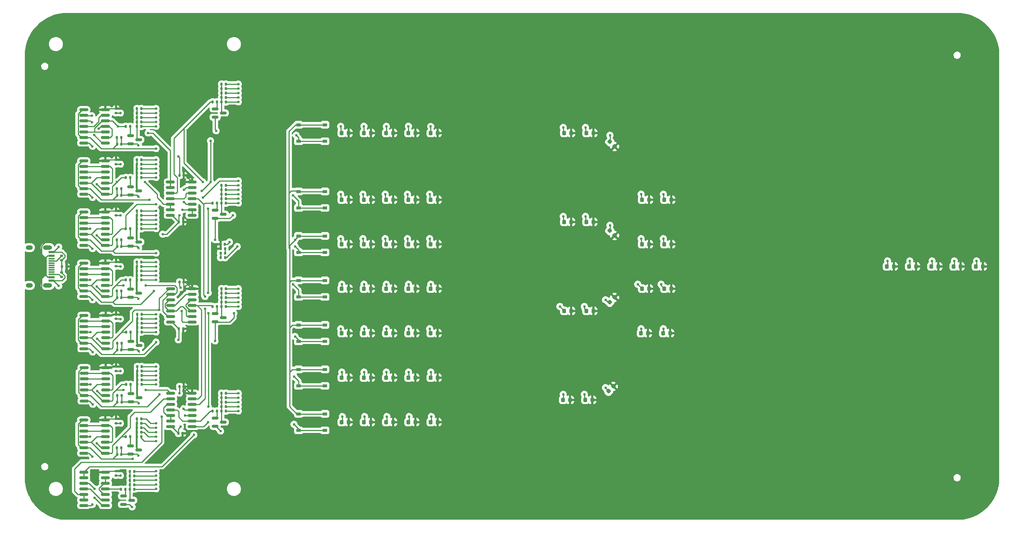
<source format=gbr>
%TF.GenerationSoftware,KiCad,Pcbnew,(6.0.9)*%
%TF.CreationDate,2022-11-25T00:28:20+02:00*%
%TF.ProjectId,maru-logic,6d617275-2d6c-46f6-9769-632e6b696361,rev?*%
%TF.SameCoordinates,Original*%
%TF.FileFunction,Copper,L1,Top*%
%TF.FilePolarity,Positive*%
%FSLAX46Y46*%
G04 Gerber Fmt 4.6, Leading zero omitted, Abs format (unit mm)*
G04 Created by KiCad (PCBNEW (6.0.9)) date 2022-11-25 00:28:20*
%MOMM*%
%LPD*%
G01*
G04 APERTURE LIST*
G04 Aperture macros list*
%AMRoundRect*
0 Rectangle with rounded corners*
0 $1 Rounding radius*
0 $2 $3 $4 $5 $6 $7 $8 $9 X,Y pos of 4 corners*
0 Add a 4 corners polygon primitive as box body*
4,1,4,$2,$3,$4,$5,$6,$7,$8,$9,$2,$3,0*
0 Add four circle primitives for the rounded corners*
1,1,$1+$1,$2,$3*
1,1,$1+$1,$4,$5*
1,1,$1+$1,$6,$7*
1,1,$1+$1,$8,$9*
0 Add four rect primitives between the rounded corners*
20,1,$1+$1,$2,$3,$4,$5,0*
20,1,$1+$1,$4,$5,$6,$7,0*
20,1,$1+$1,$6,$7,$8,$9,0*
20,1,$1+$1,$8,$9,$2,$3,0*%
G04 Aperture macros list end*
%TA.AperFunction,SMDPad,CuDef*%
%ADD10RoundRect,0.218750X-0.218750X-0.256250X0.218750X-0.256250X0.218750X0.256250X-0.218750X0.256250X0*%
%TD*%
%TA.AperFunction,SMDPad,CuDef*%
%ADD11RoundRect,0.218750X-0.335876X-0.026517X-0.026517X-0.335876X0.335876X0.026517X0.026517X0.335876X0*%
%TD*%
%TA.AperFunction,SMDPad,CuDef*%
%ADD12RoundRect,0.218750X0.026517X-0.335876X0.335876X-0.026517X-0.026517X0.335876X-0.335876X0.026517X0*%
%TD*%
%TA.AperFunction,SMDPad,CuDef*%
%ADD13RoundRect,0.135000X0.135000X0.185000X-0.135000X0.185000X-0.135000X-0.185000X0.135000X-0.185000X0*%
%TD*%
%TA.AperFunction,SMDPad,CuDef*%
%ADD14RoundRect,0.140000X-0.140000X-0.170000X0.140000X-0.170000X0.140000X0.170000X-0.140000X0.170000X0*%
%TD*%
%TA.AperFunction,SMDPad,CuDef*%
%ADD15RoundRect,0.150000X-0.587500X-0.150000X0.587500X-0.150000X0.587500X0.150000X-0.587500X0.150000X0*%
%TD*%
%TA.AperFunction,SMDPad,CuDef*%
%ADD16R,1.000000X0.750000*%
%TD*%
%TA.AperFunction,SMDPad,CuDef*%
%ADD17R,1.450000X0.600000*%
%TD*%
%TA.AperFunction,SMDPad,CuDef*%
%ADD18R,1.450000X0.300000*%
%TD*%
%TA.AperFunction,ComponentPad*%
%ADD19O,1.600000X1.000000*%
%TD*%
%TA.AperFunction,ComponentPad*%
%ADD20O,2.100000X1.000000*%
%TD*%
%TA.AperFunction,SMDPad,CuDef*%
%ADD21RoundRect,0.140000X0.140000X0.170000X-0.140000X0.170000X-0.140000X-0.170000X0.140000X-0.170000X0*%
%TD*%
%TA.AperFunction,SMDPad,CuDef*%
%ADD22RoundRect,0.150000X-0.825000X-0.150000X0.825000X-0.150000X0.825000X0.150000X-0.825000X0.150000X0*%
%TD*%
%TA.AperFunction,SMDPad,CuDef*%
%ADD23RoundRect,0.135000X-0.135000X-0.185000X0.135000X-0.185000X0.135000X0.185000X-0.135000X0.185000X0*%
%TD*%
%TA.AperFunction,SMDPad,CuDef*%
%ADD24RoundRect,0.140000X-0.170000X0.140000X-0.170000X-0.140000X0.170000X-0.140000X0.170000X0.140000X0*%
%TD*%
%TA.AperFunction,SMDPad,CuDef*%
%ADD25RoundRect,0.135000X0.185000X-0.135000X0.185000X0.135000X-0.185000X0.135000X-0.185000X-0.135000X0*%
%TD*%
%TA.AperFunction,SMDPad,CuDef*%
%ADD26RoundRect,0.135000X-0.185000X0.135000X-0.185000X-0.135000X0.185000X-0.135000X0.185000X0.135000X0*%
%TD*%
%TA.AperFunction,ViaPad*%
%ADD27C,0.600000*%
%TD*%
%TA.AperFunction,Conductor*%
%ADD28C,0.250000*%
%TD*%
G04 APERTURE END LIST*
D10*
%TO.P,D60,1,K*%
%TO.N,/Toggle Button 7/LEDs 1/LED array x5/LED5*%
X136372500Y-81280000D03*
%TO.P,D60,2,A*%
%TO.N,VDD*%
X137947500Y-81280000D03*
%TD*%
%TO.P,D59,1,K*%
%TO.N,/Toggle Button 7/LEDs 1/LED array x5/LED4*%
X131292500Y-81280000D03*
%TO.P,D59,2,A*%
%TO.N,VDD*%
X132867500Y-81280000D03*
%TD*%
%TO.P,D58,1,K*%
%TO.N,/Toggle Button 7/LEDs 1/LED array x5/LED3*%
X126212500Y-81280000D03*
%TO.P,D58,2,A*%
%TO.N,VDD*%
X127787500Y-81280000D03*
%TD*%
%TO.P,D57,1,K*%
%TO.N,/Toggle Button 7/LEDs 1/LED array x5/LED2*%
X121132500Y-81280000D03*
%TO.P,D57,2,A*%
%TO.N,VDD*%
X122707500Y-81280000D03*
%TD*%
%TO.P,D56,1,K*%
%TO.N,/Toggle Button 7/LEDs 1/LED array x5/LED1*%
X116052500Y-81280000D03*
%TO.P,D56,2,A*%
%TO.N,VDD*%
X117627500Y-81280000D03*
%TD*%
%TO.P,D55,1,K*%
%TO.N,/Toggle Button 6/LEDs 1/LED array x5/LED5*%
X136372500Y-71120000D03*
%TO.P,D55,2,A*%
%TO.N,VDD*%
X137947500Y-71120000D03*
%TD*%
%TO.P,D54,1,K*%
%TO.N,/Toggle Button 6/LEDs 1/LED array x5/LED4*%
X131292500Y-71120000D03*
%TO.P,D54,2,A*%
%TO.N,VDD*%
X132867500Y-71120000D03*
%TD*%
%TO.P,D53,1,K*%
%TO.N,/Toggle Button 6/LEDs 1/LED array x5/LED3*%
X126212500Y-71120000D03*
%TO.P,D53,2,A*%
%TO.N,VDD*%
X127787500Y-71120000D03*
%TD*%
%TO.P,D52,1,K*%
%TO.N,/Toggle Button 6/LEDs 1/LED array x5/LED2*%
X121132500Y-71120000D03*
%TO.P,D52,2,A*%
%TO.N,VDD*%
X122707500Y-71120000D03*
%TD*%
%TO.P,D51,1,K*%
%TO.N,/Toggle Button 6/LEDs 1/LED array x5/LED1*%
X116052500Y-71120000D03*
%TO.P,D51,2,A*%
%TO.N,VDD*%
X117627500Y-71120000D03*
%TD*%
%TO.P,D50,1,K*%
%TO.N,/Toggle Button 5/LEDs 1/LED array x5/LED5*%
X136372500Y-60960000D03*
%TO.P,D50,2,A*%
%TO.N,VDD*%
X137947500Y-60960000D03*
%TD*%
%TO.P,D49,1,K*%
%TO.N,/Toggle Button 5/LEDs 1/LED array x5/LED4*%
X131292500Y-60960000D03*
%TO.P,D49,2,A*%
%TO.N,VDD*%
X132867500Y-60960000D03*
%TD*%
%TO.P,D48,1,K*%
%TO.N,/Toggle Button 5/LEDs 1/LED array x5/LED3*%
X126212500Y-60960000D03*
%TO.P,D48,2,A*%
%TO.N,VDD*%
X127787500Y-60960000D03*
%TD*%
%TO.P,D47,1,K*%
%TO.N,/Toggle Button 5/LEDs 1/LED array x5/LED2*%
X121132500Y-60960000D03*
%TO.P,D47,2,A*%
%TO.N,VDD*%
X122707500Y-60960000D03*
%TD*%
%TO.P,D46,1,K*%
%TO.N,/Toggle Button 5/LEDs 1/LED array x5/LED1*%
X116052500Y-60960000D03*
%TO.P,D46,2,A*%
%TO.N,VDD*%
X117627500Y-60960000D03*
%TD*%
%TO.P,D45,1,K*%
%TO.N,/Toggle Button 4/LEDs 1/LED array x5/LED5*%
X136372500Y-50800000D03*
%TO.P,D45,2,A*%
%TO.N,VDD*%
X137947500Y-50800000D03*
%TD*%
%TO.P,D44,1,K*%
%TO.N,/Toggle Button 4/LEDs 1/LED array x5/LED4*%
X131292500Y-50800000D03*
%TO.P,D44,2,A*%
%TO.N,VDD*%
X132867500Y-50800000D03*
%TD*%
%TO.P,D43,1,K*%
%TO.N,/Toggle Button 4/LEDs 1/LED array x5/LED3*%
X126212500Y-50800000D03*
%TO.P,D43,2,A*%
%TO.N,VDD*%
X127787500Y-50800000D03*
%TD*%
%TO.P,D42,1,K*%
%TO.N,/Toggle Button 4/LEDs 1/LED array x5/LED2*%
X121132500Y-50800000D03*
%TO.P,D42,2,A*%
%TO.N,VDD*%
X122707500Y-50800000D03*
%TD*%
%TO.P,D41,1,K*%
%TO.N,/Toggle Button 4/LEDs 1/LED array x5/LED1*%
X116052500Y-50800000D03*
%TO.P,D41,2,A*%
%TO.N,VDD*%
X117627500Y-50800000D03*
%TD*%
%TO.P,D40,1,K*%
%TO.N,/Toggle Button 3/LEDs 1/LED array x5/LED5*%
X136372500Y-101600000D03*
%TO.P,D40,2,A*%
%TO.N,VDD*%
X137947500Y-101600000D03*
%TD*%
%TO.P,D39,1,K*%
%TO.N,/Toggle Button 3/LEDs 1/LED array x5/LED4*%
X131292500Y-101600000D03*
%TO.P,D39,2,A*%
%TO.N,VDD*%
X132867500Y-101600000D03*
%TD*%
%TO.P,D38,1,K*%
%TO.N,/Toggle Button 3/LEDs 1/LED array x5/LED3*%
X126212500Y-101600000D03*
%TO.P,D38,2,A*%
%TO.N,VDD*%
X127787500Y-101600000D03*
%TD*%
%TO.P,D37,1,K*%
%TO.N,/Toggle Button 3/LEDs 1/LED array x5/LED2*%
X121132500Y-101600000D03*
%TO.P,D37,2,A*%
%TO.N,VDD*%
X122707500Y-101600000D03*
%TD*%
%TO.P,D36,1,K*%
%TO.N,/Toggle Button 3/LEDs 1/LED array x5/LED1*%
X116052500Y-101600000D03*
%TO.P,D36,2,A*%
%TO.N,VDD*%
X117627500Y-101600000D03*
%TD*%
%TO.P,D35,1,K*%
%TO.N,/Toggle Button 2/LEDs 1/LED array x5/LED5*%
X136372500Y-91440000D03*
%TO.P,D35,2,A*%
%TO.N,VDD*%
X137947500Y-91440000D03*
%TD*%
%TO.P,D34,1,K*%
%TO.N,/Toggle Button 2/LEDs 1/LED array x5/LED4*%
X131292500Y-91440000D03*
%TO.P,D34,2,A*%
%TO.N,VDD*%
X132867500Y-91440000D03*
%TD*%
%TO.P,D33,1,K*%
%TO.N,/Toggle Button 2/LEDs 1/LED array x5/LED3*%
X126212500Y-91440000D03*
%TO.P,D33,2,A*%
%TO.N,VDD*%
X127787500Y-91440000D03*
%TD*%
%TO.P,D32,1,K*%
%TO.N,/Toggle Button 2/LEDs 1/LED array x5/LED2*%
X121132500Y-91440000D03*
%TO.P,D32,2,A*%
%TO.N,VDD*%
X122707500Y-91440000D03*
%TD*%
%TO.P,D31,1,K*%
%TO.N,/Toggle Button 2/LEDs 1/LED array x5/LED1*%
X116052500Y-91440000D03*
%TO.P,D31,2,A*%
%TO.N,VDD*%
X117627500Y-91440000D03*
%TD*%
%TO.P,D30,1,K*%
%TO.N,/Toggle Button 1/LEDs 1/LED array x5/LED5*%
X136372500Y-35560000D03*
%TO.P,D30,2,A*%
%TO.N,VDD*%
X137947500Y-35560000D03*
%TD*%
%TO.P,D29,1,K*%
%TO.N,/Toggle Button 1/LEDs 1/LED array x5/LED4*%
X131292500Y-35560000D03*
%TO.P,D29,2,A*%
%TO.N,VDD*%
X132867500Y-35560000D03*
%TD*%
%TO.P,D28,1,K*%
%TO.N,/Toggle Button 1/LEDs 1/LED array x5/LED3*%
X126212500Y-35560000D03*
%TO.P,D28,2,A*%
%TO.N,VDD*%
X127787500Y-35560000D03*
%TD*%
%TO.P,D27,1,K*%
%TO.N,/Toggle Button 1/LEDs 1/LED array x5/LED2*%
X121132500Y-35560000D03*
%TO.P,D27,2,A*%
%TO.N,VDD*%
X122707500Y-35560000D03*
%TD*%
%TO.P,D26,1,K*%
%TO.N,/Toggle Button 1/LEDs 1/LED array x5/LED1*%
X116052500Y-35560000D03*
%TO.P,D26,2,A*%
%TO.N,VDD*%
X117627500Y-35560000D03*
%TD*%
%TO.P,D25,1,K*%
%TO.N,/Output LEDs/LED_ALL_X/LED array x5/LED5*%
X260832500Y-66040000D03*
%TO.P,D25,2,A*%
%TO.N,VDD*%
X262407500Y-66040000D03*
%TD*%
%TO.P,D24,1,K*%
%TO.N,/Output LEDs/LED_ALL_X/LED array x5/LED4*%
X255752500Y-66040000D03*
%TO.P,D24,2,A*%
%TO.N,VDD*%
X257327500Y-66040000D03*
%TD*%
%TO.P,D23,1,K*%
%TO.N,/Output LEDs/LED_ALL_X/LED array x5/LED3*%
X250672500Y-66040000D03*
%TO.P,D23,2,A*%
%TO.N,VDD*%
X252247500Y-66040000D03*
%TD*%
%TO.P,D22,1,K*%
%TO.N,/Output LEDs/LED_ALL_X/LED array x5/LED2*%
X245592500Y-66040000D03*
%TO.P,D22,2,A*%
%TO.N,VDD*%
X247167500Y-66040000D03*
%TD*%
%TO.P,D21,1,K*%
%TO.N,/Output LEDs/LED_ALL_X/LED array x5/LED1*%
X240512500Y-66040000D03*
%TO.P,D21,2,A*%
%TO.N,VDD*%
X242087500Y-66040000D03*
%TD*%
%TO.P,D20,1,K*%
%TO.N,/Output LEDs/LED_NOT_X/LED array x5/LED5*%
X189712500Y-50800000D03*
%TO.P,D20,2,A*%
%TO.N,VDD*%
X191287500Y-50800000D03*
%TD*%
%TO.P,D19,1,K*%
%TO.N,/Output LEDs/LED_NOT_X/LED array x5/LED4*%
X184632500Y-50800000D03*
%TO.P,D19,2,A*%
%TO.N,VDD*%
X186207500Y-50800000D03*
%TD*%
D11*
%TO.P,D18,1,K*%
%TO.N,/Output LEDs/LED_NOT_X/LED array x5/LED3*%
X177243153Y-37543153D03*
%TO.P,D18,2,A*%
%TO.N,VDD*%
X178356847Y-38656847D03*
%TD*%
D10*
%TO.P,D17,1,K*%
%TO.N,/Output LEDs/LED_NOT_X/LED array x5/LED2*%
X171932500Y-35560000D03*
%TO.P,D17,2,A*%
%TO.N,VDD*%
X173507500Y-35560000D03*
%TD*%
%TO.P,D16,1,K*%
%TO.N,/Output LEDs/LED_NOT_X/LED array x5/LED1*%
X166852500Y-35560000D03*
%TO.P,D16,2,A*%
%TO.N,VDD*%
X168427500Y-35560000D03*
%TD*%
%TO.P,D15,1,K*%
%TO.N,/Output LEDs/LED_XOR_X/LED array x5/LED5*%
X189712500Y-71120000D03*
%TO.P,D15,2,A*%
%TO.N,VDD*%
X191287500Y-71120000D03*
%TD*%
%TO.P,D14,1,K*%
%TO.N,/Output LEDs/LED_XOR_X/LED array x5/LED4*%
X184632500Y-71120000D03*
%TO.P,D14,2,A*%
%TO.N,VDD*%
X186207500Y-71120000D03*
%TD*%
D12*
%TO.P,D13,1,K*%
%TO.N,/Output LEDs/LED_XOR_X/LED array x5/LED3*%
X177243153Y-74216847D03*
%TO.P,D13,2,A*%
%TO.N,VDD*%
X178356847Y-73103153D03*
%TD*%
D10*
%TO.P,D12,1,K*%
%TO.N,/Output LEDs/LED_XOR_X/LED array x5/LED2*%
X171932500Y-76200000D03*
%TO.P,D12,2,A*%
%TO.N,VDD*%
X173507500Y-76200000D03*
%TD*%
%TO.P,D11,1,K*%
%TO.N,/Output LEDs/LED_XOR_X/LED array x5/LED1*%
X166852500Y-76200000D03*
%TO.P,D11,2,A*%
%TO.N,VDD*%
X168427500Y-76200000D03*
%TD*%
%TO.P,D10,1,K*%
%TO.N,/Output LEDs/LED_OR_X/LED array x5/LED5*%
X189712500Y-60960000D03*
%TO.P,D10,2,A*%
%TO.N,VDD*%
X191287500Y-60960000D03*
%TD*%
%TO.P,D9,1,K*%
%TO.N,/Output LEDs/LED_OR_X/LED array x5/LED4*%
X184632500Y-60960000D03*
%TO.P,D9,2,A*%
%TO.N,VDD*%
X186207500Y-60960000D03*
%TD*%
D11*
%TO.P,D8,1,K*%
%TO.N,/Output LEDs/LED_OR_X/LED array x5/LED3*%
X177243153Y-57863153D03*
%TO.P,D8,2,A*%
%TO.N,VDD*%
X178356847Y-58976847D03*
%TD*%
D10*
%TO.P,D7,1,K*%
%TO.N,/Output LEDs/LED_OR_X/LED array x5/LED2*%
X171932500Y-55880000D03*
%TO.P,D7,2,A*%
%TO.N,VDD*%
X173507500Y-55880000D03*
%TD*%
%TO.P,D6,1,K*%
%TO.N,/Output LEDs/LED_OR_X/LED array x5/LED1*%
X166852500Y-55880000D03*
%TO.P,D6,2,A*%
%TO.N,VDD*%
X168427500Y-55880000D03*
%TD*%
%TO.P,D5,1,K*%
%TO.N,/Output LEDs/LED_AND_X/LED array x5/LED5*%
X189433000Y-81280000D03*
%TO.P,D5,2,A*%
%TO.N,VDD*%
X191008000Y-81280000D03*
%TD*%
%TO.P,D4,1,K*%
%TO.N,/Output LEDs/LED_AND_X/LED array x5/LED4*%
X184353000Y-81280000D03*
%TO.P,D4,2,A*%
%TO.N,VDD*%
X185928000Y-81280000D03*
%TD*%
D12*
%TO.P,D3,1,K*%
%TO.N,/Output LEDs/LED_AND_X/LED array x5/LED3*%
X176963653Y-94536847D03*
%TO.P,D3,2,A*%
%TO.N,VDD*%
X178077347Y-93423153D03*
%TD*%
D10*
%TO.P,D2,1,K*%
%TO.N,/Output LEDs/LED_AND_X/LED array x5/LED2*%
X171653000Y-96520000D03*
%TO.P,D2,2,A*%
%TO.N,VDD*%
X173228000Y-96520000D03*
%TD*%
%TO.P,D1,1,K*%
%TO.N,/Output LEDs/LED_AND_X/LED array x5/LED1*%
X166573000Y-96520000D03*
%TO.P,D1,2,A*%
%TO.N,VDD*%
X168148000Y-96520000D03*
%TD*%
D13*
%TO.P,R15,1*%
%TO.N,/Output LEDs/LED_AND_X/LED array x5/LED2*%
X89631000Y-98044000D03*
%TO.P,R15,2*%
%TO.N,Net-(Q1-Pad3)*%
X88611000Y-98044000D03*
%TD*%
%TO.P,R56,1*%
%TO.N,/Toggle Button 3/LEDs 1/LED array x5/LED1*%
X70325000Y-104902000D03*
%TO.P,R56,2*%
%TO.N,Net-(Q8-Pad3)*%
X69305000Y-104902000D03*
%TD*%
D14*
%TO.P,C19,1*%
%TO.N,/Toggle Button 3/T flip-flop/TOGGLE*%
X64763000Y-108966000D03*
%TO.P,C19,2*%
%TO.N,VSS*%
X65723000Y-108966000D03*
%TD*%
D13*
%TO.P,R30,1*%
%TO.N,/Output LEDs/LED_XOR_X/LED array x5/LED5*%
X89629000Y-71120000D03*
%TO.P,R30,2*%
%TO.N,Net-(Q3-Pad3)*%
X88609000Y-71120000D03*
%TD*%
D15*
%TO.P,Q11,1,B*%
%TO.N,Net-(Q11-Pad1)*%
X67861500Y-71186000D03*
%TO.P,Q11,2,E*%
%TO.N,VSS*%
X67861500Y-73086000D03*
%TO.P,Q11,3,C*%
%TO.N,Net-(Q11-Pad3)*%
X69736500Y-72136000D03*
%TD*%
D16*
%TO.P,SW1,1,1*%
%TO.N,VDDF*%
X112220000Y-33685000D03*
X106220000Y-33685000D03*
%TO.P,SW1,2,2*%
%TO.N,/Toggle Button 1/T flip-flop/TOGGLE*%
X106220000Y-37435000D03*
X112220000Y-37435000D03*
%TD*%
D17*
%TO.P,J1,A1,GND*%
%TO.N,VSS*%
X49810000Y-62790000D03*
%TO.P,J1,A4,VBUS*%
%TO.N,VDD*%
X49810000Y-63590000D03*
D18*
%TO.P,J1,A5,CC1*%
%TO.N,Net-(J1-PadA5)*%
X49810000Y-64790000D03*
%TO.P,J1,A6,D+*%
%TO.N,unconnected-(J1-PadA6)*%
X49810000Y-65790000D03*
%TO.P,J1,A7,D-*%
%TO.N,unconnected-(J1-PadA7)*%
X49810000Y-66290000D03*
%TO.P,J1,A8,SBU1*%
%TO.N,unconnected-(J1-PadA8)*%
X49810000Y-67290000D03*
D17*
%TO.P,J1,A9,VBUS*%
%TO.N,VDD*%
X49810000Y-68490000D03*
%TO.P,J1,A12,GND*%
%TO.N,VSS*%
X49810000Y-69290000D03*
%TO.P,J1,B1,GND*%
X49810000Y-69290000D03*
%TO.P,J1,B4,VBUS*%
%TO.N,VDD*%
X49810000Y-68490000D03*
D18*
%TO.P,J1,B5,CC2*%
%TO.N,Net-(J1-PadB5)*%
X49810000Y-67790000D03*
%TO.P,J1,B6,D+*%
%TO.N,unconnected-(J1-PadB6)*%
X49810000Y-66790000D03*
%TO.P,J1,B7,D-*%
%TO.N,unconnected-(J1-PadB7)*%
X49810000Y-65290000D03*
%TO.P,J1,B8,SBU2*%
%TO.N,unconnected-(J1-PadB8)*%
X49810000Y-64290000D03*
D17*
%TO.P,J1,B9,VBUS*%
%TO.N,VDD*%
X49810000Y-63590000D03*
%TO.P,J1,B12,GND*%
%TO.N,VSS*%
X49810000Y-62790000D03*
D19*
%TO.P,J1,S1,SHIELD*%
%TO.N,unconnected-(J1-PadS1)*%
X44715000Y-70360000D03*
D20*
X48895000Y-70360000D03*
D19*
X44715000Y-61720000D03*
D20*
X48895000Y-61720000D03*
%TD*%
D13*
%TO.P,R27,1*%
%TO.N,/Output LEDs/LED_XOR_X/LED array x5/LED2*%
X89629000Y-74168000D03*
%TO.P,R27,2*%
%TO.N,Net-(Q3-Pad3)*%
X88609000Y-74168000D03*
%TD*%
%TO.P,R8,1*%
%TO.N,VSS*%
X65753000Y-107442000D03*
%TO.P,R8,2*%
%TO.N,/Toggle Button 3/T flip-flop/TOGGLE*%
X64733000Y-107442000D03*
%TD*%
%TO.P,R64,1*%
%TO.N,/Toggle Button 4/LEDs 1/LED array x5/LED3*%
X70327000Y-43688000D03*
%TO.P,R64,2*%
%TO.N,Net-(Q9-Pad3)*%
X69307000Y-43688000D03*
%TD*%
D21*
%TO.P,C12,1*%
%TO.N,VDD*%
X79728000Y-104140000D03*
%TO.P,C12,2*%
%TO.N,VSS*%
X78768000Y-104140000D03*
%TD*%
D22*
%TO.P,U4,1*%
%TO.N,Net-(U3-Pad10)*%
X57175701Y-113034299D03*
%TO.P,U4,2*%
X57175701Y-114304299D03*
%TO.P,U4,3*%
%TO.N,Net-(U4-Pad3)*%
X57175701Y-115574299D03*
%TO.P,U4,4*%
%TO.N,Net-(U4-Pad4)*%
X57175701Y-116844299D03*
%TO.P,U4,5*%
%TO.N,Net-(U3-Pad11)*%
X57175701Y-118114299D03*
%TO.P,U4,6*%
X57175701Y-119384299D03*
%TO.P,U4,7,GND*%
%TO.N,VSS*%
X57175701Y-120654299D03*
%TO.P,U4,8*%
%TO.N,Net-(U4-Pad3)*%
X62125701Y-120654299D03*
%TO.P,U4,9*%
%TO.N,Net-(U4-Pad4)*%
X62125701Y-119384299D03*
%TO.P,U4,10*%
%TO.N,Net-(U4-Pad10)*%
X62125701Y-118114299D03*
%TO.P,U4,11*%
%TO.N,/ALL_X*%
X62125701Y-116844299D03*
%TO.P,U4,12*%
%TO.N,Net-(U4-Pad10)*%
X62125701Y-115574299D03*
%TO.P,U4,13*%
X62125701Y-114304299D03*
%TO.P,U4,14,VCC*%
%TO.N,VDD*%
X62125701Y-113034299D03*
%TD*%
D13*
%TO.P,R77,1*%
%TO.N,/Toggle Button 6/LEDs 1/LED array x5/LED4*%
X70323000Y-66040000D03*
%TO.P,R77,2*%
%TO.N,Net-(Q11-Pad3)*%
X69303000Y-66040000D03*
%TD*%
D23*
%TO.P,R49,1*%
%TO.N,/AND_A*%
X66843500Y-92964000D03*
%TO.P,R49,2*%
%TO.N,Net-(Q7-Pad1)*%
X67863500Y-92964000D03*
%TD*%
D13*
%TO.P,R62,1*%
%TO.N,/Toggle Button 4/LEDs 1/LED array x5/LED1*%
X70327000Y-45720000D03*
%TO.P,R62,2*%
%TO.N,Net-(Q9-Pad3)*%
X69307000Y-45720000D03*
%TD*%
%TO.P,R46,1*%
%TO.N,/Toggle Button 1/LEDs 1/LED array x5/LED3*%
X70325000Y-32004000D03*
%TO.P,R46,2*%
%TO.N,Net-(Q6-Pad3)*%
X69305000Y-32004000D03*
%TD*%
D24*
%TO.P,C9,1*%
%TO.N,VDD*%
X64516000Y-77018000D03*
%TO.P,C9,2*%
%TO.N,VSS*%
X64516000Y-77978000D03*
%TD*%
D13*
%TO.P,R9,1*%
%TO.N,VSS*%
X65755000Y-48260000D03*
%TO.P,R9,2*%
%TO.N,/Toggle Button 4/T flip-flop/TOGGLE*%
X64735000Y-48260000D03*
%TD*%
D14*
%TO.P,C18,1*%
%TO.N,/Toggle Button 2/T flip-flop/TOGGLE*%
X64841500Y-97028000D03*
%TO.P,C18,2*%
%TO.N,VSS*%
X65801500Y-97028000D03*
%TD*%
D15*
%TO.P,Q3,1,B*%
%TO.N,Net-(Q3-Pad1)*%
X87165500Y-76774000D03*
%TO.P,Q3,2,E*%
%TO.N,VSS*%
X87165500Y-78674000D03*
%TO.P,Q3,3,C*%
%TO.N,Net-(Q3-Pad3)*%
X89040500Y-77724000D03*
%TD*%
D14*
%TO.P,C22,1*%
%TO.N,/Toggle Button 6/T flip-flop/TOGGLE*%
X64763000Y-73152000D03*
%TO.P,C22,2*%
%TO.N,VSS*%
X65723000Y-73152000D03*
%TD*%
D13*
%TO.P,R50,1*%
%TO.N,/Toggle Button 2/LEDs 1/LED array x5/LED1*%
X70403500Y-92964000D03*
%TO.P,R50,2*%
%TO.N,Net-(Q7-Pad3)*%
X69383500Y-92964000D03*
%TD*%
D23*
%TO.P,R61,1*%
%TO.N,/OR_A*%
X66767000Y-45720000D03*
%TO.P,R61,2*%
%TO.N,Net-(Q9-Pad1)*%
X67787000Y-45720000D03*
%TD*%
D13*
%TO.P,R24,1*%
%TO.N,/Output LEDs/LED_OR_X/LED array x5/LED5*%
X89629000Y-47498000D03*
%TO.P,R24,2*%
%TO.N,Net-(Q2-Pad3)*%
X88609000Y-47498000D03*
%TD*%
%TO.P,R2,1*%
%TO.N,Net-(R1-Pad2)*%
X89410000Y-62992000D03*
%TO.P,R2,2*%
%TO.N,Net-(R3-Pad1)*%
X88390000Y-62992000D03*
%TD*%
D25*
%TO.P,R5,1*%
%TO.N,Net-(J1-PadB5)*%
X52070000Y-68455000D03*
%TO.P,R5,2*%
%TO.N,VSS*%
X52070000Y-67435000D03*
%TD*%
D13*
%TO.P,R80,1*%
%TO.N,/Toggle Button 7/LEDs 1/LED array x5/LED1*%
X70357500Y-81026000D03*
%TO.P,R80,2*%
%TO.N,Net-(Q12-Pad3)*%
X69337500Y-81026000D03*
%TD*%
D24*
%TO.P,C14,1*%
%TO.N,VDD*%
X64516000Y-112804000D03*
%TO.P,C14,2*%
%TO.N,VSS*%
X64516000Y-113764000D03*
%TD*%
D13*
%TO.P,R54,1*%
%TO.N,/Toggle Button 2/LEDs 1/LED array x5/LED5*%
X70403500Y-88900000D03*
%TO.P,R54,2*%
%TO.N,Net-(Q7-Pad3)*%
X69383500Y-88900000D03*
%TD*%
%TO.P,R6,1*%
%TO.N,VSS*%
X65753000Y-36576000D03*
%TO.P,R6,2*%
%TO.N,/Toggle Button 1/T flip-flop/TOGGLE*%
X64733000Y-36576000D03*
%TD*%
D23*
%TO.P,R1,1*%
%TO.N,VDD*%
X88390000Y-61976000D03*
%TO.P,R1,2*%
%TO.N,Net-(R1-Pad2)*%
X89410000Y-61976000D03*
%TD*%
D13*
%TO.P,R78,1*%
%TO.N,/Toggle Button 6/LEDs 1/LED array x5/LED5*%
X70325000Y-65024000D03*
%TO.P,R78,2*%
%TO.N,Net-(Q11-Pad3)*%
X69305000Y-65024000D03*
%TD*%
D24*
%TO.P,C5,1*%
%TO.N,VDD*%
X64516000Y-53368000D03*
%TO.P,C5,2*%
%TO.N,VSS*%
X64516000Y-54328000D03*
%TD*%
D21*
%TO.P,C16,1*%
%TO.N,VDD*%
X79855000Y-80264000D03*
%TO.P,C16,2*%
%TO.N,VSS*%
X78895000Y-80264000D03*
%TD*%
D13*
%TO.P,R28,1*%
%TO.N,/Output LEDs/LED_XOR_X/LED array x5/LED3*%
X89629000Y-73152000D03*
%TO.P,R28,2*%
%TO.N,Net-(Q3-Pad3)*%
X88609000Y-73152000D03*
%TD*%
%TO.P,R74,1*%
%TO.N,/Toggle Button 6/LEDs 1/LED array x5/LED1*%
X70325000Y-69088000D03*
%TO.P,R74,2*%
%TO.N,Net-(Q11-Pad3)*%
X69305000Y-69088000D03*
%TD*%
%TO.P,R58,1*%
%TO.N,/Toggle Button 3/LEDs 1/LED array x5/LED3*%
X70325000Y-102870000D03*
%TO.P,R58,2*%
%TO.N,Net-(Q8-Pad3)*%
X69305000Y-102870000D03*
%TD*%
%TO.P,R84,1*%
%TO.N,/Toggle Button 7/LEDs 1/LED array x5/LED5*%
X70357500Y-76962000D03*
%TO.P,R84,2*%
%TO.N,Net-(Q12-Pad3)*%
X69337500Y-76962000D03*
%TD*%
%TO.P,R45,1*%
%TO.N,/Toggle Button 1/LEDs 1/LED array x5/LED2*%
X70325000Y-33020000D03*
%TO.P,R45,2*%
%TO.N,Net-(Q6-Pad3)*%
X69305000Y-33020000D03*
%TD*%
%TO.P,R57,1*%
%TO.N,/Toggle Button 3/LEDs 1/LED array x5/LED2*%
X70325000Y-103886000D03*
%TO.P,R57,2*%
%TO.N,Net-(Q8-Pad3)*%
X69305000Y-103886000D03*
%TD*%
D15*
%TO.P,Q12,1,B*%
%TO.N,Net-(Q12-Pad1)*%
X67894000Y-83124000D03*
%TO.P,Q12,2,E*%
%TO.N,VSS*%
X67894000Y-85024000D03*
%TO.P,Q12,3,C*%
%TO.N,Net-(Q12-Pad3)*%
X69769000Y-84074000D03*
%TD*%
D13*
%TO.P,R20,1*%
%TO.N,/Output LEDs/LED_OR_X/LED array x5/LED1*%
X89629000Y-51562000D03*
%TO.P,R20,2*%
%TO.N,Net-(Q2-Pad3)*%
X88609000Y-51562000D03*
%TD*%
D14*
%TO.P,C17,1*%
%TO.N,/Toggle Button 1/T flip-flop/TOGGLE*%
X64763000Y-38100000D03*
%TO.P,C17,2*%
%TO.N,VSS*%
X65723000Y-38100000D03*
%TD*%
D23*
%TO.P,R67,1*%
%TO.N,/OR_B*%
X66765000Y-57404000D03*
%TO.P,R67,2*%
%TO.N,Net-(Q10-Pad1)*%
X67785000Y-57404000D03*
%TD*%
D21*
%TO.P,C8,1*%
%TO.N,VDD*%
X79855000Y-55880000D03*
%TO.P,C8,2*%
%TO.N,VSS*%
X78895000Y-55880000D03*
%TD*%
D13*
%TO.P,R51,1*%
%TO.N,/Toggle Button 2/LEDs 1/LED array x5/LED2*%
X70403500Y-91948000D03*
%TO.P,R51,2*%
%TO.N,Net-(Q7-Pad3)*%
X69383500Y-91948000D03*
%TD*%
D15*
%TO.P,Q1,1,B*%
%TO.N,Net-(Q1-Pad1)*%
X87165500Y-100650000D03*
%TO.P,Q1,2,E*%
%TO.N,VSS*%
X87165500Y-102550000D03*
%TO.P,Q1,3,C*%
%TO.N,Net-(Q1-Pad3)*%
X89040500Y-101600000D03*
%TD*%
D14*
%TO.P,C21,1*%
%TO.N,/Toggle Button 5/T flip-flop/TOGGLE*%
X64763000Y-61468000D03*
%TO.P,C21,2*%
%TO.N,VSS*%
X65723000Y-61468000D03*
%TD*%
D13*
%TO.P,R42,1*%
%TO.N,/Output LEDs/LED_ALL_X/LED array x5/LED5*%
X68718201Y-112846299D03*
%TO.P,R42,2*%
%TO.N,Net-(Q5-Pad3)*%
X67698201Y-112846299D03*
%TD*%
D26*
%TO.P,R4,1*%
%TO.N,Net-(J1-PadA5)*%
X52070000Y-63625000D03*
%TO.P,R4,2*%
%TO.N,VSS*%
X52070000Y-64645000D03*
%TD*%
D16*
%TO.P,SW3,1,1*%
%TO.N,VDDF*%
X106220000Y-99725000D03*
X112220000Y-99725000D03*
%TO.P,SW3,2,2*%
%TO.N,/Toggle Button 3/T flip-flop/TOGGLE*%
X112220000Y-103475000D03*
X106220000Y-103475000D03*
%TD*%
D22*
%TO.P,U9,1*%
%TO.N,/Toggle Button 5/T flip-flop/TOGGLE*%
X57180000Y-53594000D03*
%TO.P,U9,2*%
%TO.N,Net-(U9-Pad10)*%
X57180000Y-54864000D03*
%TO.P,U9,3*%
%TO.N,Net-(U9-Pad12)*%
X57180000Y-56134000D03*
%TO.P,U9,4*%
%TO.N,Net-(U9-Pad4)*%
X57180000Y-57404000D03*
%TO.P,U9,5*%
%TO.N,/OR_B*%
X57180000Y-58674000D03*
%TO.P,U9,6*%
%TO.N,/Toggle Button 5/T flip-flop/TOGGLE*%
X57180000Y-59944000D03*
%TO.P,U9,7,GND*%
%TO.N,VSS*%
X57180000Y-61214000D03*
%TO.P,U9,8*%
%TO.N,/OR_B*%
X62130000Y-61214000D03*
%TO.P,U9,9*%
%TO.N,Net-(U9-Pad4)*%
X62130000Y-59944000D03*
%TO.P,U9,10*%
%TO.N,Net-(U9-Pad10)*%
X62130000Y-58674000D03*
%TO.P,U9,11*%
%TO.N,/OR_B*%
X62130000Y-57404000D03*
%TO.P,U9,12*%
%TO.N,Net-(U9-Pad12)*%
X62130000Y-56134000D03*
%TO.P,U9,13*%
%TO.N,Net-(U9-Pad10)*%
X62130000Y-54864000D03*
%TO.P,U9,14,VCC*%
%TO.N,VDD*%
X62130000Y-53594000D03*
%TD*%
D13*
%TO.P,R41,1*%
%TO.N,/Output LEDs/LED_ALL_X/LED array x5/LED4*%
X68718201Y-113862299D03*
%TO.P,R41,2*%
%TO.N,Net-(Q5-Pad3)*%
X67698201Y-113862299D03*
%TD*%
%TO.P,R39,1*%
%TO.N,/Output LEDs/LED_ALL_X/LED array x5/LED2*%
X68718201Y-115894299D03*
%TO.P,R39,2*%
%TO.N,Net-(Q5-Pad3)*%
X67698201Y-115894299D03*
%TD*%
%TO.P,R40,1*%
%TO.N,/Output LEDs/LED_ALL_X/LED array x5/LED3*%
X68718201Y-114878299D03*
%TO.P,R40,2*%
%TO.N,Net-(Q5-Pad3)*%
X67698201Y-114878299D03*
%TD*%
D21*
%TO.P,C11,1*%
%TO.N,VDD*%
X79982000Y-45212000D03*
%TO.P,C11,2*%
%TO.N,VSS*%
X79022000Y-45212000D03*
%TD*%
D24*
%TO.P,C10,1*%
%TO.N,VDD*%
X64516000Y-88928000D03*
%TO.P,C10,2*%
%TO.N,VSS*%
X64516000Y-89888000D03*
%TD*%
D16*
%TO.P,SW6,1,1*%
%TO.N,VDDF*%
X112220000Y-69245000D03*
X106220000Y-69245000D03*
%TO.P,SW6,2,2*%
%TO.N,/Toggle Button 6/T flip-flop/TOGGLE*%
X112220000Y-72995000D03*
X106220000Y-72995000D03*
%TD*%
D13*
%TO.P,R11,1*%
%TO.N,VSS*%
X65753000Y-71628000D03*
%TO.P,R11,2*%
%TO.N,/Toggle Button 6/T flip-flop/TOGGLE*%
X64733000Y-71628000D03*
%TD*%
D22*
%TO.P,U3,1*%
%TO.N,/AND_A*%
X76992000Y-94996000D03*
%TO.P,U3,2*%
%TO.N,/AND_B*%
X76992000Y-96266000D03*
%TO.P,U3,3*%
%TO.N,Net-(U3-Pad3)*%
X76992000Y-97536000D03*
%TO.P,U3,4*%
%TO.N,/AND_X*%
X76992000Y-98806000D03*
%TO.P,U3,5*%
%TO.N,Net-(U3-Pad3)*%
X76992000Y-100076000D03*
%TO.P,U3,6*%
X76992000Y-101346000D03*
%TO.P,U3,7,GND*%
%TO.N,VSS*%
X76992000Y-102616000D03*
%TO.P,U3,8*%
%TO.N,/NOT_X*%
X81942000Y-102616000D03*
%TO.P,U3,9*%
%TO.N,/AND_X*%
X81942000Y-101346000D03*
%TO.P,U3,10*%
%TO.N,Net-(U3-Pad10)*%
X81942000Y-100076000D03*
%TO.P,U3,11*%
%TO.N,Net-(U3-Pad11)*%
X81942000Y-98806000D03*
%TO.P,U3,12*%
%TO.N,/OR_X*%
X81942000Y-97536000D03*
%TO.P,U3,13*%
%TO.N,/XOR_X*%
X81942000Y-96266000D03*
%TO.P,U3,14,VCC*%
%TO.N,VDD*%
X81942000Y-94996000D03*
%TD*%
D13*
%TO.P,R72,1*%
%TO.N,/Toggle Button 5/LEDs 1/LED array x5/LED5*%
X70325000Y-53340000D03*
%TO.P,R72,2*%
%TO.N,Net-(Q10-Pad3)*%
X69305000Y-53340000D03*
%TD*%
%TO.P,R65,1*%
%TO.N,/Toggle Button 4/LEDs 1/LED array x5/LED4*%
X70325000Y-42672000D03*
%TO.P,R65,2*%
%TO.N,Net-(Q9-Pad3)*%
X69305000Y-42672000D03*
%TD*%
%TO.P,R68,1*%
%TO.N,/Toggle Button 5/LEDs 1/LED array x5/LED1*%
X70325000Y-57404000D03*
%TO.P,R68,2*%
%TO.N,Net-(Q10-Pad3)*%
X69305000Y-57404000D03*
%TD*%
%TO.P,R82,1*%
%TO.N,/Toggle Button 7/LEDs 1/LED array x5/LED3*%
X70357500Y-78994000D03*
%TO.P,R82,2*%
%TO.N,Net-(Q12-Pad3)*%
X69337500Y-78994000D03*
%TD*%
D14*
%TO.P,C23,1*%
%TO.N,/Toggle Button 7/T flip-flop/TOGGLE*%
X64795500Y-85090000D03*
%TO.P,C23,2*%
%TO.N,VSS*%
X65755500Y-85090000D03*
%TD*%
%TO.P,C20,1*%
%TO.N,/Toggle Button 4/T flip-flop/TOGGLE*%
X64765000Y-49784000D03*
%TO.P,C20,2*%
%TO.N,VSS*%
X65725000Y-49784000D03*
%TD*%
D16*
%TO.P,SW2,1,1*%
%TO.N,VDDF*%
X112220000Y-89565000D03*
X106220000Y-89565000D03*
%TO.P,SW2,2,2*%
%TO.N,/Toggle Button 2/T flip-flop/TOGGLE*%
X106220000Y-93315000D03*
X112220000Y-93315000D03*
%TD*%
D15*
%TO.P,Q6,1,B*%
%TO.N,Net-(Q6-Pad1)*%
X67861500Y-36134000D03*
%TO.P,Q6,2,E*%
%TO.N,VSS*%
X67861500Y-38034000D03*
%TO.P,Q6,3,C*%
%TO.N,Net-(Q6-Pad3)*%
X69736500Y-37084000D03*
%TD*%
D13*
%TO.P,R59,1*%
%TO.N,/Toggle Button 3/LEDs 1/LED array x5/LED4*%
X70323000Y-101854000D03*
%TO.P,R59,2*%
%TO.N,Net-(Q8-Pad3)*%
X69303000Y-101854000D03*
%TD*%
D15*
%TO.P,Q9,1,B*%
%TO.N,Net-(Q9-Pad1)*%
X67863500Y-47818000D03*
%TO.P,Q9,2,E*%
%TO.N,VSS*%
X67863500Y-49718000D03*
%TO.P,Q9,3,C*%
%TO.N,Net-(Q9-Pad3)*%
X69738500Y-48768000D03*
%TD*%
D22*
%TO.P,U10,1*%
%TO.N,/Toggle Button 6/T flip-flop/TOGGLE*%
X57180000Y-65278000D03*
%TO.P,U10,2*%
%TO.N,Net-(U10-Pad10)*%
X57180000Y-66548000D03*
%TO.P,U10,3*%
%TO.N,Net-(U10-Pad12)*%
X57180000Y-67818000D03*
%TO.P,U10,4*%
%TO.N,Net-(U10-Pad4)*%
X57180000Y-69088000D03*
%TO.P,U10,5*%
%TO.N,/XOR_A*%
X57180000Y-70358000D03*
%TO.P,U10,6*%
%TO.N,/Toggle Button 6/T flip-flop/TOGGLE*%
X57180000Y-71628000D03*
%TO.P,U10,7,GND*%
%TO.N,VSS*%
X57180000Y-72898000D03*
%TO.P,U10,8*%
%TO.N,/XOR_A*%
X62130000Y-72898000D03*
%TO.P,U10,9*%
%TO.N,Net-(U10-Pad4)*%
X62130000Y-71628000D03*
%TO.P,U10,10*%
%TO.N,Net-(U10-Pad10)*%
X62130000Y-70358000D03*
%TO.P,U10,11*%
%TO.N,/XOR_A*%
X62130000Y-69088000D03*
%TO.P,U10,12*%
%TO.N,Net-(U10-Pad12)*%
X62130000Y-67818000D03*
%TO.P,U10,13*%
%TO.N,Net-(U10-Pad10)*%
X62130000Y-66548000D03*
%TO.P,U10,14,VCC*%
%TO.N,VDD*%
X62130000Y-65278000D03*
%TD*%
D13*
%TO.P,R60,1*%
%TO.N,/Toggle Button 3/LEDs 1/LED array x5/LED5*%
X70325000Y-100838000D03*
%TO.P,R60,2*%
%TO.N,Net-(Q8-Pad3)*%
X69305000Y-100838000D03*
%TD*%
%TO.P,R76,1*%
%TO.N,/Toggle Button 6/LEDs 1/LED array x5/LED3*%
X70325000Y-67056000D03*
%TO.P,R76,2*%
%TO.N,Net-(Q11-Pad3)*%
X69305000Y-67056000D03*
%TD*%
%TO.P,R7,1*%
%TO.N,VSS*%
X65831500Y-95504000D03*
%TO.P,R7,2*%
%TO.N,/Toggle Button 2/T flip-flop/TOGGLE*%
X64811500Y-95504000D03*
%TD*%
D14*
%TO.P,C4,1*%
%TO.N,VDD*%
X88420000Y-60960000D03*
%TO.P,C4,2*%
%TO.N,VSS*%
X89380000Y-60960000D03*
%TD*%
D23*
%TO.P,R19,1*%
%TO.N,/OR_X*%
X86577000Y-51562000D03*
%TO.P,R19,2*%
%TO.N,Net-(Q2-Pad1)*%
X87597000Y-51562000D03*
%TD*%
D13*
%TO.P,R52,1*%
%TO.N,/Toggle Button 2/LEDs 1/LED array x5/LED3*%
X70403500Y-90932000D03*
%TO.P,R52,2*%
%TO.N,Net-(Q7-Pad3)*%
X69383500Y-90932000D03*
%TD*%
%TO.P,R83,1*%
%TO.N,/Toggle Button 7/LEDs 1/LED array x5/LED4*%
X70355500Y-77978000D03*
%TO.P,R83,2*%
%TO.N,Net-(Q12-Pad3)*%
X69335500Y-77978000D03*
%TD*%
D23*
%TO.P,R55,1*%
%TO.N,/AND_B*%
X66765000Y-104902000D03*
%TO.P,R55,2*%
%TO.N,Net-(Q8-Pad1)*%
X67785000Y-104902000D03*
%TD*%
D13*
%TO.P,R18,1*%
%TO.N,/Output LEDs/LED_AND_X/LED array x5/LED5*%
X89627000Y-94996000D03*
%TO.P,R18,2*%
%TO.N,Net-(Q1-Pad3)*%
X88607000Y-94996000D03*
%TD*%
D16*
%TO.P,SW7,1,1*%
%TO.N,VDDF*%
X106220000Y-79405000D03*
X112220000Y-79405000D03*
%TO.P,SW7,2,2*%
%TO.N,/Toggle Button 7/T flip-flop/TOGGLE*%
X106220000Y-83155000D03*
X112220000Y-83155000D03*
%TD*%
%TO.P,SW5,1,1*%
%TO.N,VDDF*%
X106220000Y-59085000D03*
X112220000Y-59085000D03*
%TO.P,SW5,2,2*%
%TO.N,/Toggle Button 5/T flip-flop/TOGGLE*%
X106220000Y-62835000D03*
X112220000Y-62835000D03*
%TD*%
D13*
%TO.P,R33,1*%
%TO.N,/Output LEDs/LED_NOT_X/LED array x5/LED2*%
X89631000Y-27432000D03*
%TO.P,R33,2*%
%TO.N,Net-(Q4-Pad3)*%
X88611000Y-27432000D03*
%TD*%
%TO.P,R48,1*%
%TO.N,/Toggle Button 1/LEDs 1/LED array x5/LED5*%
X70325000Y-29972000D03*
%TO.P,R48,2*%
%TO.N,Net-(Q6-Pad3)*%
X69305000Y-29972000D03*
%TD*%
D23*
%TO.P,R73,1*%
%TO.N,/XOR_A*%
X66765000Y-69088000D03*
%TO.P,R73,2*%
%TO.N,Net-(Q11-Pad1)*%
X67785000Y-69088000D03*
%TD*%
%TO.P,R37,1*%
%TO.N,/ALL_X*%
X65666201Y-116910299D03*
%TO.P,R37,2*%
%TO.N,Net-(Q5-Pad1)*%
X66686201Y-116910299D03*
%TD*%
D13*
%TO.P,R44,1*%
%TO.N,/Toggle Button 1/LEDs 1/LED array x5/LED1*%
X70325000Y-34036000D03*
%TO.P,R44,2*%
%TO.N,Net-(Q6-Pad3)*%
X69305000Y-34036000D03*
%TD*%
D15*
%TO.P,Q5,1,B*%
%TO.N,Net-(Q5-Pad1)*%
X66254701Y-118500299D03*
%TO.P,Q5,2,E*%
%TO.N,VSS*%
X66254701Y-120400299D03*
%TO.P,Q5,3,C*%
%TO.N,Net-(Q5-Pad3)*%
X68129701Y-119450299D03*
%TD*%
D13*
%TO.P,R34,1*%
%TO.N,/Output LEDs/LED_NOT_X/LED array x5/LED3*%
X89629000Y-26416000D03*
%TO.P,R34,2*%
%TO.N,Net-(Q4-Pad3)*%
X88609000Y-26416000D03*
%TD*%
%TO.P,R47,1*%
%TO.N,/Toggle Button 1/LEDs 1/LED array x5/LED4*%
X70323000Y-30988000D03*
%TO.P,R47,2*%
%TO.N,Net-(Q6-Pad3)*%
X69303000Y-30988000D03*
%TD*%
D22*
%TO.P,U8,1*%
%TO.N,/Toggle Button 4/T flip-flop/TOGGLE*%
X57182000Y-41910000D03*
%TO.P,U8,2*%
%TO.N,Net-(U8-Pad10)*%
X57182000Y-43180000D03*
%TO.P,U8,3*%
%TO.N,Net-(U8-Pad12)*%
X57182000Y-44450000D03*
%TO.P,U8,4*%
%TO.N,Net-(U8-Pad4)*%
X57182000Y-45720000D03*
%TO.P,U8,5*%
%TO.N,/OR_A*%
X57182000Y-46990000D03*
%TO.P,U8,6*%
%TO.N,/Toggle Button 4/T flip-flop/TOGGLE*%
X57182000Y-48260000D03*
%TO.P,U8,7,GND*%
%TO.N,VSS*%
X57182000Y-49530000D03*
%TO.P,U8,8*%
%TO.N,/OR_A*%
X62132000Y-49530000D03*
%TO.P,U8,9*%
%TO.N,Net-(U8-Pad4)*%
X62132000Y-48260000D03*
%TO.P,U8,10*%
%TO.N,Net-(U8-Pad10)*%
X62132000Y-46990000D03*
%TO.P,U8,11*%
%TO.N,/OR_A*%
X62132000Y-45720000D03*
%TO.P,U8,12*%
%TO.N,Net-(U8-Pad12)*%
X62132000Y-44450000D03*
%TO.P,U8,13*%
%TO.N,Net-(U8-Pad10)*%
X62132000Y-43180000D03*
%TO.P,U8,14,VCC*%
%TO.N,VDD*%
X62132000Y-41910000D03*
%TD*%
D24*
%TO.P,C13,1*%
%TO.N,VDD*%
X64516000Y-100866000D03*
%TO.P,C13,2*%
%TO.N,VSS*%
X64516000Y-101826000D03*
%TD*%
D16*
%TO.P,SW4,1,1*%
%TO.N,VDDF*%
X112220000Y-48925000D03*
X106220000Y-48925000D03*
%TO.P,SW4,2,2*%
%TO.N,/Toggle Button 4/T flip-flop/TOGGLE*%
X106220000Y-52675000D03*
X112220000Y-52675000D03*
%TD*%
D23*
%TO.P,R31,1*%
%TO.N,/NOT_X*%
X86577000Y-28448000D03*
%TO.P,R31,2*%
%TO.N,Net-(Q4-Pad1)*%
X87597000Y-28448000D03*
%TD*%
D13*
%TO.P,R12,1*%
%TO.N,VSS*%
X65785500Y-83566000D03*
%TO.P,R12,2*%
%TO.N,/Toggle Button 7/T flip-flop/TOGGLE*%
X64765500Y-83566000D03*
%TD*%
%TO.P,R69,1*%
%TO.N,/Toggle Button 5/LEDs 1/LED array x5/LED2*%
X70325000Y-56388000D03*
%TO.P,R69,2*%
%TO.N,Net-(Q10-Pad3)*%
X69305000Y-56388000D03*
%TD*%
%TO.P,R63,1*%
%TO.N,/Toggle Button 4/LEDs 1/LED array x5/LED2*%
X70327000Y-44704000D03*
%TO.P,R63,2*%
%TO.N,Net-(Q9-Pad3)*%
X69307000Y-44704000D03*
%TD*%
%TO.P,R53,1*%
%TO.N,/Toggle Button 2/LEDs 1/LED array x5/LED4*%
X70401500Y-89916000D03*
%TO.P,R53,2*%
%TO.N,Net-(Q7-Pad3)*%
X69381500Y-89916000D03*
%TD*%
D21*
%TO.P,C15,1*%
%TO.N,VDD*%
X53185000Y-66040000D03*
%TO.P,C15,2*%
%TO.N,VSS*%
X52225000Y-66040000D03*
%TD*%
D22*
%TO.P,U1,1*%
%TO.N,/NOT_A*%
X76927000Y-46736000D03*
%TO.P,U1,2*%
X76927000Y-48006000D03*
%TO.P,U1,3*%
%TO.N,/NOT_X*%
X76927000Y-49276000D03*
%TO.P,U1,4*%
%TO.N,Net-(U1-Pad12)*%
X76927000Y-50546000D03*
%TO.P,U1,5*%
%TO.N,/OR_A*%
X76927000Y-51816000D03*
%TO.P,U1,6*%
X76927000Y-53086000D03*
%TO.P,U1,7,GND*%
%TO.N,VSS*%
X76927000Y-54356000D03*
%TO.P,U1,8*%
%TO.N,/OR_B*%
X81877000Y-54356000D03*
%TO.P,U1,9*%
X81877000Y-53086000D03*
%TO.P,U1,10*%
%TO.N,Net-(U1-Pad10)*%
X81877000Y-51816000D03*
%TO.P,U1,11*%
%TO.N,/OR_X*%
X81877000Y-50546000D03*
%TO.P,U1,12*%
%TO.N,Net-(U1-Pad12)*%
X81877000Y-49276000D03*
%TO.P,U1,13*%
%TO.N,Net-(U1-Pad10)*%
X81877000Y-48006000D03*
%TO.P,U1,14,VCC*%
%TO.N,VDD*%
X81877000Y-46736000D03*
%TD*%
D13*
%TO.P,R14,1*%
%TO.N,/Output LEDs/LED_AND_X/LED array x5/LED1*%
X89631000Y-99060000D03*
%TO.P,R14,2*%
%TO.N,Net-(Q1-Pad3)*%
X88611000Y-99060000D03*
%TD*%
%TO.P,R38,1*%
%TO.N,/Output LEDs/LED_ALL_X/LED array x5/LED1*%
X68718201Y-116910299D03*
%TO.P,R38,2*%
%TO.N,Net-(Q5-Pad3)*%
X67698201Y-116910299D03*
%TD*%
%TO.P,R32,1*%
%TO.N,/Output LEDs/LED_NOT_X/LED array x5/LED1*%
X89631000Y-28448000D03*
%TO.P,R32,2*%
%TO.N,Net-(Q4-Pad3)*%
X88611000Y-28448000D03*
%TD*%
D24*
%TO.P,C2,1*%
%TO.N,VDD*%
X64516000Y-41684000D03*
%TO.P,C2,2*%
%TO.N,VSS*%
X64516000Y-42644000D03*
%TD*%
D21*
%TO.P,C7,1*%
%TO.N,VDD*%
X79982000Y-69596000D03*
%TO.P,C7,2*%
%TO.N,VSS*%
X79022000Y-69596000D03*
%TD*%
D15*
%TO.P,Q10,1,B*%
%TO.N,Net-(Q10-Pad1)*%
X67861500Y-59502000D03*
%TO.P,Q10,2,E*%
%TO.N,VSS*%
X67861500Y-61402000D03*
%TO.P,Q10,3,C*%
%TO.N,Net-(Q10-Pad3)*%
X69736500Y-60452000D03*
%TD*%
D13*
%TO.P,R81,1*%
%TO.N,/Toggle Button 7/LEDs 1/LED array x5/LED2*%
X70357500Y-80010000D03*
%TO.P,R81,2*%
%TO.N,Net-(Q12-Pad3)*%
X69337500Y-80010000D03*
%TD*%
%TO.P,R17,1*%
%TO.N,/Output LEDs/LED_AND_X/LED array x5/LED4*%
X89629000Y-96012000D03*
%TO.P,R17,2*%
%TO.N,Net-(Q1-Pad3)*%
X88609000Y-96012000D03*
%TD*%
D23*
%TO.P,R13,1*%
%TO.N,/AND_X*%
X86575000Y-99060000D03*
%TO.P,R13,2*%
%TO.N,Net-(Q1-Pad1)*%
X87595000Y-99060000D03*
%TD*%
D22*
%TO.P,U7,1*%
%TO.N,/Toggle Button 3/T flip-flop/TOGGLE*%
X57180000Y-101092000D03*
%TO.P,U7,2*%
%TO.N,Net-(U7-Pad10)*%
X57180000Y-102362000D03*
%TO.P,U7,3*%
%TO.N,Net-(U7-Pad12)*%
X57180000Y-103632000D03*
%TO.P,U7,4*%
%TO.N,Net-(U7-Pad4)*%
X57180000Y-104902000D03*
%TO.P,U7,5*%
%TO.N,/AND_B*%
X57180000Y-106172000D03*
%TO.P,U7,6*%
%TO.N,/Toggle Button 3/T flip-flop/TOGGLE*%
X57180000Y-107442000D03*
%TO.P,U7,7,GND*%
%TO.N,VSS*%
X57180000Y-108712000D03*
%TO.P,U7,8*%
%TO.N,/AND_B*%
X62130000Y-108712000D03*
%TO.P,U7,9*%
%TO.N,Net-(U7-Pad4)*%
X62130000Y-107442000D03*
%TO.P,U7,10*%
%TO.N,Net-(U7-Pad10)*%
X62130000Y-106172000D03*
%TO.P,U7,11*%
%TO.N,/AND_B*%
X62130000Y-104902000D03*
%TO.P,U7,12*%
%TO.N,Net-(U7-Pad12)*%
X62130000Y-103632000D03*
%TO.P,U7,13*%
%TO.N,Net-(U7-Pad10)*%
X62130000Y-102362000D03*
%TO.P,U7,14,VCC*%
%TO.N,VDD*%
X62130000Y-101092000D03*
%TD*%
%TO.P,U11,1*%
%TO.N,/Toggle Button 7/T flip-flop/TOGGLE*%
X57212500Y-77216000D03*
%TO.P,U11,2*%
%TO.N,Net-(U11-Pad10)*%
X57212500Y-78486000D03*
%TO.P,U11,3*%
%TO.N,Net-(U11-Pad12)*%
X57212500Y-79756000D03*
%TO.P,U11,4*%
%TO.N,Net-(U11-Pad4)*%
X57212500Y-81026000D03*
%TO.P,U11,5*%
%TO.N,/XOR_B*%
X57212500Y-82296000D03*
%TO.P,U11,6*%
%TO.N,/Toggle Button 7/T flip-flop/TOGGLE*%
X57212500Y-83566000D03*
%TO.P,U11,7,GND*%
%TO.N,VSS*%
X57212500Y-84836000D03*
%TO.P,U11,8*%
%TO.N,/XOR_B*%
X62162500Y-84836000D03*
%TO.P,U11,9*%
%TO.N,Net-(U11-Pad4)*%
X62162500Y-83566000D03*
%TO.P,U11,10*%
%TO.N,Net-(U11-Pad10)*%
X62162500Y-82296000D03*
%TO.P,U11,11*%
%TO.N,/XOR_B*%
X62162500Y-81026000D03*
%TO.P,U11,12*%
%TO.N,Net-(U11-Pad12)*%
X62162500Y-79756000D03*
%TO.P,U11,13*%
%TO.N,Net-(U11-Pad10)*%
X62162500Y-78486000D03*
%TO.P,U11,14,VCC*%
%TO.N,VDD*%
X62162500Y-77216000D03*
%TD*%
D15*
%TO.P,Q7,1,B*%
%TO.N,Net-(Q7-Pad1)*%
X67940000Y-95062000D03*
%TO.P,Q7,2,E*%
%TO.N,VSS*%
X67940000Y-96962000D03*
%TO.P,Q7,3,C*%
%TO.N,Net-(Q7-Pad3)*%
X69815000Y-96012000D03*
%TD*%
D13*
%TO.P,R36,1*%
%TO.N,/Output LEDs/LED_NOT_X/LED array x5/LED5*%
X89627000Y-24384000D03*
%TO.P,R36,2*%
%TO.N,Net-(Q4-Pad3)*%
X88607000Y-24384000D03*
%TD*%
D15*
%TO.P,Q8,1,B*%
%TO.N,Net-(Q8-Pad1)*%
X67861500Y-107000000D03*
%TO.P,Q8,2,E*%
%TO.N,VSS*%
X67861500Y-108900000D03*
%TO.P,Q8,3,C*%
%TO.N,Net-(Q8-Pad3)*%
X69736500Y-107950000D03*
%TD*%
D13*
%TO.P,R16,1*%
%TO.N,/Output LEDs/LED_AND_X/LED array x5/LED3*%
X89629000Y-97028000D03*
%TO.P,R16,2*%
%TO.N,Net-(Q1-Pad3)*%
X88609000Y-97028000D03*
%TD*%
%TO.P,R66,1*%
%TO.N,/Toggle Button 4/LEDs 1/LED array x5/LED5*%
X70327000Y-41656000D03*
%TO.P,R66,2*%
%TO.N,Net-(Q9-Pad3)*%
X69307000Y-41656000D03*
%TD*%
D24*
%TO.P,C6,1*%
%TO.N,VDD*%
X64516000Y-65023999D03*
%TO.P,C6,2*%
%TO.N,VSS*%
X64516000Y-65983999D03*
%TD*%
D22*
%TO.P,U2,1*%
%TO.N,/XOR_B*%
X76992000Y-71120000D03*
%TO.P,U2,2*%
%TO.N,/XOR_A*%
X76992000Y-72390000D03*
%TO.P,U2,3*%
%TO.N,Net-(U2-Pad3)*%
X76992000Y-73660000D03*
%TO.P,U2,4*%
%TO.N,Net-(U2-Pad13)*%
X76992000Y-74930000D03*
%TO.P,U2,5*%
%TO.N,Net-(U2-Pad3)*%
X76992000Y-76200000D03*
%TO.P,U2,6*%
%TO.N,/XOR_A*%
X76992000Y-77470000D03*
%TO.P,U2,7,GND*%
%TO.N,VSS*%
X76992000Y-78740000D03*
%TO.P,U2,8*%
%TO.N,/XOR_B*%
X81942000Y-78740000D03*
%TO.P,U2,9*%
%TO.N,Net-(U2-Pad3)*%
X81942000Y-77470000D03*
%TO.P,U2,10*%
%TO.N,Net-(U2-Pad10)*%
X81942000Y-76200000D03*
%TO.P,U2,11*%
%TO.N,/XOR_X*%
X81942000Y-74930000D03*
%TO.P,U2,12*%
%TO.N,Net-(U2-Pad10)*%
X81942000Y-73660000D03*
%TO.P,U2,13*%
%TO.N,Net-(U2-Pad13)*%
X81942000Y-72390000D03*
%TO.P,U2,14,VCC*%
%TO.N,VDD*%
X81942000Y-71120000D03*
%TD*%
D13*
%TO.P,R29,1*%
%TO.N,/Output LEDs/LED_XOR_X/LED array x5/LED4*%
X89629000Y-72136000D03*
%TO.P,R29,2*%
%TO.N,Net-(Q3-Pad3)*%
X88609000Y-72136000D03*
%TD*%
D24*
%TO.P,C1,1*%
%TO.N,VDD*%
X64516000Y-30000000D03*
%TO.P,C1,2*%
%TO.N,VSS*%
X64516000Y-30960000D03*
%TD*%
D13*
%TO.P,R35,1*%
%TO.N,/Output LEDs/LED_NOT_X/LED array x5/LED4*%
X89629000Y-25400000D03*
%TO.P,R35,2*%
%TO.N,Net-(Q4-Pad3)*%
X88609000Y-25400000D03*
%TD*%
D15*
%TO.P,Q2,1,B*%
%TO.N,Net-(Q2-Pad1)*%
X87165500Y-53152000D03*
%TO.P,Q2,2,E*%
%TO.N,VSS*%
X87165500Y-55052000D03*
%TO.P,Q2,3,C*%
%TO.N,Net-(Q2-Pad3)*%
X89040500Y-54102000D03*
%TD*%
D13*
%TO.P,R21,1*%
%TO.N,/Output LEDs/LED_OR_X/LED array x5/LED2*%
X89629000Y-50546000D03*
%TO.P,R21,2*%
%TO.N,Net-(Q2-Pad3)*%
X88609000Y-50546000D03*
%TD*%
D21*
%TO.P,C3,1*%
%TO.N,VDD*%
X79982000Y-93472000D03*
%TO.P,C3,2*%
%TO.N,VSS*%
X79022000Y-93472000D03*
%TD*%
D13*
%TO.P,R71,1*%
%TO.N,/Toggle Button 5/LEDs 1/LED array x5/LED4*%
X70323000Y-54356000D03*
%TO.P,R71,2*%
%TO.N,Net-(Q10-Pad3)*%
X69303000Y-54356000D03*
%TD*%
%TO.P,R23,1*%
%TO.N,/Output LEDs/LED_OR_X/LED array x5/LED4*%
X89629000Y-48514000D03*
%TO.P,R23,2*%
%TO.N,Net-(Q2-Pad3)*%
X88609000Y-48514000D03*
%TD*%
D23*
%TO.P,R43,1*%
%TO.N,/NOT_A*%
X66765000Y-34036000D03*
%TO.P,R43,2*%
%TO.N,Net-(Q6-Pad1)*%
X67785000Y-34036000D03*
%TD*%
D13*
%TO.P,R10,1*%
%TO.N,VSS*%
X65753000Y-59944000D03*
%TO.P,R10,2*%
%TO.N,/Toggle Button 5/T flip-flop/TOGGLE*%
X64733000Y-59944000D03*
%TD*%
%TO.P,R26,1*%
%TO.N,/Output LEDs/LED_XOR_X/LED array x5/LED1*%
X89629000Y-75184000D03*
%TO.P,R26,2*%
%TO.N,Net-(Q3-Pad3)*%
X88609000Y-75184000D03*
%TD*%
D23*
%TO.P,R3,1*%
%TO.N,Net-(R3-Pad1)*%
X88390000Y-64008000D03*
%TO.P,R3,2*%
%TO.N,VDDF*%
X89410000Y-64008000D03*
%TD*%
D13*
%TO.P,R75,1*%
%TO.N,/Toggle Button 6/LEDs 1/LED array x5/LED2*%
X70325000Y-68072000D03*
%TO.P,R75,2*%
%TO.N,Net-(Q11-Pad3)*%
X69305000Y-68072000D03*
%TD*%
D22*
%TO.P,U5,1*%
%TO.N,/Toggle Button 1/T flip-flop/TOGGLE*%
X57180000Y-30226000D03*
%TO.P,U5,2*%
%TO.N,Net-(U5-Pad11)*%
X57180000Y-31496000D03*
%TO.P,U5,3*%
%TO.N,Net-(U5-Pad3)*%
X57180000Y-32766000D03*
%TO.P,U5,4*%
%TO.N,Net-(U5-Pad13)*%
X57180000Y-34036000D03*
%TO.P,U5,5*%
%TO.N,/NOT_A*%
X57180000Y-35306000D03*
%TO.P,U5,6*%
%TO.N,/Toggle Button 1/T flip-flop/TOGGLE*%
X57180000Y-36576000D03*
%TO.P,U5,7,GND*%
%TO.N,VSS*%
X57180000Y-37846000D03*
%TO.P,U5,8*%
%TO.N,Net-(U5-Pad3)*%
X62130000Y-37846000D03*
%TO.P,U5,9*%
%TO.N,Net-(U5-Pad11)*%
X62130000Y-36576000D03*
%TO.P,U5,10*%
%TO.N,/NOT_A*%
X62130000Y-35306000D03*
%TO.P,U5,11*%
%TO.N,Net-(U5-Pad11)*%
X62130000Y-34036000D03*
%TO.P,U5,12*%
%TO.N,/NOT_A*%
X62130000Y-32766000D03*
%TO.P,U5,13*%
%TO.N,Net-(U5-Pad13)*%
X62130000Y-31496000D03*
%TO.P,U5,14,VCC*%
%TO.N,VDD*%
X62130000Y-30226000D03*
%TD*%
D15*
%TO.P,Q4,1,B*%
%TO.N,Net-(Q4-Pad1)*%
X87165500Y-30038000D03*
%TO.P,Q4,2,E*%
%TO.N,VSS*%
X87165500Y-31938000D03*
%TO.P,Q4,3,C*%
%TO.N,Net-(Q4-Pad3)*%
X89040500Y-30988000D03*
%TD*%
D22*
%TO.P,U6,1*%
%TO.N,/Toggle Button 2/T flip-flop/TOGGLE*%
X57258500Y-89154000D03*
%TO.P,U6,2*%
%TO.N,Net-(U6-Pad10)*%
X57258500Y-90424000D03*
%TO.P,U6,3*%
%TO.N,Net-(U6-Pad12)*%
X57258500Y-91694000D03*
%TO.P,U6,4*%
%TO.N,Net-(U6-Pad4)*%
X57258500Y-92964000D03*
%TO.P,U6,5*%
%TO.N,/AND_A*%
X57258500Y-94234000D03*
%TO.P,U6,6*%
%TO.N,/Toggle Button 2/T flip-flop/TOGGLE*%
X57258500Y-95504000D03*
%TO.P,U6,7,GND*%
%TO.N,VSS*%
X57258500Y-96774000D03*
%TO.P,U6,8*%
%TO.N,/AND_A*%
X62208500Y-96774000D03*
%TO.P,U6,9*%
%TO.N,Net-(U6-Pad4)*%
X62208500Y-95504000D03*
%TO.P,U6,10*%
%TO.N,Net-(U6-Pad10)*%
X62208500Y-94234000D03*
%TO.P,U6,11*%
%TO.N,/AND_A*%
X62208500Y-92964000D03*
%TO.P,U6,12*%
%TO.N,Net-(U6-Pad12)*%
X62208500Y-91694000D03*
%TO.P,U6,13*%
%TO.N,Net-(U6-Pad10)*%
X62208500Y-90424000D03*
%TO.P,U6,14,VCC*%
%TO.N,VDD*%
X62208500Y-89154000D03*
%TD*%
D23*
%TO.P,R25,1*%
%TO.N,/XOR_X*%
X86577000Y-75184000D03*
%TO.P,R25,2*%
%TO.N,Net-(Q3-Pad1)*%
X87597000Y-75184000D03*
%TD*%
D13*
%TO.P,R22,1*%
%TO.N,/Output LEDs/LED_OR_X/LED array x5/LED3*%
X89629000Y-49530000D03*
%TO.P,R22,2*%
%TO.N,Net-(Q2-Pad3)*%
X88609000Y-49530000D03*
%TD*%
%TO.P,R70,1*%
%TO.N,/Toggle Button 5/LEDs 1/LED array x5/LED3*%
X70325000Y-55372000D03*
%TO.P,R70,2*%
%TO.N,Net-(Q10-Pad3)*%
X69305000Y-55372000D03*
%TD*%
D23*
%TO.P,R79,1*%
%TO.N,/XOR_B*%
X66797500Y-81026000D03*
%TO.P,R79,2*%
%TO.N,Net-(Q12-Pad1)*%
X67817500Y-81026000D03*
%TD*%
D27*
%TO.N,VSS*%
X51435000Y-70485000D03*
X51435000Y-61595000D03*
%TO.N,VDD*%
X79756000Y-47244000D03*
X53340000Y-41656000D03*
X65532000Y-88900000D03*
X53340000Y-112776000D03*
X78994000Y-96520000D03*
X65504000Y-53368000D03*
X65532000Y-77018000D03*
X53340000Y-100838000D03*
X65532000Y-65024000D03*
X65532000Y-112776000D03*
X53340000Y-65024000D03*
X53340000Y-88900000D03*
X53340000Y-29972000D03*
X65532000Y-29972000D03*
X65532000Y-41656000D03*
X74930000Y-47244000D03*
X79502000Y-72136000D03*
X65532000Y-100838000D03*
X53340000Y-76962000D03*
X53340000Y-53340000D03*
%TO.N,VSS*%
X79248000Y-102616000D03*
X68208201Y-120974299D03*
X87376000Y-35052000D03*
X87122000Y-59944000D03*
X86106000Y-37338000D03*
X65532000Y-78034000D03*
X91440000Y-76708000D03*
X88392000Y-103632000D03*
X65532000Y-42672000D03*
X65532000Y-89916000D03*
X79248000Y-70866000D03*
X65532000Y-113792000D03*
X78740000Y-82804000D03*
X59147000Y-109474000D03*
X59225500Y-97536000D03*
X59147000Y-38608000D03*
X59149000Y-50292000D03*
X59147000Y-61976000D03*
X59147000Y-73660000D03*
X59179500Y-85598000D03*
X65532000Y-30988000D03*
X87122000Y-83058000D03*
X65532000Y-66040000D03*
X75184000Y-58674000D03*
X78994000Y-54356000D03*
X78994000Y-94996000D03*
X69735500Y-97256000D03*
X69657000Y-109194000D03*
X69659000Y-50012000D03*
X69657000Y-61696000D03*
X69657000Y-73380000D03*
X69689500Y-85318000D03*
X69657000Y-38328000D03*
X59142701Y-120400299D03*
X65532000Y-101854000D03*
X78740000Y-40894000D03*
X65532000Y-54356000D03*
X90424000Y-60452000D03*
X84074000Y-48768000D03*
X91186000Y-54356000D03*
X86106000Y-46736000D03*
%TO.N,/Toggle Button 1/T flip-flop/TOGGLE*%
X105664000Y-36068000D03*
X73660000Y-39116000D03*
%TO.N,/Toggle Button 2/T flip-flop/TOGGLE*%
X74422000Y-95250000D03*
X105156000Y-91186000D03*
%TO.N,/Toggle Button 3/T flip-flop/TOGGLE*%
X105156000Y-102108000D03*
X68326000Y-109982000D03*
%TO.N,/Toggle Button 4/T flip-flop/TOGGLE*%
X104902000Y-49784000D03*
X72136000Y-50800000D03*
X92456000Y-46482000D03*
X84328000Y-50292000D03*
%TO.N,/Toggle Button 5/T flip-flop/TOGGLE*%
X105410000Y-61468000D03*
X73660000Y-62992000D03*
%TO.N,/Toggle Button 6/T flip-flop/TOGGLE*%
X73152000Y-71628000D03*
X104902000Y-70104000D03*
%TO.N,/Toggle Button 7/T flip-flop/TOGGLE*%
X105410000Y-82042000D03*
X73660000Y-83312000D03*
%TO.N,VDDF*%
X105410000Y-59944000D03*
X92202000Y-61468000D03*
%TO.N,/AND_A*%
X66259000Y-94234000D03*
X71339000Y-94234000D03*
%TO.N,/OR_A*%
X64736000Y-46737000D03*
X71120000Y-46736000D03*
%TO.N,/OR_B*%
X73660000Y-51816000D03*
X79721000Y-53086000D03*
%TO.N,/XOR_A*%
X66259000Y-70358000D03*
X71339000Y-70358000D03*
%TO.N,/XOR_B*%
X74387000Y-75946000D03*
X79502000Y-76200000D03*
%TO.N,/NOT_A*%
X71847000Y-35560000D03*
X64989000Y-34036000D03*
%TO.N,Net-(U6-Pad4)*%
X58717500Y-92964000D03*
X60241500Y-94488000D03*
%TO.N,Net-(U7-Pad4)*%
X58639000Y-104902000D03*
X60163000Y-106426000D03*
%TO.N,Net-(U8-Pad4)*%
X58641000Y-45720000D03*
X60165000Y-47244000D03*
%TO.N,Net-(U9-Pad4)*%
X58639000Y-57404000D03*
X60163000Y-58928000D03*
%TO.N,Net-(U10-Pad4)*%
X58639000Y-69088000D03*
X60163000Y-70612000D03*
%TO.N,Net-(U11-Pad4)*%
X58671500Y-81026000D03*
X60195500Y-82550000D03*
%TO.N,Net-(U4-Pad3)*%
X59646402Y-118880598D03*
X59655000Y-116840000D03*
%TO.N,/OR_X*%
X84836000Y-72898000D03*
X84836000Y-75692000D03*
%TO.N,/NOT_X*%
X85580500Y-101582500D03*
X85563000Y-52832000D03*
X85598000Y-76708000D03*
X85563000Y-72101000D03*
X84328000Y-46736000D03*
X85598000Y-98044000D03*
%TO.N,Net-(U1-Pad10)*%
X80010000Y-51308000D03*
X80010000Y-48514000D03*
%TO.N,Net-(U3-Pad10)*%
X80264000Y-100076000D03*
X82296000Y-104531500D03*
%TO.N,Net-(U5-Pad3)*%
X59020000Y-33147000D03*
X59528000Y-36030500D03*
%TO.N,/Output LEDs/LED_AND_X/LED array x5/LED1*%
X166624000Y-95250000D03*
X92456000Y-99060000D03*
%TO.N,/Output LEDs/LED_AND_X/LED array x5/LED2*%
X171450000Y-95250000D03*
X92456000Y-98044000D03*
%TO.N,/Output LEDs/LED_AND_X/LED array x5/LED3*%
X176276000Y-93726000D03*
X92456000Y-97028000D03*
%TO.N,/Output LEDs/LED_AND_X/LED array x5/LED4*%
X92456000Y-96012000D03*
X184404000Y-80264000D03*
%TO.N,/Output LEDs/LED_AND_X/LED array x5/LED5*%
X189484000Y-80264000D03*
X92456000Y-94996000D03*
%TO.N,/Output LEDs/LED_OR_X/LED array x5/LED1*%
X166624000Y-54610000D03*
X92456000Y-51562000D03*
%TO.N,/Output LEDs/LED_OR_X/LED array x5/LED2*%
X92456000Y-50546000D03*
X171704000Y-54610000D03*
%TO.N,/Output LEDs/LED_OR_X/LED array x5/LED3*%
X92456000Y-49530000D03*
X177292000Y-56642000D03*
%TO.N,/Output LEDs/LED_OR_X/LED array x5/LED4*%
X92456000Y-48514000D03*
X184404000Y-59690000D03*
%TO.N,/Output LEDs/LED_OR_X/LED array x5/LED5*%
X189484000Y-59690000D03*
X92456000Y-47498000D03*
%TO.N,/Output LEDs/LED_XOR_X/LED array x5/LED1*%
X165862000Y-75184000D03*
X92456000Y-75184000D03*
%TO.N,/Output LEDs/LED_XOR_X/LED array x5/LED2*%
X92456000Y-74168000D03*
X171450000Y-75184000D03*
%TO.N,/Output LEDs/LED_XOR_X/LED array x5/LED3*%
X176276000Y-73660000D03*
X92456000Y-73152000D03*
%TO.N,/Output LEDs/LED_XOR_X/LED array x5/LED4*%
X92456000Y-72136000D03*
X183642000Y-70104000D03*
%TO.N,/Output LEDs/LED_XOR_X/LED array x5/LED5*%
X92456000Y-71120000D03*
X188976000Y-70104000D03*
%TO.N,/Output LEDs/LED_NOT_X/LED array x5/LED1*%
X166624000Y-34290000D03*
X92456000Y-28448000D03*
%TO.N,/Output LEDs/LED_NOT_X/LED array x5/LED2*%
X92456000Y-27432000D03*
X171704000Y-34290000D03*
%TO.N,/Output LEDs/LED_NOT_X/LED array x5/LED3*%
X177292000Y-36068000D03*
X92456000Y-26416000D03*
%TO.N,/Output LEDs/LED_NOT_X/LED array x5/LED4*%
X184404000Y-49530000D03*
X92456000Y-25400000D03*
%TO.N,/Output LEDs/LED_NOT_X/LED array x5/LED5*%
X189484000Y-49530000D03*
X92456000Y-24384000D03*
%TO.N,/Output LEDs/LED_ALL_X/LED array x5/LED1*%
X240665000Y-64770000D03*
X73660000Y-116840000D03*
%TO.N,/Output LEDs/LED_ALL_X/LED array x5/LED2*%
X245745000Y-64770000D03*
X73660000Y-115824000D03*
%TO.N,/Output LEDs/LED_ALL_X/LED array x5/LED3*%
X73660000Y-114808000D03*
X250825000Y-64770000D03*
%TO.N,/Output LEDs/LED_ALL_X/LED array x5/LED4*%
X73660000Y-113792000D03*
X255905000Y-64770000D03*
%TO.N,/Output LEDs/LED_ALL_X/LED array x5/LED5*%
X73660000Y-112776000D03*
X260985000Y-64770000D03*
%TO.N,/Toggle Button 1/LEDs 1/LED array x5/LED1*%
X73660000Y-34036000D03*
X115824000Y-34036000D03*
%TO.N,/Toggle Button 1/LEDs 1/LED array x5/LED2*%
X121132500Y-34010500D03*
X73660000Y-33020000D03*
%TO.N,/Toggle Button 1/LEDs 1/LED array x5/LED3*%
X126238000Y-34036000D03*
X73660000Y-32004000D03*
%TO.N,/Toggle Button 1/LEDs 1/LED array x5/LED4*%
X73660000Y-30988000D03*
X131292500Y-34010500D03*
%TO.N,/Toggle Button 1/LEDs 1/LED array x5/LED5*%
X136372500Y-34061500D03*
X73660000Y-29972000D03*
%TO.N,/Toggle Button 2/LEDs 1/LED array x5/LED1*%
X73660000Y-92964000D03*
X116078000Y-90170000D03*
%TO.N,/Toggle Button 2/LEDs 1/LED array x5/LED2*%
X121158000Y-90170000D03*
X73660000Y-91948000D03*
%TO.N,/Toggle Button 2/LEDs 1/LED array x5/LED3*%
X73660000Y-90932000D03*
X126238000Y-90170000D03*
%TO.N,/Toggle Button 2/LEDs 1/LED array x5/LED4*%
X73660000Y-89916000D03*
X131318000Y-90170000D03*
%TO.N,/Toggle Button 2/LEDs 1/LED array x5/LED5*%
X73660000Y-88900000D03*
X136398000Y-90170000D03*
%TO.N,/Toggle Button 3/LEDs 1/LED array x5/LED1*%
X116205000Y-100330000D03*
X73660000Y-105918000D03*
%TO.N,/Toggle Button 3/LEDs 1/LED array x5/LED2*%
X121285000Y-100330000D03*
X73660000Y-104902000D03*
%TO.N,/Toggle Button 3/LEDs 1/LED array x5/LED3*%
X126365000Y-100330000D03*
X73660000Y-103886000D03*
%TO.N,/Toggle Button 3/LEDs 1/LED array x5/LED4*%
X73660000Y-102870000D03*
X131445000Y-100330000D03*
%TO.N,/Toggle Button 3/LEDs 1/LED array x5/LED5*%
X136525000Y-100330000D03*
X73660000Y-101854000D03*
%TO.N,/Toggle Button 4/LEDs 1/LED array x5/LED1*%
X115824000Y-49530000D03*
X73660000Y-45720000D03*
%TO.N,/Toggle Button 4/LEDs 1/LED array x5/LED2*%
X120904000Y-49530000D03*
X73660000Y-44704000D03*
%TO.N,/Toggle Button 4/LEDs 1/LED array x5/LED3*%
X125984000Y-49530000D03*
X73660000Y-43688000D03*
%TO.N,/Toggle Button 4/LEDs 1/LED array x5/LED4*%
X131064000Y-49530000D03*
X73660000Y-42672000D03*
%TO.N,/Toggle Button 4/LEDs 1/LED array x5/LED5*%
X136144000Y-49530000D03*
X73660000Y-41656000D03*
%TO.N,/Toggle Button 5/LEDs 1/LED array x5/LED1*%
X73660000Y-57404000D03*
X115824000Y-59690000D03*
%TO.N,/Toggle Button 5/LEDs 1/LED array x5/LED2*%
X120904000Y-59690000D03*
X73660000Y-56388000D03*
%TO.N,/Toggle Button 5/LEDs 1/LED array x5/LED3*%
X73660000Y-55372000D03*
X125984000Y-59690000D03*
%TO.N,/Toggle Button 5/LEDs 1/LED array x5/LED4*%
X73660000Y-54356000D03*
X131064000Y-59690000D03*
%TO.N,/Toggle Button 5/LEDs 1/LED array x5/LED5*%
X136144000Y-59690000D03*
X73660000Y-53340000D03*
%TO.N,/Toggle Button 6/LEDs 1/LED array x5/LED1*%
X116078000Y-70104000D03*
X73660000Y-69088000D03*
%TO.N,/Toggle Button 6/LEDs 1/LED array x5/LED2*%
X73660000Y-68072000D03*
X121158000Y-70104000D03*
%TO.N,/Toggle Button 6/LEDs 1/LED array x5/LED3*%
X126238000Y-70104000D03*
X73660000Y-67056000D03*
%TO.N,/Toggle Button 6/LEDs 1/LED array x5/LED4*%
X73660000Y-66040000D03*
X131318000Y-70104000D03*
%TO.N,/Toggle Button 6/LEDs 1/LED array x5/LED5*%
X73660000Y-65024000D03*
X136398000Y-70104000D03*
%TO.N,/Toggle Button 7/LEDs 1/LED array x5/LED1*%
X73660000Y-81026000D03*
X115824000Y-80264000D03*
%TO.N,/Toggle Button 7/LEDs 1/LED array x5/LED2*%
X73660000Y-80010000D03*
X121158000Y-80264000D03*
%TO.N,/Toggle Button 7/LEDs 1/LED array x5/LED3*%
X73660000Y-78994000D03*
X126238000Y-80264000D03*
%TO.N,/Toggle Button 7/LEDs 1/LED array x5/LED4*%
X131318000Y-80264000D03*
X73660000Y-77978000D03*
%TO.N,/Toggle Button 7/LEDs 1/LED array x5/LED5*%
X73660000Y-76962000D03*
X136144000Y-80264000D03*
%TO.N,Net-(U3-Pad11)*%
X79975000Y-98552000D03*
X74930000Y-100330000D03*
%TO.N,Net-(U5-Pad11)*%
X59020000Y-31623000D03*
X60544000Y-34581500D03*
%TD*%
D28*
%TO.N,VDD*%
X53340000Y-76962000D02*
X53340000Y-71755000D01*
X53340000Y-71755000D02*
X53340000Y-65024000D01*
X47520000Y-71015000D02*
X48260000Y-71755000D01*
X48559000Y-68064000D02*
X48241049Y-68064000D01*
X48241049Y-68064000D02*
X47520000Y-68785049D01*
X47520000Y-68785049D02*
X47520000Y-71015000D01*
X48260000Y-71755000D02*
X53340000Y-71755000D01*
X53340000Y-65024000D02*
X53340000Y-60325000D01*
X53340000Y-60325000D02*
X53340000Y-53340000D01*
X48559000Y-63945951D02*
X48171000Y-63945951D01*
X47520000Y-63294951D02*
X47520000Y-61378274D01*
X48171000Y-63945951D02*
X47520000Y-63294951D01*
X47520000Y-61378274D02*
X48573274Y-60325000D01*
X48573274Y-60325000D02*
X53340000Y-60325000D01*
%TO.N,VSS*%
X50240000Y-69290000D02*
X51435000Y-70485000D01*
X49810000Y-69290000D02*
X50240000Y-69290000D01*
X50240000Y-62790000D02*
X51435000Y-61595000D01*
X49810000Y-62790000D02*
X50240000Y-62790000D01*
X52070000Y-64645000D02*
X52070000Y-67435000D01*
X49810000Y-62790000D02*
X52205538Y-62790000D01*
X52205538Y-62790000D02*
X52890000Y-63474462D01*
X52890000Y-63825000D02*
X52070000Y-64645000D01*
X52890000Y-63474462D02*
X52890000Y-63825000D01*
X49810000Y-69290000D02*
X52205538Y-69290000D01*
X52205538Y-69290000D02*
X52890000Y-68605538D01*
X52890000Y-68255000D02*
X52070000Y-67435000D01*
X52890000Y-68605538D02*
X52890000Y-68255000D01*
%TO.N,Net-(J1-PadB5)*%
X49810000Y-67790000D02*
X51405000Y-67790000D01*
X51405000Y-67790000D02*
X52070000Y-68455000D01*
%TO.N,Net-(J1-PadA5)*%
X49810000Y-64790000D02*
X50905000Y-64790000D01*
X50905000Y-64790000D02*
X52070000Y-63625000D01*
%TO.N,VDD*%
X64516000Y-65023999D02*
X65532000Y-65024000D01*
X65504000Y-112804000D02*
X65532000Y-112776000D01*
X64516000Y-88928000D02*
X62434500Y-88928000D01*
X88390000Y-60990000D02*
X88420000Y-60960000D01*
X64516000Y-41684000D02*
X62358000Y-41684000D01*
X64516000Y-112804000D02*
X65504000Y-112804000D01*
X64516000Y-53368000D02*
X65504000Y-53368000D01*
X79982000Y-69596000D02*
X79982000Y-71656000D01*
X65532000Y-41656000D02*
X66802000Y-40386000D01*
X62356000Y-112804000D02*
X62125701Y-113034299D01*
X79982000Y-47018000D02*
X79756000Y-47244000D01*
X81506000Y-94996000D02*
X79982000Y-93472000D01*
X64516000Y-112804000D02*
X62356000Y-112804000D01*
X65504000Y-30000000D02*
X65532000Y-29972000D01*
X64516000Y-30000000D02*
X62356000Y-30000000D01*
X62384001Y-65023999D02*
X62130000Y-65278000D01*
X66802000Y-40386000D02*
X74168000Y-40386000D01*
X64516000Y-65023999D02*
X62384001Y-65023999D01*
X79982000Y-71656000D02*
X79502000Y-72136000D01*
X53340000Y-53340000D02*
X53340000Y-29972000D01*
X64516000Y-88928000D02*
X65504000Y-88928000D01*
X81942000Y-94996000D02*
X81506000Y-94996000D01*
X48559000Y-68064000D02*
X48559000Y-63945951D01*
X64516000Y-77018000D02*
X65532000Y-77018000D01*
X53340000Y-112776000D02*
X53340000Y-100838000D01*
X64516000Y-41684000D02*
X65504000Y-41684000D01*
X65504000Y-100866000D02*
X65532000Y-100838000D01*
X79982000Y-45212000D02*
X80353000Y-45212000D01*
X79982000Y-69596000D02*
X80418000Y-69596000D01*
X65504000Y-41684000D02*
X65532000Y-41656000D01*
X48559000Y-63945951D02*
X48914951Y-63590000D01*
X64516000Y-77018000D02*
X62360500Y-77018000D01*
X74168000Y-40386000D02*
X74930000Y-41148000D01*
X80418000Y-69596000D02*
X81942000Y-71120000D01*
X62356000Y-100866000D02*
X62130000Y-101092000D01*
X62360500Y-77018000D02*
X62162500Y-77216000D01*
X48985000Y-68490000D02*
X48559000Y-68064000D01*
X74930000Y-41148000D02*
X74930000Y-47244000D01*
X79982000Y-93472000D02*
X79982000Y-95532000D01*
X49810000Y-68490000D02*
X48985000Y-68490000D01*
X79982000Y-45212000D02*
X79982000Y-47018000D01*
X64516000Y-100866000D02*
X65504000Y-100866000D01*
X64516000Y-53368000D02*
X62356000Y-53368000D01*
X48914951Y-63590000D02*
X49810000Y-63590000D01*
X64516000Y-100866000D02*
X62356000Y-100866000D01*
X80353000Y-45212000D02*
X81877000Y-46736000D01*
X62356000Y-30000000D02*
X62130000Y-30226000D01*
X62358000Y-41684000D02*
X62132000Y-41910000D01*
X62356000Y-53368000D02*
X62130000Y-53594000D01*
X64516000Y-30000000D02*
X65504000Y-30000000D01*
X53340000Y-88900000D02*
X53340000Y-76962000D01*
X53340000Y-100838000D02*
X53340000Y-88900000D01*
X62434500Y-88928000D02*
X62208500Y-89154000D01*
X65504000Y-88928000D02*
X65532000Y-88900000D01*
X79982000Y-95532000D02*
X78994000Y-96520000D01*
X88390000Y-61976000D02*
X88390000Y-60990000D01*
%TO.N,VSS*%
X65504000Y-54328000D02*
X65532000Y-54356000D01*
X91440000Y-77724000D02*
X91440000Y-76708000D01*
X64516000Y-65983999D02*
X65475999Y-65983999D01*
X87165500Y-55052000D02*
X90490000Y-55052000D01*
X78768000Y-103096000D02*
X79248000Y-102616000D01*
X90424000Y-78740000D02*
X91440000Y-77724000D01*
X87231500Y-78740000D02*
X90424000Y-78740000D01*
X65475999Y-65983999D02*
X65532000Y-66040000D01*
X64516000Y-54328000D02*
X65504000Y-54328000D01*
X65755000Y-49754000D02*
X65725000Y-49784000D01*
X65753000Y-61438000D02*
X65723000Y-61468000D01*
X65753000Y-108936000D02*
X65723000Y-108966000D01*
X65831500Y-96998000D02*
X65801500Y-97028000D01*
X65753000Y-38070000D02*
X65723000Y-38100000D01*
X65753000Y-73122000D02*
X65723000Y-73152000D01*
X65785500Y-85060000D02*
X65755500Y-85090000D01*
X76101000Y-58674000D02*
X75184000Y-58674000D01*
X65789000Y-38034000D02*
X65723000Y-38100000D01*
X65791000Y-49718000D02*
X65725000Y-49784000D01*
X65867500Y-96962000D02*
X65801500Y-97028000D01*
X65789000Y-61402000D02*
X65723000Y-61468000D01*
X65789000Y-108900000D02*
X65723000Y-108966000D01*
X65789000Y-73086000D02*
X65723000Y-73152000D01*
X65821500Y-85024000D02*
X65755500Y-85090000D01*
X76927000Y-54356000D02*
X77371000Y-54356000D01*
X87165500Y-78674000D02*
X87231500Y-78740000D01*
X79022000Y-93472000D02*
X79022000Y-94968000D01*
X65504000Y-89888000D02*
X65532000Y-89916000D01*
X86106000Y-46736000D02*
X84074000Y-48768000D01*
X89916000Y-60960000D02*
X90424000Y-60452000D01*
X87165500Y-82506500D02*
X87165500Y-83014500D01*
X69243000Y-49718000D02*
X69817000Y-50292000D01*
X69241000Y-61402000D02*
X69815000Y-61976000D01*
X69273500Y-85024000D02*
X69847500Y-85598000D01*
X79022000Y-70640000D02*
X79248000Y-70866000D01*
X87310000Y-102550000D02*
X88392000Y-103632000D01*
X64516000Y-77978000D02*
X65476000Y-77978000D01*
X77371000Y-54356000D02*
X78895000Y-55880000D01*
X78895000Y-82649000D02*
X78740000Y-82804000D01*
X64516000Y-89888000D02*
X65504000Y-89888000D01*
X87165500Y-59646500D02*
X87165500Y-55052000D01*
X87165500Y-82506500D02*
X87165500Y-80982500D01*
X67863500Y-49718000D02*
X69243000Y-49718000D01*
X67861500Y-61402000D02*
X69241000Y-61402000D01*
X67894000Y-85024000D02*
X69273500Y-85024000D01*
X77371000Y-78740000D02*
X78895000Y-80264000D01*
X65504000Y-101826000D02*
X65532000Y-101854000D01*
X78895000Y-80264000D02*
X78895000Y-82649000D01*
X87122000Y-59944000D02*
X87165500Y-59646500D01*
X90490000Y-55052000D02*
X91186000Y-54356000D01*
X58463500Y-96774000D02*
X59225500Y-97536000D01*
X58385000Y-37846000D02*
X59147000Y-38608000D01*
X58387000Y-49530000D02*
X59149000Y-50292000D01*
X58385000Y-108712000D02*
X59147000Y-109474000D01*
X58385000Y-61214000D02*
X59147000Y-61976000D01*
X58385000Y-72898000D02*
X59147000Y-73660000D01*
X58417500Y-84836000D02*
X59179500Y-85598000D01*
X76992000Y-78740000D02*
X77625000Y-78740000D01*
X65504000Y-113764000D02*
X65532000Y-113792000D01*
X87165500Y-78674000D02*
X87165500Y-80982500D01*
X78895000Y-54455000D02*
X78994000Y-54356000D01*
X69441500Y-96962000D02*
X69735500Y-97256000D01*
X69363000Y-108900000D02*
X69657000Y-109194000D01*
X69363000Y-38034000D02*
X69657000Y-38328000D01*
X69365000Y-49718000D02*
X69659000Y-50012000D01*
X69363000Y-61402000D02*
X69657000Y-61696000D01*
X69363000Y-73086000D02*
X69657000Y-73380000D01*
X69395500Y-85024000D02*
X69689500Y-85318000D01*
X78895000Y-55880000D02*
X76101000Y-58674000D01*
X76992000Y-102616000D02*
X77244000Y-102616000D01*
X79022000Y-41176000D02*
X78740000Y-40894000D01*
X87165500Y-80982500D02*
X87165500Y-81577500D01*
X79022000Y-69596000D02*
X79022000Y-70640000D01*
X87165500Y-81577500D02*
X87165500Y-82506500D01*
X86106000Y-37338000D02*
X86106000Y-46736000D01*
X64516000Y-30960000D02*
X65504000Y-30960000D01*
X78768000Y-104140000D02*
X78768000Y-103096000D01*
X89380000Y-60960000D02*
X89916000Y-60960000D01*
X65753000Y-36576000D02*
X65753000Y-38070000D01*
X65831500Y-95504000D02*
X65831500Y-96998000D01*
X65755000Y-48260000D02*
X65755000Y-49754000D01*
X65753000Y-59944000D02*
X65753000Y-61438000D01*
X65753000Y-107442000D02*
X65753000Y-108936000D01*
X65753000Y-71628000D02*
X65753000Y-73122000D01*
X65785500Y-83566000D02*
X65785500Y-85060000D01*
X67634201Y-120400299D02*
X68208201Y-120974299D01*
X64516000Y-113764000D02*
X65504000Y-113764000D01*
X67861500Y-108900000D02*
X69363000Y-108900000D01*
X67940000Y-96962000D02*
X69441500Y-96962000D01*
X67863500Y-49718000D02*
X69365000Y-49718000D01*
X67861500Y-61402000D02*
X69363000Y-61402000D01*
X67861500Y-38034000D02*
X69363000Y-38034000D01*
X67861500Y-73086000D02*
X69363000Y-73086000D01*
X67894000Y-85024000D02*
X69395500Y-85024000D01*
X76992000Y-78740000D02*
X77371000Y-78740000D01*
X64516000Y-42644000D02*
X65504000Y-42644000D01*
X87165500Y-83014500D02*
X87122000Y-83058000D01*
X57180000Y-108712000D02*
X58385000Y-108712000D01*
X57258500Y-96774000D02*
X58463500Y-96774000D01*
X57182000Y-49530000D02*
X58387000Y-49530000D01*
X57180000Y-61214000D02*
X58385000Y-61214000D01*
X57180000Y-37846000D02*
X58385000Y-37846000D01*
X57180000Y-72898000D02*
X58385000Y-72898000D01*
X57212500Y-84836000D02*
X58417500Y-84836000D01*
X87165500Y-102550000D02*
X87310000Y-102550000D01*
X64516000Y-101826000D02*
X65504000Y-101826000D01*
X87165500Y-34841500D02*
X87376000Y-35052000D01*
X78895000Y-55880000D02*
X78895000Y-54455000D01*
X65504000Y-30960000D02*
X65532000Y-30988000D01*
X79022000Y-94968000D02*
X78994000Y-94996000D01*
X66254701Y-120400299D02*
X67634201Y-120400299D01*
X79022000Y-45212000D02*
X79022000Y-41176000D01*
X65504000Y-42644000D02*
X65532000Y-42672000D01*
X57175701Y-120654299D02*
X58888701Y-120654299D01*
X77244000Y-102616000D02*
X78768000Y-104140000D01*
X65789000Y-108900000D02*
X67861500Y-108900000D01*
X67940000Y-96962000D02*
X65867500Y-96962000D01*
X67863500Y-49718000D02*
X65791000Y-49718000D01*
X67861500Y-61402000D02*
X65789000Y-61402000D01*
X65789000Y-38034000D02*
X67861500Y-38034000D01*
X65789000Y-73086000D02*
X67861500Y-73086000D01*
X67894000Y-85024000D02*
X65821500Y-85024000D01*
X58888701Y-120654299D02*
X59142701Y-120400299D01*
X87165500Y-31938000D02*
X87165500Y-34841500D01*
X65476000Y-77978000D02*
X65532000Y-78034000D01*
%TO.N,/Toggle Button 1/T flip-flop/TOGGLE*%
X106220000Y-36624000D02*
X105664000Y-36068000D01*
X58639000Y-36576000D02*
X61179000Y-39116000D01*
X56607000Y-36576000D02*
X57180000Y-36576000D01*
X62992000Y-39116000D02*
X63747000Y-39116000D01*
X64733000Y-38070000D02*
X64763000Y-38100000D01*
X106220000Y-37435000D02*
X112220000Y-37435000D01*
X56803249Y-30226000D02*
X55880000Y-31149249D01*
X73660000Y-39116000D02*
X62992000Y-39116000D01*
X57180000Y-36576000D02*
X58639000Y-36576000D01*
X106220000Y-37435000D02*
X106220000Y-36624000D01*
X55880000Y-35849000D02*
X56607000Y-36576000D01*
X64733000Y-36576000D02*
X64733000Y-38070000D01*
X55880000Y-31149249D02*
X55880000Y-35849000D01*
X57180000Y-30226000D02*
X56803249Y-30226000D01*
X61179000Y-39116000D02*
X62992000Y-39116000D01*
X63747000Y-39116000D02*
X64763000Y-38100000D01*
%TO.N,/Toggle Button 2/T flip-flop/TOGGLE*%
X106220000Y-93315000D02*
X106220000Y-92250000D01*
X58717500Y-95504000D02*
X61257500Y-98044000D01*
X56685500Y-95504000D02*
X57258500Y-95504000D01*
X106220000Y-93315000D02*
X112220000Y-93315000D01*
X74422000Y-95250000D02*
X71628000Y-98044000D01*
X64811500Y-96998000D02*
X64841500Y-97028000D01*
X106220000Y-92250000D02*
X105156000Y-91186000D01*
X71628000Y-98044000D02*
X63500000Y-98044000D01*
X56881749Y-89154000D02*
X55958500Y-90077249D01*
X57258500Y-95504000D02*
X58717500Y-95504000D01*
X55958500Y-94777000D02*
X56685500Y-95504000D01*
X64811500Y-95504000D02*
X64811500Y-96998000D01*
X55958500Y-90077249D02*
X55958500Y-94777000D01*
X57258500Y-89154000D02*
X56881749Y-89154000D01*
X63500000Y-98044000D02*
X63825500Y-98044000D01*
X63825500Y-98044000D02*
X64841500Y-97028000D01*
X61257500Y-98044000D02*
X63500000Y-98044000D01*
%TO.N,/Toggle Button 3/T flip-flop/TOGGLE*%
X58639000Y-107442000D02*
X61179000Y-109982000D01*
X56607000Y-107442000D02*
X57180000Y-107442000D01*
X63246000Y-109982000D02*
X63747000Y-109982000D01*
X64733000Y-108936000D02*
X64763000Y-108966000D01*
X106220000Y-103172000D02*
X105156000Y-102108000D01*
X56803249Y-101092000D02*
X55880000Y-102015249D01*
X68326000Y-109982000D02*
X63246000Y-109982000D01*
X57180000Y-107442000D02*
X58639000Y-107442000D01*
X61179000Y-109982000D02*
X63246000Y-109982000D01*
X55880000Y-106715000D02*
X56607000Y-107442000D01*
X106220000Y-103475000D02*
X106220000Y-103172000D01*
X64733000Y-107442000D02*
X64733000Y-108936000D01*
X106220000Y-103475000D02*
X112220000Y-103475000D01*
X55880000Y-102015249D02*
X55880000Y-106715000D01*
X57180000Y-101092000D02*
X56803249Y-101092000D01*
X63747000Y-109982000D02*
X64763000Y-108966000D01*
%TO.N,/Toggle Button 4/T flip-flop/TOGGLE*%
X58641000Y-48260000D02*
X61181000Y-50800000D01*
X106220000Y-51102000D02*
X106220000Y-52675000D01*
X56609000Y-48260000D02*
X57182000Y-48260000D01*
X72136000Y-50800000D02*
X63500000Y-50800000D01*
X106220000Y-52675000D02*
X112220000Y-52675000D01*
X104902000Y-49784000D02*
X106220000Y-51102000D01*
X61181000Y-50800000D02*
X63500000Y-50800000D01*
X64735000Y-49754000D02*
X64765000Y-49784000D01*
X63500000Y-50800000D02*
X63749000Y-50800000D01*
X56805249Y-41910000D02*
X55882000Y-42833249D01*
X57182000Y-48260000D02*
X58641000Y-48260000D01*
X55882000Y-47533000D02*
X56609000Y-48260000D01*
X64735000Y-48260000D02*
X64735000Y-49754000D01*
X88138000Y-46482000D02*
X92456000Y-46482000D01*
X55882000Y-42833249D02*
X55882000Y-47533000D01*
X57182000Y-41910000D02*
X56805249Y-41910000D01*
X63749000Y-50800000D02*
X64765000Y-49784000D01*
X84328000Y-50292000D02*
X88138000Y-46482000D01*
%TO.N,/Toggle Button 5/T flip-flop/TOGGLE*%
X61179000Y-62484000D02*
X63747000Y-62484000D01*
X58639000Y-59944000D02*
X61179000Y-62484000D01*
X64255000Y-62992000D02*
X63747000Y-62484000D01*
X56607000Y-59944000D02*
X57180000Y-59944000D01*
X106220000Y-62278000D02*
X105410000Y-61468000D01*
X64733000Y-61438000D02*
X64763000Y-61468000D01*
X73660000Y-62992000D02*
X64255000Y-62992000D01*
X106220000Y-62835000D02*
X106220000Y-62278000D01*
X56803249Y-53594000D02*
X55880000Y-54517249D01*
X57180000Y-59944000D02*
X58639000Y-59944000D01*
X55880000Y-59217000D02*
X56607000Y-59944000D01*
X106220000Y-62835000D02*
X112220000Y-62835000D01*
X64733000Y-59944000D02*
X64733000Y-61438000D01*
X55880000Y-54517249D02*
X55880000Y-59217000D01*
X57180000Y-53594000D02*
X56803249Y-53594000D01*
X63747000Y-62484000D02*
X64763000Y-61468000D01*
%TO.N,/Toggle Button 6/T flip-flop/TOGGLE*%
X61179000Y-74168000D02*
X63747000Y-74168000D01*
X58639000Y-71628000D02*
X61179000Y-74168000D01*
X70104000Y-74676000D02*
X64255000Y-74676000D01*
X106220000Y-72995000D02*
X112220000Y-72995000D01*
X56607000Y-71628000D02*
X57180000Y-71628000D01*
X64255000Y-74676000D02*
X63747000Y-74168000D01*
X64733000Y-73122000D02*
X64763000Y-73152000D01*
X73152000Y-71628000D02*
X70104000Y-74676000D01*
X56803249Y-65278000D02*
X55880000Y-66201249D01*
X57180000Y-71628000D02*
X58639000Y-71628000D01*
X106220000Y-71422000D02*
X104902000Y-70104000D01*
X55880000Y-70901000D02*
X56607000Y-71628000D01*
X64733000Y-71628000D02*
X64733000Y-73122000D01*
X55880000Y-66201249D02*
X55880000Y-70901000D01*
X57180000Y-65278000D02*
X56803249Y-65278000D01*
X106220000Y-72995000D02*
X106220000Y-71422000D01*
X63747000Y-74168000D02*
X64763000Y-73152000D01*
%TO.N,/Toggle Button 7/T flip-flop/TOGGLE*%
X58671500Y-83566000D02*
X61211500Y-86106000D01*
X56639500Y-83566000D02*
X57212500Y-83566000D01*
X106220000Y-83155000D02*
X112220000Y-83155000D01*
X73660000Y-83312000D02*
X70866000Y-86106000D01*
X64765500Y-85060000D02*
X64795500Y-85090000D01*
X63246000Y-86106000D02*
X63779500Y-86106000D01*
X63246000Y-86106000D02*
X70866000Y-86106000D01*
X56835749Y-77216000D02*
X55912500Y-78139249D01*
X57212500Y-83566000D02*
X58671500Y-83566000D01*
X106220000Y-82852000D02*
X105410000Y-82042000D01*
X55912500Y-82839000D02*
X56639500Y-83566000D01*
X61211500Y-86106000D02*
X63246000Y-86106000D01*
X64765500Y-83566000D02*
X64765500Y-85060000D01*
X55912500Y-78139249D02*
X55912500Y-82839000D01*
X106220000Y-83155000D02*
X106220000Y-82852000D01*
X57212500Y-77216000D02*
X56835749Y-77216000D01*
X63779500Y-86106000D02*
X64795500Y-85090000D01*
%TO.N,Net-(Q1-Pad1)*%
X87595000Y-100220500D02*
X87165500Y-100650000D01*
X87595000Y-99060000D02*
X87595000Y-100220500D01*
%TO.N,Net-(Q1-Pad3)*%
X88607000Y-94996000D02*
X88607000Y-101166500D01*
X88607000Y-101166500D02*
X89040500Y-101600000D01*
%TO.N,Net-(Q2-Pad1)*%
X87597000Y-51562000D02*
X87597000Y-52720500D01*
X87597000Y-52720500D02*
X87165500Y-53152000D01*
%TO.N,Net-(Q2-Pad3)*%
X88609000Y-47498000D02*
X88609000Y-53670500D01*
X88609000Y-53670500D02*
X89040500Y-54102000D01*
%TO.N,Net-(Q4-Pad1)*%
X87597000Y-29606500D02*
X87165500Y-30038000D01*
X87597000Y-28448000D02*
X87597000Y-29606500D01*
%TO.N,Net-(Q4-Pad3)*%
X88607000Y-24384000D02*
X88607000Y-30554500D01*
X88607000Y-30554500D02*
X89040500Y-30988000D01*
%TO.N,Net-(Q5-Pad1)*%
X66686201Y-116910299D02*
X66686201Y-118068799D01*
X66686201Y-118068799D02*
X66254701Y-118500299D01*
%TO.N,Net-(Q5-Pad3)*%
X67698201Y-112846299D02*
X67698201Y-119018799D01*
X67698201Y-119018799D02*
X68129701Y-119450299D01*
%TO.N,Net-(Q7-Pad1)*%
X67863500Y-92964000D02*
X67863500Y-94985500D01*
X67863500Y-94985500D02*
X67940000Y-95062000D01*
%TO.N,Net-(Q7-Pad3)*%
X69383500Y-88900000D02*
X69383500Y-92964000D01*
X69383500Y-89408000D02*
X69383500Y-95580500D01*
X69225500Y-89636000D02*
X69225500Y-95422500D01*
X69225500Y-95422500D02*
X69815000Y-96012000D01*
X69383500Y-95580500D02*
X69815000Y-96012000D01*
%TO.N,Net-(Q8-Pad1)*%
X67785000Y-104902000D02*
X67785000Y-106923500D01*
X67785000Y-106923500D02*
X67861500Y-107000000D01*
%TO.N,Net-(Q8-Pad3)*%
X69305000Y-100838000D02*
X69305000Y-104902000D01*
X69305000Y-101346000D02*
X69305000Y-107518500D01*
X69147000Y-101574000D02*
X69147000Y-107360500D01*
X69147000Y-107360500D02*
X69736500Y-107950000D01*
X69305000Y-107518500D02*
X69736500Y-107950000D01*
%TO.N,Net-(Q10-Pad1)*%
X67785000Y-57404000D02*
X67785000Y-59425500D01*
X67785000Y-59425500D02*
X67861500Y-59502000D01*
%TO.N,Net-(Q10-Pad3)*%
X69305000Y-53340000D02*
X69305000Y-57404000D01*
X69305000Y-53848000D02*
X69305000Y-60020500D01*
X69147000Y-54076000D02*
X69147000Y-59862500D01*
X69147000Y-59862500D02*
X69736500Y-60452000D01*
X69305000Y-60020500D02*
X69736500Y-60452000D01*
%TO.N,VDDF*%
X106220000Y-59085000D02*
X112220000Y-59085000D01*
X104023000Y-49271116D02*
X104526116Y-48768000D01*
X104140000Y-61976000D02*
X104140000Y-61214000D01*
X89662000Y-64008000D02*
X92202000Y-61468000D01*
X104526116Y-48768000D02*
X106063000Y-48768000D01*
X104023000Y-61859000D02*
X104023000Y-49667000D01*
X106220000Y-99725000D02*
X105821000Y-99725000D01*
X104140000Y-61976000D02*
X104023000Y-61859000D01*
X104140000Y-61214000D02*
X105410000Y-59944000D01*
X104140000Y-98044000D02*
X104140000Y-90424000D01*
X106220000Y-99725000D02*
X112220000Y-99725000D01*
X104491000Y-69245000D02*
X106220000Y-69245000D01*
X106220000Y-33685000D02*
X105507000Y-33685000D01*
X104140000Y-69596000D02*
X104491000Y-69245000D01*
X106220000Y-89565000D02*
X112220000Y-89565000D01*
X104745000Y-79405000D02*
X106220000Y-79405000D01*
X104140000Y-80518000D02*
X104140000Y-70358000D01*
X106063000Y-48768000D02*
X106220000Y-48925000D01*
X104140000Y-90424000D02*
X104140000Y-90170000D01*
X104140000Y-90170000D02*
X104745000Y-89565000D01*
X104745000Y-89565000D02*
X106220000Y-89565000D01*
X106220000Y-79405000D02*
X112220000Y-79405000D01*
X106220000Y-69245000D02*
X112220000Y-69245000D01*
X104023000Y-49667000D02*
X104023000Y-49271116D01*
X104140000Y-80518000D02*
X104140000Y-80010000D01*
X89410000Y-64008000D02*
X89662000Y-64008000D01*
X104140000Y-90424000D02*
X104140000Y-80518000D01*
X104140000Y-70358000D02*
X104140000Y-69596000D01*
X106220000Y-33685000D02*
X112220000Y-33685000D01*
X106220000Y-48925000D02*
X112220000Y-48925000D01*
X105410000Y-59895000D02*
X106220000Y-59085000D01*
X105821000Y-99725000D02*
X104140000Y-98044000D01*
X104140000Y-70358000D02*
X104140000Y-61976000D01*
X105410000Y-59944000D02*
X105410000Y-59895000D01*
X104023000Y-35169000D02*
X104023000Y-49667000D01*
X105507000Y-33685000D02*
X104023000Y-35169000D01*
X104140000Y-80010000D02*
X104745000Y-79405000D01*
%TO.N,/AND_A*%
X57258500Y-94234000D02*
X58971500Y-94234000D01*
X63797500Y-96520000D02*
X63797500Y-94996000D01*
X76230000Y-94234000D02*
X71339000Y-94234000D01*
X62208500Y-96774000D02*
X63543500Y-96774000D01*
X76230000Y-94234000D02*
X76992000Y-94996000D01*
X64559500Y-94234000D02*
X64393250Y-94400250D01*
X66259000Y-94234000D02*
X64559500Y-94234000D01*
X63797500Y-94996000D02*
X64393250Y-94400250D01*
X57258500Y-94234000D02*
X58962195Y-94234000D01*
X61502195Y-96774000D02*
X62208500Y-96774000D01*
X64393250Y-94400250D02*
X65829500Y-92964000D01*
X58962195Y-94234000D02*
X61502195Y-96774000D01*
X65829500Y-92964000D02*
X66843500Y-92964000D01*
X63543500Y-96774000D02*
X63797500Y-96520000D01*
X58971500Y-94234000D02*
X60241500Y-92964000D01*
X60241500Y-92964000D02*
X62208500Y-92964000D01*
%TO.N,/AND_B*%
X57180000Y-106172000D02*
X58893000Y-106172000D01*
X63719000Y-108458000D02*
X63719000Y-106934000D01*
X62130000Y-108712000D02*
X63465000Y-108712000D01*
X68799000Y-99314000D02*
X67783000Y-100330000D01*
X67783000Y-102870000D02*
X65751000Y-104902000D01*
X67783000Y-100330000D02*
X67783000Y-102870000D01*
X57180000Y-106172000D02*
X58883695Y-106172000D01*
X63719000Y-106934000D02*
X65751000Y-104902000D01*
X61423695Y-108712000D02*
X62130000Y-108712000D01*
X75403000Y-96266000D02*
X76992000Y-96266000D01*
X58883695Y-106172000D02*
X61423695Y-108712000D01*
X75403000Y-96266000D02*
X72355000Y-99314000D01*
X65751000Y-104902000D02*
X66765000Y-104902000D01*
X63465000Y-108712000D02*
X63719000Y-108458000D01*
X58893000Y-106172000D02*
X60163000Y-104902000D01*
X72355000Y-99314000D02*
X68799000Y-99314000D01*
X60163000Y-104902000D02*
X62130000Y-104902000D01*
%TO.N,/OR_A*%
X73914000Y-49530000D02*
X73914000Y-50292000D01*
X57182000Y-46990000D02*
X58895000Y-46990000D01*
X63721000Y-49276000D02*
X63721000Y-47752000D01*
X74895000Y-51273000D02*
X73914000Y-50292000D01*
X62132000Y-49530000D02*
X63467000Y-49530000D01*
X74895000Y-51308000D02*
X74895000Y-51273000D01*
X76927000Y-51816000D02*
X76927000Y-53086000D01*
X71120000Y-46736000D02*
X73914000Y-49530000D01*
X63721000Y-47752000D02*
X64736000Y-46737000D01*
X75403000Y-51816000D02*
X74895000Y-51308000D01*
X57182000Y-46990000D02*
X58885695Y-46990000D01*
X61425695Y-49530000D02*
X62132000Y-49530000D01*
X58885695Y-46990000D02*
X61425695Y-49530000D01*
X65753000Y-45720000D02*
X66767000Y-45720000D01*
X63467000Y-49530000D02*
X63721000Y-49276000D01*
X76927000Y-51816000D02*
X75403000Y-51816000D01*
X58895000Y-46990000D02*
X60165000Y-45720000D01*
X60165000Y-45720000D02*
X62132000Y-45720000D01*
X64736000Y-46737000D02*
X65753000Y-45720000D01*
%TO.N,/OR_B*%
X57180000Y-58674000D02*
X58893000Y-58674000D01*
X63719000Y-60960000D02*
X63719000Y-59436000D01*
X62130000Y-61214000D02*
X63465000Y-61214000D01*
X81877000Y-53086000D02*
X81877000Y-54356000D01*
X57180000Y-58674000D02*
X58883695Y-58674000D01*
X63719000Y-59436000D02*
X65751000Y-57404000D01*
X61423695Y-61214000D02*
X62130000Y-61214000D01*
X66765000Y-54358000D02*
X69307000Y-51816000D01*
X58883695Y-58674000D02*
X61423695Y-61214000D01*
X69307000Y-51816000D02*
X73660000Y-51816000D01*
X65751000Y-57404000D02*
X66765000Y-57404000D01*
X66765000Y-57404000D02*
X66765000Y-54358000D01*
X81877000Y-53086000D02*
X79721000Y-53086000D01*
X63465000Y-61214000D02*
X63719000Y-60960000D01*
X58893000Y-58674000D02*
X60163000Y-57404000D01*
X60163000Y-57404000D02*
X62130000Y-57404000D01*
%TO.N,/XOR_A*%
X57180000Y-70358000D02*
X58893000Y-70358000D01*
X63719000Y-72644000D02*
X63719000Y-71120000D01*
X62130000Y-72898000D02*
X63465000Y-72898000D01*
X77943000Y-70358000D02*
X78451000Y-70866000D01*
X76615249Y-72390000D02*
X75242000Y-73763249D01*
X64735000Y-70358000D02*
X64608000Y-70231000D01*
X76992000Y-72390000D02*
X77943000Y-72390000D01*
X57180000Y-70358000D02*
X58883695Y-70358000D01*
X61423695Y-72898000D02*
X62130000Y-72898000D01*
X75242000Y-73763249D02*
X75242000Y-76293000D01*
X58883695Y-70358000D02*
X61423695Y-72898000D01*
X78451000Y-70866000D02*
X78451000Y-71882000D01*
X75242000Y-76293000D02*
X76419000Y-77470000D01*
X71339000Y-70358000D02*
X77943000Y-70358000D01*
X63719000Y-71120000D02*
X64608000Y-70231000D01*
X65751000Y-69088000D02*
X66765000Y-69088000D01*
X66259000Y-70358000D02*
X64735000Y-70358000D01*
X76992000Y-72390000D02*
X76615249Y-72390000D01*
X77943000Y-72390000D02*
X78451000Y-71882000D01*
X64608000Y-70231000D02*
X65751000Y-69088000D01*
X76419000Y-77470000D02*
X76992000Y-77470000D01*
X63465000Y-72898000D02*
X63719000Y-72644000D01*
X58893000Y-70358000D02*
X60163000Y-69088000D01*
X60163000Y-69088000D02*
X62130000Y-69088000D01*
%TO.N,/XOR_B*%
X57212500Y-82296000D02*
X58925500Y-82296000D01*
X63751500Y-84582000D02*
X63751500Y-83058000D01*
X62162500Y-84836000D02*
X63497500Y-84836000D01*
X76615249Y-71120000D02*
X74387000Y-73348249D01*
X68799000Y-75946000D02*
X74387000Y-75946000D01*
X65783500Y-81026000D02*
X65783500Y-80993500D01*
X68291000Y-76454000D02*
X68799000Y-75946000D01*
X57212500Y-82296000D02*
X58916195Y-82296000D01*
X63751500Y-83058000D02*
X65783500Y-81026000D01*
X61456195Y-84836000D02*
X62162500Y-84836000D01*
X79756000Y-78740000D02*
X79502000Y-78486000D01*
X74387000Y-73348249D02*
X74387000Y-75946000D01*
X81942000Y-78740000D02*
X79756000Y-78740000D01*
X58916195Y-82296000D02*
X61456195Y-84836000D01*
X68291000Y-78486000D02*
X68291000Y-76454000D01*
X65783500Y-81026000D02*
X66797500Y-81026000D01*
X79502000Y-78486000D02*
X79502000Y-76200000D01*
X63497500Y-84836000D02*
X63751500Y-84582000D01*
X76992000Y-71120000D02*
X76615249Y-71120000D01*
X58925500Y-82296000D02*
X60195500Y-81026000D01*
X60195500Y-81026000D02*
X62162500Y-81026000D01*
X65783500Y-80993500D02*
X68291000Y-78486000D01*
%TO.N,/NOT_A*%
X72898000Y-35560000D02*
X71847000Y-35560000D01*
X62130000Y-32766000D02*
X61334195Y-32766000D01*
X61334195Y-32766000D02*
X59655000Y-34445195D01*
X63719000Y-32766000D02*
X62130000Y-32766000D01*
X66765000Y-34036000D02*
X64989000Y-34036000D01*
X63719000Y-32766000D02*
X64989000Y-34036000D01*
X59655000Y-34445195D02*
X59655000Y-35306000D01*
X76927000Y-46736000D02*
X76927000Y-48006000D01*
X57180000Y-35306000D02*
X62130000Y-35306000D01*
X76927000Y-39589000D02*
X72898000Y-35560000D01*
X76927000Y-46736000D02*
X76927000Y-39589000D01*
%TO.N,Net-(U6-Pad12)*%
X57258500Y-91694000D02*
X62208500Y-91694000D01*
%TO.N,Net-(U6-Pad4)*%
X61257500Y-95504000D02*
X60241500Y-94488000D01*
X62208500Y-95504000D02*
X61257500Y-95504000D01*
X58717500Y-92964000D02*
X57258500Y-92964000D01*
%TO.N,Net-(U6-Pad10)*%
X63289500Y-90424000D02*
X62208500Y-90424000D01*
X57258500Y-90424000D02*
X62208500Y-90424000D01*
X62208500Y-94234000D02*
X63543500Y-94234000D01*
X63797500Y-90932000D02*
X63289500Y-90424000D01*
X63797500Y-93980000D02*
X63797500Y-90932000D01*
X63543500Y-94234000D02*
X63797500Y-93980000D01*
%TO.N,Net-(U7-Pad12)*%
X57180000Y-103632000D02*
X62130000Y-103632000D01*
%TO.N,Net-(U7-Pad4)*%
X61179000Y-107442000D02*
X60163000Y-106426000D01*
X62130000Y-107442000D02*
X61179000Y-107442000D01*
X58639000Y-104902000D02*
X57180000Y-104902000D01*
%TO.N,Net-(U7-Pad10)*%
X63211000Y-102362000D02*
X62130000Y-102362000D01*
X57180000Y-102362000D02*
X62130000Y-102362000D01*
X62130000Y-106172000D02*
X63465000Y-106172000D01*
X63719000Y-102870000D02*
X63211000Y-102362000D01*
X63719000Y-105918000D02*
X63719000Y-102870000D01*
X63465000Y-106172000D02*
X63719000Y-105918000D01*
%TO.N,Net-(U8-Pad12)*%
X57182000Y-44450000D02*
X62132000Y-44450000D01*
%TO.N,Net-(U8-Pad4)*%
X61181000Y-48260000D02*
X60165000Y-47244000D01*
X62132000Y-48260000D02*
X61181000Y-48260000D01*
X58641000Y-45720000D02*
X57182000Y-45720000D01*
%TO.N,Net-(U8-Pad10)*%
X63213000Y-43180000D02*
X62132000Y-43180000D01*
X57182000Y-43180000D02*
X62132000Y-43180000D01*
X62132000Y-46990000D02*
X63467000Y-46990000D01*
X63721000Y-43688000D02*
X63213000Y-43180000D01*
X63721000Y-46736000D02*
X63721000Y-43688000D01*
X63467000Y-46990000D02*
X63721000Y-46736000D01*
%TO.N,Net-(U9-Pad12)*%
X57180000Y-56134000D02*
X62130000Y-56134000D01*
%TO.N,Net-(U9-Pad4)*%
X61179000Y-59944000D02*
X60163000Y-58928000D01*
X62130000Y-59944000D02*
X61179000Y-59944000D01*
X58639000Y-57404000D02*
X57180000Y-57404000D01*
%TO.N,Net-(U9-Pad10)*%
X63211000Y-54864000D02*
X62130000Y-54864000D01*
X57180000Y-54864000D02*
X62130000Y-54864000D01*
X62130000Y-58674000D02*
X63465000Y-58674000D01*
X63719000Y-55372000D02*
X63211000Y-54864000D01*
X63719000Y-58420000D02*
X63719000Y-55372000D01*
X63465000Y-58674000D02*
X63719000Y-58420000D01*
%TO.N,Net-(U10-Pad12)*%
X57180000Y-67818000D02*
X62130000Y-67818000D01*
%TO.N,Net-(U10-Pad4)*%
X61179000Y-71628000D02*
X60163000Y-70612000D01*
X62130000Y-71628000D02*
X61179000Y-71628000D01*
X58639000Y-69088000D02*
X57180000Y-69088000D01*
%TO.N,Net-(U10-Pad10)*%
X63211000Y-66548000D02*
X62130000Y-66548000D01*
X57180000Y-66548000D02*
X62130000Y-66548000D01*
X62130000Y-70358000D02*
X63465000Y-70358000D01*
X63719000Y-67056000D02*
X63211000Y-66548000D01*
X63719000Y-70104000D02*
X63719000Y-67056000D01*
X63465000Y-70358000D02*
X63719000Y-70104000D01*
%TO.N,Net-(U11-Pad12)*%
X57212500Y-79756000D02*
X62162500Y-79756000D01*
%TO.N,Net-(U11-Pad4)*%
X61211500Y-83566000D02*
X60195500Y-82550000D01*
X62162500Y-83566000D02*
X61211500Y-83566000D01*
X58671500Y-81026000D02*
X57212500Y-81026000D01*
%TO.N,Net-(U11-Pad10)*%
X63243500Y-78486000D02*
X62162500Y-78486000D01*
X57212500Y-78486000D02*
X62162500Y-78486000D01*
X62162500Y-82296000D02*
X63497500Y-82296000D01*
X63751500Y-78994000D02*
X63243500Y-78486000D01*
X63751500Y-82042000D02*
X63751500Y-78994000D01*
X63497500Y-82296000D02*
X63751500Y-82042000D01*
%TO.N,Net-(U4-Pad3)*%
X61420103Y-120654299D02*
X59646402Y-118880598D01*
X58389299Y-115574299D02*
X59655000Y-116840000D01*
X57175701Y-115574299D02*
X58389299Y-115574299D01*
X62125701Y-120654299D02*
X61420103Y-120654299D01*
%TO.N,Net-(Q3-Pad1)*%
X87597000Y-75184000D02*
X87597000Y-76342500D01*
X87597000Y-76342500D02*
X87165500Y-76774000D01*
%TO.N,Net-(Q3-Pad3)*%
X88609000Y-77292500D02*
X89040500Y-77724000D01*
X88609000Y-71120000D02*
X88609000Y-77292500D01*
%TO.N,Net-(Q6-Pad1)*%
X67785000Y-34036000D02*
X67785000Y-36057500D01*
%TO.N,Net-(Q6-Pad3)*%
X69305000Y-29972000D02*
X69305000Y-34036000D01*
X69305000Y-30480000D02*
X69305000Y-36652500D01*
X69305000Y-36652500D02*
X69736500Y-37084000D01*
%TO.N,Net-(Q9-Pad1)*%
X67787000Y-45720000D02*
X67787000Y-47741500D01*
X67787000Y-47741500D02*
X67863500Y-47818000D01*
%TO.N,Net-(Q9-Pad3)*%
X69307000Y-41656000D02*
X69307000Y-45720000D01*
X69307000Y-42164000D02*
X69307000Y-48336500D01*
X69149000Y-42392000D02*
X69149000Y-48178500D01*
X69149000Y-48178500D02*
X69738500Y-48768000D01*
X69307000Y-48336500D02*
X69738500Y-48768000D01*
%TO.N,Net-(Q11-Pad1)*%
X67785000Y-69088000D02*
X67785000Y-71109500D01*
X67785000Y-71109500D02*
X67861500Y-71186000D01*
%TO.N,Net-(Q11-Pad3)*%
X69305000Y-65024000D02*
X69305000Y-69088000D01*
X69305000Y-65532000D02*
X69305000Y-71704500D01*
X69147000Y-65760000D02*
X69147000Y-71546500D01*
X69147000Y-71546500D02*
X69736500Y-72136000D01*
X69305000Y-71704500D02*
X69736500Y-72136000D01*
%TO.N,Net-(Q12-Pad1)*%
X67817500Y-81026000D02*
X67817500Y-83047500D01*
X67817500Y-83047500D02*
X67894000Y-83124000D01*
%TO.N,Net-(Q12-Pad3)*%
X69337500Y-76962000D02*
X69337500Y-81026000D01*
X69337500Y-77470000D02*
X69337500Y-83642500D01*
X69179500Y-77698000D02*
X69179500Y-83484500D01*
X69179500Y-83484500D02*
X69769000Y-84074000D01*
X69337500Y-83642500D02*
X69769000Y-84074000D01*
%TO.N,/AND_X*%
X81942000Y-101346000D02*
X83785000Y-101346000D01*
X83785000Y-101346000D02*
X86071000Y-99060000D01*
X79721000Y-101346000D02*
X78832000Y-100457000D01*
X78451000Y-98806000D02*
X78832000Y-99187000D01*
X76992000Y-98806000D02*
X78451000Y-98806000D01*
X81942000Y-101346000D02*
X79721000Y-101346000D01*
X78832000Y-100457000D02*
X78832000Y-99187000D01*
X86071000Y-99060000D02*
X86575000Y-99060000D01*
%TO.N,/OR_X*%
X84749500Y-51562000D02*
X84495500Y-51816000D01*
X84547000Y-51867500D02*
X84547000Y-72609000D01*
X81877000Y-50546000D02*
X83225500Y-50546000D01*
X84495500Y-51816000D02*
X84547000Y-51867500D01*
X84547000Y-72609000D02*
X84836000Y-72898000D01*
X83225500Y-50546000D02*
X84495500Y-51816000D01*
X84836000Y-96231000D02*
X84836000Y-75692000D01*
X83531000Y-97536000D02*
X81942000Y-97536000D01*
X86577000Y-51562000D02*
X84749500Y-51562000D01*
X83531000Y-97536000D02*
X84836000Y-96231000D01*
%TO.N,/XOR_X*%
X84056500Y-95486500D02*
X83277000Y-96266000D01*
X81942000Y-74930000D02*
X83058000Y-74930000D01*
X81942000Y-74930000D02*
X86323000Y-74930000D01*
X83058000Y-74930000D02*
X84056500Y-75928500D01*
X84056500Y-75928500D02*
X84056500Y-95486500D01*
X83277000Y-96266000D02*
X81942000Y-96266000D01*
%TO.N,/NOT_X*%
X84547000Y-102616000D02*
X85580500Y-101582500D01*
X76927000Y-49276000D02*
X78232000Y-49276000D01*
X78486000Y-49022000D02*
X78486000Y-45720000D01*
X86577000Y-28448000D02*
X86071000Y-28448000D01*
X77724000Y-44958000D02*
X77724000Y-36795000D01*
X80010000Y-34509000D02*
X80500500Y-34018500D01*
X80500500Y-34018500D02*
X86071000Y-28448000D01*
X85563000Y-72101000D02*
X85563000Y-52832000D01*
X78232000Y-49276000D02*
X78486000Y-49022000D01*
X80010000Y-42418000D02*
X80010000Y-34509000D01*
X85598000Y-76708000D02*
X85598000Y-98044000D01*
X77724000Y-36795000D02*
X80246500Y-34272500D01*
X84547000Y-102616000D02*
X81942000Y-102616000D01*
X78486000Y-45720000D02*
X77724000Y-44958000D01*
X80246500Y-34272500D02*
X80500500Y-34018500D01*
X80010000Y-42418000D02*
X84328000Y-46736000D01*
%TO.N,/ALL_X*%
X65600201Y-116844299D02*
X65666201Y-116910299D01*
X62125701Y-116844299D02*
X65600201Y-116844299D01*
%TO.N,Net-(U1-Pad12)*%
X80672000Y-49276000D02*
X81877000Y-49276000D01*
X80468000Y-50088000D02*
X80468000Y-49480000D01*
X80468000Y-49480000D02*
X80672000Y-49276000D01*
X80010000Y-50546000D02*
X80468000Y-50088000D01*
X76927000Y-50546000D02*
X80010000Y-50546000D01*
%TO.N,Net-(U1-Pad10)*%
X80518000Y-48006000D02*
X81877000Y-48006000D01*
X80010000Y-48514000D02*
X80518000Y-48006000D01*
X81877000Y-51816000D02*
X80518000Y-51816000D01*
X80518000Y-51816000D02*
X80010000Y-51308000D01*
%TO.N,Net-(U2-Pad3)*%
X75692000Y-75276751D02*
X76615249Y-76200000D01*
X78232000Y-76200000D02*
X79248000Y-75184000D01*
X79756000Y-75184000D02*
X80518000Y-75946000D01*
X81942000Y-77470000D02*
X80772000Y-77470000D01*
X80518000Y-75946000D02*
X80518000Y-77216000D01*
X80772000Y-77470000D02*
X80518000Y-77216000D01*
X76992000Y-76200000D02*
X78232000Y-76200000D01*
X76615249Y-73660000D02*
X75692000Y-74583249D01*
X75692000Y-74583249D02*
X75692000Y-75276751D01*
X76992000Y-73660000D02*
X76615249Y-73660000D01*
X76615249Y-76200000D02*
X76992000Y-76200000D01*
X79248000Y-75184000D02*
X79756000Y-75184000D01*
%TO.N,Net-(U2-Pad10)*%
X80483000Y-74742249D02*
X81565249Y-73660000D01*
X80483000Y-75117751D02*
X80483000Y-74742249D01*
X81565249Y-76200000D02*
X80483000Y-75117751D01*
X81565249Y-73660000D02*
X81942000Y-73660000D01*
X81942000Y-76200000D02*
X81565249Y-76200000D01*
%TO.N,Net-(U3-Pad3)*%
X76992000Y-101346000D02*
X76992000Y-100076000D01*
X76992000Y-97536000D02*
X76165000Y-97536000D01*
X76165000Y-97536000D02*
X75403000Y-98298000D01*
X75403000Y-99314000D02*
X76165000Y-100076000D01*
X75403000Y-98298000D02*
X75403000Y-99314000D01*
X76165000Y-100076000D02*
X76992000Y-100076000D01*
%TO.N,Net-(U3-Pad10)*%
X75067500Y-111760000D02*
X58450000Y-111760000D01*
X81942000Y-100076000D02*
X80264000Y-100076000D01*
X82296000Y-104531500D02*
X75067500Y-111760000D01*
X57175701Y-114304299D02*
X57175701Y-113034299D01*
X58450000Y-111760000D02*
X57175701Y-113034299D01*
%TO.N,Net-(U5-Pad3)*%
X62130000Y-37846000D02*
X61343500Y-37846000D01*
X58639000Y-32766000D02*
X59020000Y-33147000D01*
X61343500Y-37846000D02*
X59528000Y-36030500D01*
X57180000Y-32766000D02*
X58639000Y-32766000D01*
%TO.N,/Output LEDs/LED_AND_X/LED array x5/LED1*%
X166624000Y-95250000D02*
X166624000Y-96469000D01*
X166624000Y-96469000D02*
X166573000Y-96520000D01*
X89631000Y-99060000D02*
X92456000Y-99060000D01*
%TO.N,/Output LEDs/LED_AND_X/LED array x5/LED2*%
X171450000Y-95250000D02*
X171450000Y-96317000D01*
X171450000Y-96317000D02*
X171653000Y-96520000D01*
X89631000Y-98044000D02*
X92456000Y-98044000D01*
%TO.N,/Output LEDs/LED_AND_X/LED array x5/LED3*%
X176276000Y-93726000D02*
X176276000Y-93849194D01*
X176276000Y-93849194D02*
X176963653Y-94536847D01*
X89629000Y-97028000D02*
X92456000Y-97028000D01*
%TO.N,/Output LEDs/LED_AND_X/LED array x5/LED4*%
X184404000Y-81229000D02*
X184353000Y-81280000D01*
X184404000Y-80264000D02*
X184404000Y-81229000D01*
X89629000Y-96012000D02*
X92456000Y-96012000D01*
%TO.N,/Output LEDs/LED_AND_X/LED array x5/LED5*%
X89627000Y-94996000D02*
X92456000Y-94996000D01*
X189484000Y-80264000D02*
X189484000Y-81229000D01*
X189484000Y-81229000D02*
X189433000Y-81280000D01*
%TO.N,/Output LEDs/LED_OR_X/LED array x5/LED1*%
X89629000Y-51562000D02*
X92456000Y-51562000D01*
X166624000Y-55651500D02*
X166852500Y-55880000D01*
X166624000Y-54610000D02*
X166624000Y-55651500D01*
%TO.N,/Output LEDs/LED_OR_X/LED array x5/LED2*%
X171704000Y-55651500D02*
X171932500Y-55880000D01*
X171704000Y-54610000D02*
X171704000Y-55651500D01*
X89629000Y-50546000D02*
X92456000Y-50546000D01*
%TO.N,/Output LEDs/LED_OR_X/LED array x5/LED3*%
X177292000Y-57814306D02*
X177243153Y-57863153D01*
X89629000Y-49530000D02*
X92456000Y-49530000D01*
X177292000Y-56642000D02*
X177292000Y-57814306D01*
%TO.N,/Output LEDs/LED_OR_X/LED array x5/LED4*%
X184404000Y-59690000D02*
X184404000Y-60731500D01*
X184404000Y-60731500D02*
X184632500Y-60960000D01*
X89629000Y-48514000D02*
X92456000Y-48514000D01*
%TO.N,/Output LEDs/LED_OR_X/LED array x5/LED5*%
X189484000Y-60731500D02*
X189712500Y-60960000D01*
X89629000Y-47498000D02*
X92456000Y-47498000D01*
X189484000Y-59690000D02*
X189484000Y-60731500D01*
%TO.N,/Output LEDs/LED_XOR_X/LED array x5/LED1*%
X165862000Y-75184000D02*
X165862000Y-75209500D01*
X89629000Y-75184000D02*
X92456000Y-75184000D01*
X165862000Y-75209500D02*
X166852500Y-76200000D01*
%TO.N,/Output LEDs/LED_XOR_X/LED array x5/LED2*%
X171450000Y-75717500D02*
X171932500Y-76200000D01*
X89629000Y-74168000D02*
X92456000Y-74168000D01*
X171450000Y-75184000D02*
X171450000Y-75717500D01*
%TO.N,/Output LEDs/LED_XOR_X/LED array x5/LED3*%
X177243153Y-74216847D02*
X176832847Y-74216847D01*
X176832847Y-74216847D02*
X176276000Y-73660000D01*
X89629000Y-73152000D02*
X92456000Y-73152000D01*
%TO.N,/Output LEDs/LED_XOR_X/LED array x5/LED4*%
X183642000Y-70104000D02*
X183642000Y-70129500D01*
X183642000Y-70129500D02*
X184632500Y-71120000D01*
X89629000Y-72136000D02*
X92456000Y-72136000D01*
%TO.N,/Output LEDs/LED_XOR_X/LED array x5/LED5*%
X188976000Y-70383500D02*
X189712500Y-71120000D01*
X89629000Y-71120000D02*
X92456000Y-71120000D01*
X188976000Y-70104000D02*
X188976000Y-70383500D01*
%TO.N,/Output LEDs/LED_NOT_X/LED array x5/LED1*%
X89631000Y-28448000D02*
X92456000Y-28448000D01*
X166624000Y-34290000D02*
X166624000Y-35331500D01*
X166624000Y-35331500D02*
X166852500Y-35560000D01*
%TO.N,/Output LEDs/LED_NOT_X/LED array x5/LED2*%
X171704000Y-34290000D02*
X171704000Y-35331500D01*
X171704000Y-35331500D02*
X171932500Y-35560000D01*
X89631000Y-27432000D02*
X92456000Y-27432000D01*
%TO.N,/Output LEDs/LED_NOT_X/LED array x5/LED3*%
X177292000Y-37494306D02*
X177243153Y-37543153D01*
X177292000Y-36068000D02*
X177292000Y-37494306D01*
X89629000Y-26416000D02*
X92456000Y-26416000D01*
%TO.N,/Output LEDs/LED_NOT_X/LED array x5/LED4*%
X184404000Y-50571500D02*
X184632500Y-50800000D01*
X89629000Y-25400000D02*
X92456000Y-25400000D01*
X184404000Y-49530000D02*
X184404000Y-50571500D01*
%TO.N,/Output LEDs/LED_NOT_X/LED array x5/LED5*%
X189484000Y-49530000D02*
X189484000Y-50571500D01*
X189484000Y-50571500D02*
X189712500Y-50800000D01*
X89627000Y-24384000D02*
X92456000Y-24384000D01*
%TO.N,/Output LEDs/LED_ALL_X/LED array x5/LED1*%
X68718201Y-116910299D02*
X73589701Y-116910299D01*
X240665000Y-64770000D02*
X240665000Y-65887500D01*
X240665000Y-65887500D02*
X240512500Y-66040000D01*
X73589701Y-116910299D02*
X73660000Y-116840000D01*
%TO.N,/Output LEDs/LED_ALL_X/LED array x5/LED2*%
X245745000Y-65887500D02*
X245592500Y-66040000D01*
X73589701Y-115894299D02*
X73660000Y-115824000D01*
X68718201Y-115894299D02*
X73589701Y-115894299D01*
X245745000Y-64770000D02*
X245745000Y-65887500D01*
%TO.N,/Output LEDs/LED_ALL_X/LED array x5/LED3*%
X250825000Y-65887500D02*
X250672500Y-66040000D01*
X68718201Y-114878299D02*
X68788500Y-114808000D01*
X68788500Y-114808000D02*
X73660000Y-114808000D01*
X250825000Y-64770000D02*
X250825000Y-65887500D01*
%TO.N,/Output LEDs/LED_ALL_X/LED array x5/LED4*%
X255905000Y-64770000D02*
X255905000Y-65887500D01*
X73589701Y-113862299D02*
X73660000Y-113792000D01*
X255905000Y-65887500D02*
X255752500Y-66040000D01*
X68718201Y-113862299D02*
X73589701Y-113862299D01*
%TO.N,/Output LEDs/LED_ALL_X/LED array x5/LED5*%
X260985000Y-64770000D02*
X260985000Y-65887500D01*
X73589701Y-112846299D02*
X73660000Y-112776000D01*
X68718201Y-112846299D02*
X73589701Y-112846299D01*
%TO.N,/Toggle Button 1/LEDs 1/LED array x5/LED1*%
X70325000Y-34036000D02*
X73660000Y-34036000D01*
X115824000Y-34036000D02*
X115824000Y-35331500D01*
X115824000Y-35331500D02*
X116052500Y-35560000D01*
%TO.N,/Toggle Button 1/LEDs 1/LED array x5/LED2*%
X121132500Y-34010500D02*
X121132500Y-35560000D01*
X70325000Y-33020000D02*
X73660000Y-33020000D01*
%TO.N,/Toggle Button 1/LEDs 1/LED array x5/LED3*%
X126238000Y-34036000D02*
X126238000Y-35534500D01*
X70325000Y-32004000D02*
X73660000Y-32004000D01*
X126238000Y-35534500D02*
X126212500Y-35560000D01*
%TO.N,/Toggle Button 1/LEDs 1/LED array x5/LED4*%
X70323000Y-30988000D02*
X73660000Y-30988000D01*
X131292500Y-34010500D02*
X131292500Y-35560000D01*
%TO.N,/Toggle Button 1/LEDs 1/LED array x5/LED5*%
X70325000Y-29972000D02*
X73660000Y-29972000D01*
X136372500Y-34061500D02*
X136372500Y-35560000D01*
%TO.N,/Toggle Button 2/LEDs 1/LED array x5/LED1*%
X116078000Y-91414500D02*
X116052500Y-91440000D01*
X70403500Y-92964000D02*
X73660000Y-92964000D01*
X116078000Y-90170000D02*
X116078000Y-91414500D01*
%TO.N,/Toggle Button 2/LEDs 1/LED array x5/LED2*%
X70403500Y-91948000D02*
X73660000Y-91948000D01*
X121158000Y-90170000D02*
X121158000Y-91414500D01*
X121158000Y-91414500D02*
X121132500Y-91440000D01*
%TO.N,/Toggle Button 2/LEDs 1/LED array x5/LED3*%
X70403500Y-90932000D02*
X73660000Y-90932000D01*
X126238000Y-91414500D02*
X126212500Y-91440000D01*
X126238000Y-90170000D02*
X126238000Y-91414500D01*
%TO.N,/Toggle Button 2/LEDs 1/LED array x5/LED4*%
X131318000Y-91414500D02*
X131292500Y-91440000D01*
X70401500Y-89916000D02*
X73660000Y-89916000D01*
X131318000Y-90170000D02*
X131318000Y-91414500D01*
%TO.N,/Toggle Button 2/LEDs 1/LED array x5/LED5*%
X136398000Y-91414500D02*
X136372500Y-91440000D01*
X70403500Y-88900000D02*
X73660000Y-88900000D01*
X136398000Y-90170000D02*
X136398000Y-91414500D01*
%TO.N,/Toggle Button 3/LEDs 1/LED array x5/LED1*%
X70325000Y-104902000D02*
X70325000Y-105250000D01*
X116205000Y-100330000D02*
X116205000Y-101447500D01*
X116205000Y-101447500D02*
X116052500Y-101600000D01*
X70993000Y-105918000D02*
X73660000Y-105918000D01*
X70325000Y-105250000D02*
X70993000Y-105918000D01*
%TO.N,/Toggle Button 3/LEDs 1/LED array x5/LED2*%
X70325000Y-103886000D02*
X70866000Y-103886000D01*
X121285000Y-100330000D02*
X121285000Y-101447500D01*
X71896688Y-104916688D02*
X73645312Y-104916688D01*
X121285000Y-101447500D02*
X121132500Y-101600000D01*
X70866000Y-103886000D02*
X71896688Y-104916688D01*
X73645312Y-104916688D02*
X73660000Y-104902000D01*
%TO.N,/Toggle Button 3/LEDs 1/LED array x5/LED3*%
X126365000Y-101447500D02*
X126212500Y-101600000D01*
X71882000Y-103886000D02*
X73660000Y-103886000D01*
X70325000Y-102870000D02*
X70866000Y-102870000D01*
X70866000Y-102870000D02*
X71882000Y-103886000D01*
X126365000Y-100330000D02*
X126365000Y-101447500D01*
%TO.N,/Toggle Button 3/LEDs 1/LED array x5/LED4*%
X71120000Y-101854000D02*
X72136000Y-102870000D01*
X70323000Y-101854000D02*
X71120000Y-101854000D01*
X131445000Y-101447500D02*
X131292500Y-101600000D01*
X131445000Y-100330000D02*
X131445000Y-101447500D01*
X72136000Y-102870000D02*
X73660000Y-102870000D01*
%TO.N,/Toggle Button 3/LEDs 1/LED array x5/LED5*%
X70325000Y-100838000D02*
X71374000Y-100838000D01*
X136525000Y-100330000D02*
X136525000Y-101447500D01*
X136525000Y-101447500D02*
X136372500Y-101600000D01*
X72390000Y-101854000D02*
X73660000Y-101854000D01*
X71374000Y-100838000D02*
X72390000Y-101854000D01*
%TO.N,/Toggle Button 4/LEDs 1/LED array x5/LED1*%
X115824000Y-49530000D02*
X115824000Y-50571500D01*
X70327000Y-45720000D02*
X73660000Y-45720000D01*
X115824000Y-50571500D02*
X116052500Y-50800000D01*
%TO.N,/Toggle Button 4/LEDs 1/LED array x5/LED2*%
X120904000Y-49530000D02*
X120904000Y-50571500D01*
X70327000Y-44704000D02*
X73660000Y-44704000D01*
X120904000Y-50571500D02*
X121132500Y-50800000D01*
%TO.N,/Toggle Button 4/LEDs 1/LED array x5/LED3*%
X70327000Y-43688000D02*
X73660000Y-43688000D01*
X125984000Y-49530000D02*
X125984000Y-50571500D01*
X125984000Y-50571500D02*
X126212500Y-50800000D01*
%TO.N,/Toggle Button 4/LEDs 1/LED array x5/LED4*%
X131064000Y-50571500D02*
X131292500Y-50800000D01*
X131064000Y-49530000D02*
X131064000Y-50571500D01*
X70325000Y-42672000D02*
X73660000Y-42672000D01*
%TO.N,/Toggle Button 4/LEDs 1/LED array x5/LED5*%
X136144000Y-50571500D02*
X136372500Y-50800000D01*
X70327000Y-41656000D02*
X73660000Y-41656000D01*
X136144000Y-49530000D02*
X136144000Y-50571500D01*
%TO.N,/Toggle Button 5/LEDs 1/LED array x5/LED1*%
X70325000Y-57404000D02*
X73660000Y-57404000D01*
X115824000Y-59690000D02*
X115824000Y-60731500D01*
X115824000Y-60731500D02*
X116052500Y-60960000D01*
%TO.N,/Toggle Button 5/LEDs 1/LED array x5/LED2*%
X70325000Y-56388000D02*
X73660000Y-56388000D01*
X120904000Y-60731500D02*
X121132500Y-60960000D01*
X120904000Y-59690000D02*
X120904000Y-60731500D01*
%TO.N,/Toggle Button 5/LEDs 1/LED array x5/LED3*%
X125984000Y-59690000D02*
X125984000Y-60731500D01*
X125984000Y-60731500D02*
X126212500Y-60960000D01*
X70325000Y-55372000D02*
X73660000Y-55372000D01*
%TO.N,/Toggle Button 5/LEDs 1/LED array x5/LED4*%
X131064000Y-59690000D02*
X131064000Y-60731500D01*
X131064000Y-60731500D02*
X131292500Y-60960000D01*
X70323000Y-54356000D02*
X73660000Y-54356000D01*
%TO.N,/Toggle Button 5/LEDs 1/LED array x5/LED5*%
X136144000Y-60731500D02*
X136372500Y-60960000D01*
X136144000Y-59690000D02*
X136144000Y-60731500D01*
X70325000Y-53340000D02*
X73660000Y-53340000D01*
%TO.N,/Toggle Button 6/LEDs 1/LED array x5/LED1*%
X116078000Y-71094500D02*
X116052500Y-71120000D01*
X116078000Y-70104000D02*
X116078000Y-71094500D01*
X70325000Y-69088000D02*
X73660000Y-69088000D01*
%TO.N,/Toggle Button 6/LEDs 1/LED array x5/LED2*%
X70325000Y-68072000D02*
X73660000Y-68072000D01*
X121158000Y-71094500D02*
X121132500Y-71120000D01*
X121158000Y-70104000D02*
X121158000Y-71094500D01*
%TO.N,/Toggle Button 6/LEDs 1/LED array x5/LED3*%
X126238000Y-71094500D02*
X126212500Y-71120000D01*
X126238000Y-70104000D02*
X126238000Y-71094500D01*
X70325000Y-67056000D02*
X73660000Y-67056000D01*
%TO.N,/Toggle Button 6/LEDs 1/LED array x5/LED4*%
X131318000Y-71094500D02*
X131292500Y-71120000D01*
X131318000Y-70104000D02*
X131318000Y-71094500D01*
X70323000Y-66040000D02*
X73660000Y-66040000D01*
%TO.N,/Toggle Button 6/LEDs 1/LED array x5/LED5*%
X70325000Y-65024000D02*
X73660000Y-65024000D01*
X136398000Y-70104000D02*
X136398000Y-71094500D01*
X136398000Y-71094500D02*
X136372500Y-71120000D01*
%TO.N,/Toggle Button 7/LEDs 1/LED array x5/LED1*%
X115824000Y-81051500D02*
X116052500Y-81280000D01*
X70357500Y-81026000D02*
X73660000Y-81026000D01*
X115824000Y-80264000D02*
X115824000Y-81051500D01*
%TO.N,/Toggle Button 7/LEDs 1/LED array x5/LED2*%
X121158000Y-80264000D02*
X121158000Y-81254500D01*
X70357500Y-80010000D02*
X73660000Y-80010000D01*
X121158000Y-81254500D02*
X121132500Y-81280000D01*
%TO.N,/Toggle Button 7/LEDs 1/LED array x5/LED3*%
X126238000Y-80264000D02*
X126238000Y-81254500D01*
X70357500Y-78994000D02*
X73660000Y-78994000D01*
X126238000Y-81254500D02*
X126212500Y-81280000D01*
%TO.N,/Toggle Button 7/LEDs 1/LED array x5/LED4*%
X131318000Y-81254500D02*
X131292500Y-81280000D01*
X131318000Y-80264000D02*
X131318000Y-81254500D01*
X70355500Y-77978000D02*
X73660000Y-77978000D01*
%TO.N,/Toggle Button 7/LEDs 1/LED array x5/LED5*%
X136144000Y-80264000D02*
X136144000Y-81051500D01*
X70357500Y-76962000D02*
X73660000Y-76962000D01*
X136144000Y-81051500D02*
X136372500Y-81280000D01*
%TO.N,Net-(U2-Pad13)*%
X77943000Y-74930000D02*
X80483000Y-72390000D01*
X80483000Y-72390000D02*
X81942000Y-72390000D01*
X76992000Y-74930000D02*
X77943000Y-74930000D01*
%TO.N,Net-(U3-Pad11)*%
X56607000Y-110744000D02*
X70358000Y-110744000D01*
X57175701Y-119384299D02*
X57175701Y-118114299D01*
X55083000Y-112268000D02*
X56607000Y-110744000D01*
X80229000Y-98806000D02*
X79975000Y-98552000D01*
X57175701Y-118114299D02*
X55849299Y-118114299D01*
X55849299Y-118114299D02*
X55083000Y-117348000D01*
X70358000Y-110744000D02*
X74930000Y-106172000D01*
X74930000Y-106172000D02*
X74930000Y-100330000D01*
X55083000Y-117348000D02*
X55083000Y-112268000D01*
X81942000Y-98806000D02*
X80229000Y-98806000D01*
%TO.N,Net-(U4-Pad4)*%
X57175701Y-116844299D02*
X58634701Y-116844299D01*
X58634701Y-116844299D02*
X61174701Y-119384299D01*
%TO.N,Net-(U4-Pad10)*%
X62125701Y-114304299D02*
X62125701Y-115574299D01*
X61748950Y-115574299D02*
X60666701Y-116656548D01*
X60666701Y-116656548D02*
X60666701Y-117032050D01*
X61748950Y-118114299D02*
X62125701Y-118114299D01*
X62125701Y-115574299D02*
X61748950Y-115574299D01*
X60666701Y-117032050D02*
X61748950Y-118114299D01*
%TO.N,Net-(U5-Pad11)*%
X63211000Y-36576000D02*
X62130000Y-36576000D01*
X63592000Y-34671000D02*
X63592000Y-36195000D01*
X62130000Y-34036000D02*
X61089500Y-34036000D01*
X57307000Y-31623000D02*
X57180000Y-31496000D01*
X62130000Y-34036000D02*
X62957000Y-34036000D01*
X61089500Y-34036000D02*
X60544000Y-34581500D01*
X59020000Y-31623000D02*
X57307000Y-31623000D01*
X62957000Y-34036000D02*
X63592000Y-34671000D01*
X63592000Y-36195000D02*
X63211000Y-36576000D01*
%TO.N,Net-(U5-Pad13)*%
X60544000Y-32919799D02*
X60544000Y-32131000D01*
X61179000Y-31496000D02*
X62130000Y-31496000D01*
X57180000Y-34036000D02*
X59427799Y-34036000D01*
X59427799Y-34036000D02*
X60544000Y-32919799D01*
X60544000Y-32131000D02*
X61179000Y-31496000D01*
%TO.N,Net-(R1-Pad2)*%
X89410000Y-61976000D02*
X89410000Y-62992000D01*
%TO.N,Net-(R3-Pad1)*%
X88390000Y-62992000D02*
X88390000Y-64008000D01*
%TD*%
%TA.AperFunction,Conductor*%
%TO.N,VDD*%
G36*
X257479405Y-8179059D02*
G01*
X257745720Y-8204233D01*
X257753555Y-8205223D01*
X258344605Y-8298836D01*
X258352373Y-8300319D01*
X258936372Y-8430859D01*
X258944039Y-8432827D01*
X259219396Y-8512825D01*
X259518688Y-8599777D01*
X259526191Y-8602215D01*
X260089244Y-8804926D01*
X260096572Y-8807828D01*
X260645788Y-9045495D01*
X260652920Y-9048851D01*
X260986714Y-9218927D01*
X261186129Y-9320534D01*
X261193065Y-9324348D01*
X261708130Y-9628957D01*
X261714784Y-9633179D01*
X262209739Y-9969550D01*
X262216130Y-9974193D01*
X262688989Y-10340979D01*
X262695058Y-10346000D01*
X262819525Y-10455733D01*
X263143941Y-10741745D01*
X263149711Y-10747164D01*
X263572836Y-11170289D01*
X263578255Y-11176059D01*
X263974000Y-11624942D01*
X263979021Y-11631011D01*
X264301360Y-12046569D01*
X264345807Y-12103870D01*
X264350450Y-12110261D01*
X264686821Y-12605216D01*
X264691048Y-12611878D01*
X264995652Y-13126935D01*
X264999466Y-13133871D01*
X265271149Y-13667080D01*
X265274505Y-13674212D01*
X265512172Y-14223428D01*
X265515074Y-14230756D01*
X265700653Y-14746221D01*
X265717781Y-14793796D01*
X265720223Y-14801312D01*
X265774344Y-14987597D01*
X265887173Y-15375961D01*
X265889141Y-15383628D01*
X266019681Y-15967627D01*
X266021164Y-15975395D01*
X266111842Y-16547910D01*
X266114776Y-16566436D01*
X266115768Y-16574289D01*
X266140941Y-16840594D01*
X266141500Y-16852452D01*
X266141500Y-115227548D01*
X266140941Y-115239405D01*
X266120154Y-115459316D01*
X266115768Y-115505711D01*
X266114777Y-115513555D01*
X266021374Y-116103276D01*
X266021165Y-116104598D01*
X266019681Y-116112373D01*
X265889141Y-116696372D01*
X265887173Y-116704039D01*
X265848817Y-116836062D01*
X265720407Y-117278058D01*
X265720227Y-117278676D01*
X265717785Y-117286191D01*
X265515074Y-117849244D01*
X265512172Y-117856572D01*
X265274505Y-118405788D01*
X265271149Y-118412920D01*
X265013752Y-118918092D01*
X264999466Y-118946129D01*
X264995652Y-118953065D01*
X264692422Y-119465799D01*
X264691048Y-119468122D01*
X264686821Y-119474784D01*
X264350450Y-119969739D01*
X264345807Y-119976130D01*
X264337610Y-119986698D01*
X263979021Y-120448989D01*
X263974000Y-120455058D01*
X263668972Y-120801043D01*
X263578255Y-120903941D01*
X263572836Y-120909711D01*
X263149711Y-121332836D01*
X263143941Y-121338255D01*
X262695058Y-121734000D01*
X262688989Y-121739021D01*
X262273431Y-122061360D01*
X262216130Y-122105807D01*
X262209739Y-122110450D01*
X261714784Y-122446821D01*
X261708130Y-122451043D01*
X261202141Y-122750285D01*
X261193065Y-122755652D01*
X261186129Y-122759466D01*
X260652920Y-123031149D01*
X260645788Y-123034505D01*
X260096572Y-123272172D01*
X260089244Y-123275074D01*
X259526191Y-123477785D01*
X259518688Y-123480223D01*
X259302257Y-123543102D01*
X258944039Y-123647173D01*
X258936372Y-123649141D01*
X258352373Y-123779681D01*
X258344605Y-123781164D01*
X257753555Y-123874777D01*
X257745720Y-123875767D01*
X257479406Y-123900941D01*
X257467548Y-123901500D01*
X52412452Y-123901500D01*
X52400594Y-123900941D01*
X52134280Y-123875767D01*
X52126445Y-123874777D01*
X51535395Y-123781164D01*
X51527627Y-123779681D01*
X50943628Y-123649141D01*
X50935961Y-123647173D01*
X50577743Y-123543102D01*
X50361312Y-123480223D01*
X50353809Y-123477785D01*
X49790756Y-123275074D01*
X49783428Y-123272172D01*
X49234212Y-123034505D01*
X49227080Y-123031149D01*
X48693871Y-122759466D01*
X48686935Y-122755652D01*
X48677859Y-122750285D01*
X48171870Y-122451043D01*
X48165216Y-122446821D01*
X47670261Y-122110450D01*
X47663870Y-122105807D01*
X47606569Y-122061360D01*
X47191011Y-121739021D01*
X47184942Y-121734000D01*
X46736059Y-121338255D01*
X46730289Y-121332836D01*
X46307164Y-120909711D01*
X46301745Y-120903941D01*
X46211028Y-120801043D01*
X45906000Y-120455058D01*
X45900979Y-120448989D01*
X45542390Y-119986698D01*
X45534193Y-119976130D01*
X45529550Y-119969739D01*
X45193179Y-119474784D01*
X45188952Y-119468122D01*
X45187579Y-119465799D01*
X44884348Y-118953065D01*
X44880534Y-118946129D01*
X44866248Y-118918092D01*
X44608851Y-118412920D01*
X44605495Y-118405788D01*
X44367828Y-117856572D01*
X44364926Y-117849244D01*
X44162215Y-117286191D01*
X44159773Y-117278676D01*
X44159594Y-117278058D01*
X44032327Y-116840000D01*
X49186526Y-116840000D01*
X49206391Y-117092403D01*
X49265495Y-117338591D01*
X49267388Y-117343162D01*
X49267389Y-117343164D01*
X49359783Y-117566222D01*
X49362384Y-117572502D01*
X49494672Y-117788376D01*
X49659102Y-117980898D01*
X49851624Y-118145328D01*
X50067498Y-118277616D01*
X50072068Y-118279509D01*
X50072072Y-118279511D01*
X50286018Y-118368130D01*
X50301409Y-118374505D01*
X50386032Y-118394821D01*
X50542784Y-118432454D01*
X50542790Y-118432455D01*
X50547597Y-118433609D01*
X50647416Y-118441465D01*
X50734345Y-118448307D01*
X50734352Y-118448307D01*
X50736801Y-118448500D01*
X50863199Y-118448500D01*
X50865648Y-118448307D01*
X50865655Y-118448307D01*
X50952584Y-118441465D01*
X51052403Y-118433609D01*
X51057210Y-118432455D01*
X51057216Y-118432454D01*
X51213968Y-118394821D01*
X51298591Y-118374505D01*
X51313982Y-118368130D01*
X51527928Y-118279511D01*
X51527932Y-118279509D01*
X51532502Y-118277616D01*
X51748376Y-118145328D01*
X51940898Y-117980898D01*
X52105328Y-117788376D01*
X52237616Y-117572502D01*
X52240218Y-117566222D01*
X52332611Y-117343164D01*
X52332612Y-117343162D01*
X52334505Y-117338591D01*
X52393609Y-117092403D01*
X52413474Y-116840000D01*
X52393609Y-116587597D01*
X52376647Y-116516942D01*
X52354821Y-116426032D01*
X52334505Y-116341409D01*
X52312172Y-116287492D01*
X52239511Y-116112072D01*
X52239509Y-116112068D01*
X52237616Y-116107498D01*
X52223318Y-116084165D01*
X52159661Y-115980287D01*
X52105328Y-115891624D01*
X51940898Y-115699102D01*
X51748376Y-115534672D01*
X51532502Y-115402384D01*
X51527932Y-115400491D01*
X51527928Y-115400489D01*
X51303164Y-115307389D01*
X51303162Y-115307388D01*
X51298591Y-115305495D01*
X51213968Y-115285179D01*
X51057216Y-115247546D01*
X51057210Y-115247545D01*
X51052403Y-115246391D01*
X50952584Y-115238535D01*
X50865655Y-115231693D01*
X50865648Y-115231693D01*
X50863199Y-115231500D01*
X50736801Y-115231500D01*
X50734352Y-115231693D01*
X50734345Y-115231693D01*
X50647416Y-115238535D01*
X50547597Y-115246391D01*
X50542790Y-115247545D01*
X50542784Y-115247546D01*
X50386032Y-115285179D01*
X50301409Y-115305495D01*
X50296838Y-115307388D01*
X50296836Y-115307389D01*
X50072072Y-115400489D01*
X50072068Y-115400491D01*
X50067498Y-115402384D01*
X49851624Y-115534672D01*
X49659102Y-115699102D01*
X49494672Y-115891624D01*
X49440339Y-115980287D01*
X49376683Y-116084165D01*
X49362384Y-116107498D01*
X49360491Y-116112068D01*
X49360489Y-116112072D01*
X49287828Y-116287492D01*
X49265495Y-116341409D01*
X49245179Y-116426032D01*
X49223354Y-116516942D01*
X49206391Y-116587597D01*
X49186526Y-116840000D01*
X44032327Y-116840000D01*
X44031183Y-116836062D01*
X43992827Y-116704039D01*
X43990859Y-116696372D01*
X43860319Y-116112373D01*
X43858835Y-116104598D01*
X43858626Y-116103276D01*
X43765223Y-115513555D01*
X43764232Y-115505711D01*
X43759847Y-115459316D01*
X43739059Y-115239405D01*
X43738500Y-115227548D01*
X43738500Y-111713591D01*
X47429922Y-111713591D01*
X47430279Y-111720407D01*
X47430279Y-111720411D01*
X47437146Y-111851419D01*
X47439321Y-111892921D01*
X47487008Y-112066049D01*
X47570760Y-112224898D01*
X47686668Y-112362058D01*
X47692091Y-112366205D01*
X47692093Y-112366206D01*
X47823905Y-112466984D01*
X47823909Y-112466987D01*
X47829326Y-112471128D01*
X47835506Y-112474010D01*
X47835508Y-112474011D01*
X47985900Y-112544140D01*
X47985903Y-112544141D01*
X47992077Y-112547020D01*
X47998725Y-112548506D01*
X47998728Y-112548507D01*
X48162290Y-112585067D01*
X48162291Y-112585067D01*
X48167328Y-112586193D01*
X48172819Y-112586500D01*
X48304866Y-112586500D01*
X48438525Y-112571980D01*
X48521251Y-112544140D01*
X48602257Y-112516879D01*
X48602259Y-112516878D01*
X48608722Y-112514703D01*
X48762648Y-112422214D01*
X48792421Y-112394059D01*
X48888165Y-112303519D01*
X48888167Y-112303517D01*
X48893123Y-112298830D01*
X48927706Y-112247943D01*
X54444780Y-112247943D01*
X54448763Y-112290073D01*
X54448941Y-112291961D01*
X54449500Y-112303819D01*
X54449500Y-117269233D01*
X54448973Y-117280416D01*
X54447298Y-117287909D01*
X54447547Y-117295835D01*
X54447547Y-117295836D01*
X54449438Y-117355986D01*
X54449500Y-117359945D01*
X54449500Y-117387856D01*
X54449997Y-117391790D01*
X54449997Y-117391791D01*
X54450005Y-117391856D01*
X54450938Y-117403693D01*
X54452327Y-117447889D01*
X54457978Y-117467339D01*
X54461987Y-117486700D01*
X54464526Y-117506797D01*
X54467445Y-117514168D01*
X54467445Y-117514170D01*
X54480804Y-117547912D01*
X54484649Y-117559142D01*
X54485266Y-117561266D01*
X54496982Y-117601593D01*
X54501015Y-117608412D01*
X54501017Y-117608417D01*
X54507293Y-117619028D01*
X54515988Y-117636776D01*
X54523448Y-117655617D01*
X54528110Y-117662033D01*
X54528110Y-117662034D01*
X54549436Y-117691387D01*
X54555952Y-117701307D01*
X54558217Y-117705136D01*
X54578458Y-117739362D01*
X54592779Y-117753683D01*
X54605619Y-117768716D01*
X54617528Y-117785107D01*
X54651605Y-117813298D01*
X54660384Y-117821288D01*
X55345642Y-118506546D01*
X55353186Y-118514836D01*
X55357299Y-118521317D01*
X55363076Y-118526742D01*
X55406966Y-118567957D01*
X55409808Y-118570712D01*
X55429529Y-118590433D01*
X55432724Y-118592911D01*
X55441746Y-118600617D01*
X55473978Y-118630885D01*
X55480927Y-118634705D01*
X55491731Y-118640645D01*
X55508255Y-118651498D01*
X55524258Y-118663912D01*
X55564842Y-118681475D01*
X55575472Y-118686682D01*
X55614239Y-118707994D01*
X55621916Y-118709965D01*
X55621921Y-118709967D01*
X55633857Y-118713031D01*
X55652565Y-118719436D01*
X55671154Y-118727480D01*
X55678979Y-118728719D01*
X55678981Y-118728720D01*
X55683927Y-118729503D01*
X55748080Y-118759916D01*
X55785606Y-118820185D01*
X55784592Y-118891174D01*
X55772670Y-118918086D01*
X55741556Y-118970698D01*
X55695139Y-119130468D01*
X55694635Y-119136873D01*
X55694634Y-119136878D01*
X55692394Y-119165341D01*
X55692201Y-119167797D01*
X55692201Y-119600801D01*
X55692394Y-119603249D01*
X55692394Y-119603257D01*
X55692584Y-119605663D01*
X55695139Y-119638130D01*
X55720623Y-119725846D01*
X55738528Y-119787476D01*
X55741556Y-119797900D01*
X55826248Y-119941106D01*
X55828930Y-119943788D01*
X55854203Y-120008160D01*
X55840301Y-120077783D01*
X55830129Y-120093611D01*
X55826248Y-120097492D01*
X55741556Y-120240698D01*
X55739345Y-120248309D01*
X55739344Y-120248311D01*
X55730694Y-120278085D01*
X55695139Y-120400468D01*
X55694635Y-120406873D01*
X55694634Y-120406878D01*
X55692394Y-120435341D01*
X55692201Y-120437797D01*
X55692201Y-120870801D01*
X55695139Y-120908130D01*
X55709368Y-120957106D01*
X55736930Y-121051976D01*
X55741556Y-121067900D01*
X55745593Y-121074726D01*
X55822210Y-121204279D01*
X55822212Y-121204282D01*
X55826248Y-121211106D01*
X55943894Y-121328752D01*
X55950718Y-121332788D01*
X55950721Y-121332790D01*
X56058290Y-121396406D01*
X56087100Y-121413444D01*
X56094711Y-121415655D01*
X56094713Y-121415656D01*
X56146932Y-121430827D01*
X56246870Y-121459861D01*
X56253275Y-121460365D01*
X56253280Y-121460366D01*
X56281743Y-121462606D01*
X56281751Y-121462606D01*
X56284199Y-121462799D01*
X58067203Y-121462799D01*
X58069651Y-121462606D01*
X58069659Y-121462606D01*
X58098122Y-121460366D01*
X58098127Y-121460365D01*
X58104532Y-121459861D01*
X58204470Y-121430827D01*
X58256689Y-121415656D01*
X58256691Y-121415655D01*
X58264302Y-121413444D01*
X58293112Y-121396406D01*
X58400681Y-121332790D01*
X58400684Y-121332788D01*
X58407508Y-121328752D01*
X58413117Y-121323143D01*
X58419376Y-121318288D01*
X58420545Y-121319795D01*
X58473868Y-121290678D01*
X58500651Y-121287799D01*
X58809934Y-121287799D01*
X58821117Y-121288326D01*
X58828610Y-121290001D01*
X58836536Y-121289752D01*
X58836537Y-121289752D01*
X58896687Y-121287861D01*
X58900646Y-121287799D01*
X58928557Y-121287799D01*
X58932492Y-121287302D01*
X58932557Y-121287294D01*
X58944394Y-121286361D01*
X58976652Y-121285347D01*
X58980671Y-121285221D01*
X58988590Y-121284972D01*
X59008044Y-121279320D01*
X59027401Y-121275312D01*
X59039631Y-121273767D01*
X59039632Y-121273767D01*
X59047498Y-121272773D01*
X59054869Y-121269854D01*
X59054871Y-121269854D01*
X59088613Y-121256495D01*
X59099843Y-121252650D01*
X59134684Y-121242528D01*
X59134685Y-121242528D01*
X59142294Y-121240317D01*
X59149113Y-121236284D01*
X59149118Y-121236282D01*
X59159729Y-121230006D01*
X59177477Y-121221311D01*
X59196318Y-121213851D01*
X59196889Y-121215292D01*
X59234328Y-121203847D01*
X59306301Y-121197297D01*
X59313003Y-121195119D01*
X59313005Y-121195119D01*
X59472110Y-121143423D01*
X59472113Y-121143422D01*
X59478809Y-121141246D01*
X59634613Y-121048368D01*
X59765967Y-120923281D01*
X59866344Y-120772201D01*
X59925388Y-120616768D01*
X59928256Y-120609219D01*
X59928257Y-120609217D01*
X59930756Y-120602637D01*
X59949548Y-120468923D01*
X59955449Y-120426938D01*
X59955449Y-120426935D01*
X59956000Y-120423016D01*
X59956317Y-120400299D01*
X59955876Y-120396371D01*
X59955866Y-120396158D01*
X59972519Y-120327142D01*
X60023841Y-120278085D01*
X60093537Y-120264563D01*
X60159481Y-120290868D01*
X60170808Y-120300909D01*
X60605297Y-120735398D01*
X60639322Y-120797710D01*
X60642201Y-120824493D01*
X60642201Y-120870801D01*
X60645139Y-120908130D01*
X60659368Y-120957106D01*
X60686930Y-121051976D01*
X60691556Y-121067900D01*
X60695593Y-121074726D01*
X60772210Y-121204279D01*
X60772212Y-121204282D01*
X60776248Y-121211106D01*
X60893894Y-121328752D01*
X60900718Y-121332788D01*
X60900721Y-121332790D01*
X61008290Y-121396406D01*
X61037100Y-121413444D01*
X61044711Y-121415655D01*
X61044713Y-121415656D01*
X61096932Y-121430827D01*
X61196870Y-121459861D01*
X61203275Y-121460365D01*
X61203280Y-121460366D01*
X61231743Y-121462606D01*
X61231751Y-121462606D01*
X61234199Y-121462799D01*
X63017203Y-121462799D01*
X63019651Y-121462606D01*
X63019659Y-121462606D01*
X63048122Y-121460366D01*
X63048127Y-121460365D01*
X63054532Y-121459861D01*
X63154470Y-121430827D01*
X63206689Y-121415656D01*
X63206691Y-121415655D01*
X63214302Y-121413444D01*
X63243112Y-121396406D01*
X63350681Y-121332790D01*
X63350684Y-121332788D01*
X63357508Y-121328752D01*
X63475154Y-121211106D01*
X63479190Y-121204282D01*
X63479192Y-121204279D01*
X63555809Y-121074726D01*
X63559846Y-121067900D01*
X63564473Y-121051976D01*
X63592034Y-120957106D01*
X63606263Y-120908130D01*
X63609201Y-120870801D01*
X63609201Y-120437797D01*
X63609008Y-120435341D01*
X63606768Y-120406878D01*
X63606767Y-120406873D01*
X63606263Y-120400468D01*
X63570708Y-120278085D01*
X63562058Y-120248311D01*
X63562057Y-120248309D01*
X63559846Y-120240698D01*
X63475154Y-120097492D01*
X63472472Y-120094810D01*
X63447199Y-120030438D01*
X63461101Y-119960815D01*
X63471273Y-119944987D01*
X63475154Y-119941106D01*
X63559846Y-119797900D01*
X63562875Y-119787476D01*
X63580779Y-119725846D01*
X63606263Y-119638130D01*
X63608819Y-119605663D01*
X63609008Y-119603257D01*
X63609008Y-119603249D01*
X63609201Y-119600801D01*
X63609201Y-119167797D01*
X63609008Y-119165341D01*
X63606768Y-119136878D01*
X63606767Y-119136873D01*
X63606263Y-119130468D01*
X63559846Y-118970698D01*
X63475154Y-118827492D01*
X63472472Y-118824810D01*
X63447199Y-118760438D01*
X63461101Y-118690815D01*
X63471273Y-118674987D01*
X63475154Y-118671106D01*
X63559846Y-118527900D01*
X63562480Y-118518836D01*
X63604075Y-118375660D01*
X63606263Y-118368130D01*
X63609201Y-118330801D01*
X63609201Y-117897797D01*
X63606263Y-117860468D01*
X63572526Y-117744342D01*
X63562058Y-117708311D01*
X63562057Y-117708309D01*
X63559846Y-117700698D01*
X63540470Y-117667936D01*
X63523012Y-117599121D01*
X63545529Y-117531790D01*
X63600874Y-117487321D01*
X63648925Y-117477799D01*
X64951464Y-117477799D01*
X65019585Y-117497801D01*
X65040559Y-117514704D01*
X65133660Y-117607805D01*
X65140481Y-117611839D01*
X65210492Y-117653243D01*
X65258945Y-117705136D01*
X65271650Y-117774986D01*
X65244575Y-117840618D01*
X65235448Y-117850792D01*
X65142748Y-117943492D01*
X65138712Y-117950316D01*
X65138710Y-117950319D01*
X65075094Y-118057888D01*
X65058056Y-118086698D01*
X65011639Y-118246468D01*
X65008701Y-118283797D01*
X65008701Y-118716801D01*
X65008894Y-118719249D01*
X65008894Y-118719257D01*
X65009701Y-118729503D01*
X65011639Y-118754130D01*
X65034935Y-118834315D01*
X65051454Y-118891174D01*
X65058056Y-118913900D01*
X65062093Y-118920726D01*
X65138710Y-119050279D01*
X65138712Y-119050282D01*
X65142748Y-119057106D01*
X65260394Y-119174752D01*
X65267218Y-119178788D01*
X65267221Y-119178790D01*
X65360233Y-119233797D01*
X65403600Y-119259444D01*
X65411211Y-119261655D01*
X65411213Y-119261656D01*
X65463432Y-119276827D01*
X65563370Y-119305861D01*
X65569775Y-119306365D01*
X65569780Y-119306366D01*
X65598243Y-119308606D01*
X65598251Y-119308606D01*
X65600699Y-119308799D01*
X66757701Y-119308799D01*
X66825822Y-119328801D01*
X66872315Y-119382457D01*
X66883701Y-119434799D01*
X66883701Y-119465799D01*
X66863699Y-119533920D01*
X66810043Y-119580413D01*
X66757701Y-119591799D01*
X65600699Y-119591799D01*
X65598251Y-119591992D01*
X65598243Y-119591992D01*
X65569780Y-119594232D01*
X65569775Y-119594233D01*
X65563370Y-119594737D01*
X65472028Y-119621274D01*
X65411213Y-119638942D01*
X65411211Y-119638943D01*
X65403600Y-119641154D01*
X65396773Y-119645191D01*
X65396774Y-119645191D01*
X65267221Y-119721808D01*
X65267218Y-119721810D01*
X65260394Y-119725846D01*
X65142748Y-119843492D01*
X65138712Y-119850316D01*
X65138710Y-119850319D01*
X65089058Y-119934277D01*
X65058056Y-119986698D01*
X65011639Y-120146468D01*
X65011135Y-120152873D01*
X65011134Y-120152878D01*
X65008894Y-120181341D01*
X65008701Y-120183797D01*
X65008701Y-120616801D01*
X65011639Y-120654130D01*
X65058056Y-120813900D01*
X65062093Y-120820726D01*
X65138710Y-120950279D01*
X65138712Y-120950282D01*
X65142748Y-120957106D01*
X65260394Y-121074752D01*
X65267218Y-121078788D01*
X65267221Y-121078790D01*
X65366730Y-121137639D01*
X65403600Y-121159444D01*
X65411211Y-121161655D01*
X65411213Y-121161656D01*
X65438781Y-121169665D01*
X65563370Y-121205861D01*
X65569775Y-121206365D01*
X65569780Y-121206366D01*
X65598243Y-121208606D01*
X65598251Y-121208606D01*
X65600699Y-121208799D01*
X66908703Y-121208799D01*
X66911151Y-121208606D01*
X66911159Y-121208606D01*
X66939622Y-121206366D01*
X66939627Y-121206365D01*
X66946032Y-121205861D01*
X67070621Y-121169665D01*
X67098189Y-121161656D01*
X67098191Y-121161655D01*
X67105802Y-121159444D01*
X67232004Y-121084808D01*
X67300820Y-121067348D01*
X67368151Y-121089865D01*
X67412620Y-121145209D01*
X67415697Y-121153478D01*
X67469619Y-121315572D01*
X67473266Y-121321594D01*
X67473267Y-121321596D01*
X67557309Y-121460366D01*
X67563581Y-121470723D01*
X67689583Y-121601201D01*
X67841360Y-121700521D01*
X67847964Y-121702977D01*
X67847966Y-121702978D01*
X68004759Y-121761289D01*
X68004761Y-121761289D01*
X68011369Y-121763747D01*
X68095196Y-121774932D01*
X68184181Y-121786806D01*
X68184185Y-121786806D01*
X68191162Y-121787737D01*
X68198173Y-121787099D01*
X68198177Y-121787099D01*
X68340660Y-121774131D01*
X68371801Y-121771297D01*
X68378503Y-121769119D01*
X68378505Y-121769119D01*
X68537610Y-121717423D01*
X68537613Y-121717422D01*
X68544309Y-121715246D01*
X68700113Y-121622368D01*
X68831467Y-121497281D01*
X68931844Y-121346201D01*
X68988408Y-121197297D01*
X68993756Y-121183219D01*
X68993757Y-121183217D01*
X68996256Y-121176637D01*
X68997236Y-121169665D01*
X69020949Y-121000938D01*
X69020949Y-121000935D01*
X69021500Y-120997016D01*
X69021817Y-120974299D01*
X69001598Y-120794044D01*
X68994027Y-120772302D01*
X68944265Y-120629405D01*
X68944263Y-120629402D01*
X68941946Y-120622747D01*
X68929380Y-120602637D01*
X68849560Y-120474897D01*
X68845827Y-120468923D01*
X68840865Y-120463926D01*
X68825598Y-120448552D01*
X68791792Y-120386121D01*
X68797104Y-120315324D01*
X68839849Y-120258637D01*
X68879853Y-120238772D01*
X68896719Y-120233872D01*
X68980802Y-120209444D01*
X69024169Y-120183797D01*
X69117181Y-120128790D01*
X69117184Y-120128788D01*
X69124008Y-120124752D01*
X69241654Y-120007106D01*
X69245690Y-120000282D01*
X69245692Y-120000279D01*
X69322309Y-119870726D01*
X69326346Y-119863900D01*
X69372763Y-119704130D01*
X69374351Y-119683962D01*
X69375508Y-119669257D01*
X69375508Y-119669249D01*
X69375701Y-119666801D01*
X69375701Y-119233797D01*
X69375508Y-119231341D01*
X69373268Y-119202878D01*
X69373267Y-119202873D01*
X69372763Y-119196468D01*
X69326346Y-119036698D01*
X69303778Y-118998538D01*
X69245692Y-118900319D01*
X69245690Y-118900316D01*
X69241654Y-118893492D01*
X69124008Y-118775846D01*
X69117184Y-118771810D01*
X69117181Y-118771808D01*
X68987628Y-118695191D01*
X68987629Y-118695191D01*
X68980802Y-118691154D01*
X68973191Y-118688943D01*
X68973189Y-118688942D01*
X68920970Y-118673771D01*
X68821032Y-118644737D01*
X68814627Y-118644233D01*
X68814622Y-118644232D01*
X68786159Y-118641992D01*
X68786151Y-118641992D01*
X68783703Y-118641799D01*
X68457701Y-118641799D01*
X68389580Y-118621797D01*
X68343087Y-118568141D01*
X68331701Y-118515799D01*
X68331701Y-117858956D01*
X68351703Y-117790835D01*
X68405359Y-117744342D01*
X68479098Y-117735162D01*
X68481735Y-117735928D01*
X68488142Y-117736432D01*
X68488146Y-117736433D01*
X68515757Y-117738606D01*
X68515763Y-117738606D01*
X68518212Y-117738799D01*
X68718079Y-117738799D01*
X68918189Y-117738798D01*
X68954667Y-117735928D01*
X69073833Y-117701307D01*
X69103184Y-117692780D01*
X69103186Y-117692779D01*
X69110797Y-117690568D01*
X69149063Y-117667938D01*
X69243921Y-117611839D01*
X69250742Y-117607805D01*
X69277843Y-117580704D01*
X69340155Y-117546678D01*
X69366938Y-117543799D01*
X73221331Y-117543799D01*
X73279926Y-117561266D01*
X73280976Y-117559188D01*
X73287263Y-117562364D01*
X73293159Y-117566222D01*
X73299763Y-117568678D01*
X73299765Y-117568679D01*
X73456558Y-117626990D01*
X73456560Y-117626990D01*
X73463168Y-117629448D01*
X73546995Y-117640633D01*
X73635980Y-117652507D01*
X73635984Y-117652507D01*
X73642961Y-117653438D01*
X73649972Y-117652800D01*
X73649976Y-117652800D01*
X73792459Y-117639832D01*
X73823600Y-117636998D01*
X73830302Y-117634820D01*
X73830304Y-117634820D01*
X73989409Y-117583124D01*
X73989412Y-117583123D01*
X73996108Y-117580947D01*
X74092513Y-117523478D01*
X74145860Y-117491677D01*
X74145862Y-117491676D01*
X74151912Y-117488069D01*
X74283266Y-117362982D01*
X74383643Y-117211902D01*
X74448055Y-117042338D01*
X74473299Y-116862717D01*
X74473616Y-116840000D01*
X89826526Y-116840000D01*
X89846391Y-117092403D01*
X89905495Y-117338591D01*
X89907388Y-117343162D01*
X89907389Y-117343164D01*
X89999783Y-117566222D01*
X90002384Y-117572502D01*
X90134672Y-117788376D01*
X90299102Y-117980898D01*
X90491624Y-118145328D01*
X90707498Y-118277616D01*
X90712068Y-118279509D01*
X90712072Y-118279511D01*
X90926018Y-118368130D01*
X90941409Y-118374505D01*
X91026032Y-118394821D01*
X91182784Y-118432454D01*
X91182790Y-118432455D01*
X91187597Y-118433609D01*
X91287416Y-118441465D01*
X91374345Y-118448307D01*
X91374352Y-118448307D01*
X91376801Y-118448500D01*
X91503199Y-118448500D01*
X91505648Y-118448307D01*
X91505655Y-118448307D01*
X91592584Y-118441465D01*
X91692403Y-118433609D01*
X91697210Y-118432455D01*
X91697216Y-118432454D01*
X91853968Y-118394821D01*
X91938591Y-118374505D01*
X91953982Y-118368130D01*
X92167928Y-118279511D01*
X92167932Y-118279509D01*
X92172502Y-118277616D01*
X92388376Y-118145328D01*
X92580898Y-117980898D01*
X92745328Y-117788376D01*
X92877616Y-117572502D01*
X92880218Y-117566222D01*
X92972611Y-117343164D01*
X92972612Y-117343162D01*
X92974505Y-117338591D01*
X93033609Y-117092403D01*
X93053474Y-116840000D01*
X93033609Y-116587597D01*
X93016647Y-116516942D01*
X92994821Y-116426032D01*
X92974505Y-116341409D01*
X92952172Y-116287492D01*
X92879511Y-116112072D01*
X92879509Y-116112068D01*
X92877616Y-116107498D01*
X92863318Y-116084165D01*
X92799661Y-115980287D01*
X92745328Y-115891624D01*
X92580898Y-115699102D01*
X92388376Y-115534672D01*
X92172502Y-115402384D01*
X92167932Y-115400491D01*
X92167928Y-115400489D01*
X91943164Y-115307389D01*
X91943162Y-115307388D01*
X91938591Y-115305495D01*
X91853968Y-115285179D01*
X91697216Y-115247546D01*
X91697210Y-115247545D01*
X91692403Y-115246391D01*
X91592584Y-115238535D01*
X91505655Y-115231693D01*
X91505648Y-115231693D01*
X91503199Y-115231500D01*
X91376801Y-115231500D01*
X91374352Y-115231693D01*
X91374345Y-115231693D01*
X91287416Y-115238535D01*
X91187597Y-115246391D01*
X91182790Y-115247545D01*
X91182784Y-115247546D01*
X91026032Y-115285179D01*
X90941409Y-115305495D01*
X90936838Y-115307388D01*
X90936836Y-115307389D01*
X90712072Y-115400489D01*
X90712068Y-115400491D01*
X90707498Y-115402384D01*
X90491624Y-115534672D01*
X90299102Y-115699102D01*
X90134672Y-115891624D01*
X90080339Y-115980287D01*
X90016683Y-116084165D01*
X90002384Y-116107498D01*
X90000491Y-116112068D01*
X90000489Y-116112072D01*
X89927828Y-116287492D01*
X89905495Y-116341409D01*
X89885179Y-116426032D01*
X89863354Y-116516942D01*
X89846391Y-116587597D01*
X89826526Y-116840000D01*
X74473616Y-116840000D01*
X74453397Y-116659745D01*
X74429991Y-116592531D01*
X74396064Y-116495106D01*
X74396062Y-116495103D01*
X74393745Y-116488448D01*
X74337674Y-116398715D01*
X74318539Y-116330349D01*
X74339581Y-116262221D01*
X74370538Y-116215627D01*
X74383643Y-116195902D01*
X74438973Y-116050246D01*
X74445555Y-116032920D01*
X74445556Y-116032918D01*
X74448055Y-116026338D01*
X74449035Y-116019366D01*
X74472748Y-115850639D01*
X74472748Y-115850636D01*
X74473299Y-115846717D01*
X74473472Y-115834307D01*
X74473561Y-115827962D01*
X74473561Y-115827957D01*
X74473616Y-115824000D01*
X74453397Y-115643745D01*
X74414515Y-115532090D01*
X74396064Y-115479106D01*
X74396062Y-115479103D01*
X74393745Y-115472448D01*
X74337674Y-115382715D01*
X74318539Y-115314349D01*
X74339581Y-115246221D01*
X74349233Y-115231693D01*
X74383643Y-115179902D01*
X74437889Y-115037100D01*
X74445555Y-115016920D01*
X74445556Y-115016918D01*
X74448055Y-115010338D01*
X74449035Y-115003366D01*
X74472748Y-114834639D01*
X74472748Y-114834636D01*
X74473299Y-114830717D01*
X74473616Y-114808000D01*
X74453397Y-114627745D01*
X74440891Y-114591833D01*
X74396064Y-114463106D01*
X74396062Y-114463103D01*
X74393745Y-114456448D01*
X74337674Y-114366715D01*
X74318539Y-114298349D01*
X74332363Y-114253591D01*
X255709922Y-114253591D01*
X255710279Y-114260407D01*
X255710279Y-114260411D01*
X255714429Y-114339589D01*
X255719321Y-114432921D01*
X255767008Y-114606049D01*
X255850760Y-114764898D01*
X255966668Y-114902058D01*
X255972091Y-114906205D01*
X255972093Y-114906206D01*
X256103905Y-115006984D01*
X256103909Y-115006987D01*
X256109326Y-115011128D01*
X256115506Y-115014010D01*
X256115508Y-115014011D01*
X256265900Y-115084140D01*
X256265903Y-115084141D01*
X256272077Y-115087020D01*
X256278725Y-115088506D01*
X256278728Y-115088507D01*
X256442290Y-115125067D01*
X256442291Y-115125067D01*
X256447328Y-115126193D01*
X256452819Y-115126500D01*
X256584866Y-115126500D01*
X256718525Y-115111980D01*
X256863652Y-115063140D01*
X256882257Y-115056879D01*
X256882259Y-115056878D01*
X256888722Y-115054703D01*
X257042648Y-114962214D01*
X257066880Y-114939299D01*
X257168165Y-114843519D01*
X257168167Y-114843517D01*
X257173123Y-114838830D01*
X257274060Y-114690306D01*
X257340748Y-114523573D01*
X257342273Y-114514366D01*
X257368963Y-114353146D01*
X257368963Y-114353143D01*
X257370078Y-114346409D01*
X257367903Y-114304895D01*
X257361036Y-114173892D01*
X257360679Y-114167079D01*
X257312992Y-113993951D01*
X257229240Y-113835102D01*
X257113332Y-113697942D01*
X257090438Y-113680438D01*
X256976095Y-113593016D01*
X256976091Y-113593013D01*
X256970674Y-113588872D01*
X256964494Y-113585990D01*
X256964492Y-113585989D01*
X256814100Y-113515860D01*
X256814097Y-113515859D01*
X256807923Y-113512980D01*
X256801275Y-113511494D01*
X256801272Y-113511493D01*
X256637710Y-113474933D01*
X256637709Y-113474933D01*
X256632672Y-113473807D01*
X256627181Y-113473500D01*
X256495134Y-113473500D01*
X256361475Y-113488020D01*
X256329630Y-113498737D01*
X256197743Y-113543121D01*
X256197741Y-113543122D01*
X256191278Y-113545297D01*
X256037352Y-113637786D01*
X256032392Y-113642477D01*
X256032390Y-113642478D01*
X255914120Y-113754321D01*
X255906877Y-113761170D01*
X255805940Y-113909694D01*
X255739252Y-114076427D01*
X255738138Y-114083157D01*
X255738137Y-114083160D01*
X255724770Y-114163902D01*
X255709922Y-114253591D01*
X74332363Y-114253591D01*
X74339581Y-114230221D01*
X74383643Y-114163902D01*
X74429079Y-114044291D01*
X74445555Y-114000920D01*
X74445556Y-114000918D01*
X74448055Y-113994338D01*
X74463580Y-113883872D01*
X74472748Y-113818639D01*
X74472748Y-113818636D01*
X74473299Y-113814717D01*
X74473616Y-113792000D01*
X74453397Y-113611745D01*
X74431481Y-113548810D01*
X74396064Y-113447106D01*
X74396062Y-113447103D01*
X74393745Y-113440448D01*
X74337674Y-113350715D01*
X74318539Y-113282349D01*
X74339581Y-113214221D01*
X74373668Y-113162915D01*
X74383643Y-113147902D01*
X74430669Y-113024106D01*
X74445555Y-112984920D01*
X74445556Y-112984918D01*
X74448055Y-112978338D01*
X74451265Y-112955498D01*
X74472748Y-112802639D01*
X74472748Y-112802636D01*
X74473299Y-112798717D01*
X74473616Y-112776000D01*
X74453397Y-112595745D01*
X74441275Y-112560935D01*
X74437763Y-112490026D01*
X74473145Y-112428474D01*
X74536187Y-112395822D01*
X74560267Y-112393500D01*
X74988733Y-112393500D01*
X74999916Y-112394027D01*
X75007409Y-112395702D01*
X75015335Y-112395453D01*
X75015336Y-112395453D01*
X75075486Y-112393562D01*
X75079445Y-112393500D01*
X75107356Y-112393500D01*
X75111291Y-112393003D01*
X75111356Y-112392995D01*
X75123193Y-112392062D01*
X75155451Y-112391048D01*
X75159470Y-112390922D01*
X75167389Y-112390673D01*
X75186843Y-112385021D01*
X75206200Y-112381013D01*
X75218430Y-112379468D01*
X75218431Y-112379468D01*
X75226297Y-112378474D01*
X75233668Y-112375555D01*
X75233670Y-112375555D01*
X75267412Y-112362196D01*
X75278642Y-112358351D01*
X75313483Y-112348229D01*
X75313484Y-112348229D01*
X75321093Y-112346018D01*
X75327912Y-112341985D01*
X75327917Y-112341983D01*
X75338528Y-112335707D01*
X75356276Y-112327012D01*
X75375117Y-112319552D01*
X75410887Y-112293564D01*
X75420807Y-112287048D01*
X75452035Y-112268580D01*
X75452038Y-112268578D01*
X75458862Y-112264542D01*
X75473183Y-112250221D01*
X75488217Y-112237380D01*
X75498194Y-112230131D01*
X75504607Y-112225472D01*
X75532798Y-112191395D01*
X75540788Y-112182616D01*
X82356178Y-105367227D01*
X82418490Y-105333201D01*
X82433837Y-105330843D01*
X82459600Y-105328498D01*
X82466302Y-105326320D01*
X82466304Y-105326320D01*
X82625409Y-105274624D01*
X82625412Y-105274623D01*
X82632108Y-105272447D01*
X82787912Y-105179569D01*
X82919266Y-105054482D01*
X83019643Y-104903402D01*
X83084055Y-104733838D01*
X83086529Y-104716235D01*
X83108748Y-104558139D01*
X83108748Y-104558136D01*
X83109299Y-104554217D01*
X83109616Y-104531500D01*
X83089397Y-104351245D01*
X83086334Y-104342448D01*
X83032064Y-104186606D01*
X83032062Y-104186603D01*
X83029745Y-104179948D01*
X82980135Y-104100555D01*
X82937359Y-104032098D01*
X82933626Y-104026124D01*
X82919941Y-104012343D01*
X82810778Y-103902415D01*
X82810774Y-103902412D01*
X82805815Y-103897418D01*
X82794697Y-103890362D01*
X82716788Y-103840920D01*
X82652666Y-103800227D01*
X82623463Y-103789828D01*
X82488425Y-103741743D01*
X82488420Y-103741742D01*
X82481790Y-103739381D01*
X82474802Y-103738548D01*
X82474799Y-103738547D01*
X82351698Y-103723868D01*
X82301680Y-103717904D01*
X82294677Y-103718640D01*
X82294676Y-103718640D01*
X82128288Y-103736128D01*
X82128286Y-103736129D01*
X82121288Y-103736864D01*
X81949579Y-103795318D01*
X81897486Y-103827366D01*
X81801095Y-103886666D01*
X81801092Y-103886668D01*
X81795088Y-103890362D01*
X81790053Y-103895293D01*
X81790050Y-103895295D01*
X81670525Y-104012343D01*
X81665493Y-104017271D01*
X81567235Y-104169738D01*
X81564826Y-104176358D01*
X81564824Y-104176361D01*
X81508416Y-104331341D01*
X81505197Y-104340185D01*
X81498137Y-104396069D01*
X81469757Y-104461142D01*
X81462227Y-104469369D01*
X74842000Y-111089595D01*
X74779688Y-111123621D01*
X74752905Y-111126500D01*
X71175594Y-111126500D01*
X71107473Y-111106498D01*
X71060980Y-111052842D01*
X71050876Y-110982568D01*
X71080370Y-110917988D01*
X71086499Y-110911405D01*
X75322247Y-106675657D01*
X75330537Y-106668113D01*
X75337018Y-106664000D01*
X75359214Y-106640364D01*
X75383658Y-106614333D01*
X75386413Y-106611491D01*
X75406134Y-106591770D01*
X75408612Y-106588575D01*
X75416318Y-106579553D01*
X75441158Y-106553101D01*
X75446586Y-106547321D01*
X75456346Y-106529568D01*
X75467199Y-106513045D01*
X75474753Y-106503306D01*
X75479613Y-106497041D01*
X75497176Y-106456457D01*
X75502383Y-106445827D01*
X75523695Y-106407060D01*
X75525666Y-106399383D01*
X75525668Y-106399378D01*
X75528732Y-106387442D01*
X75535138Y-106368730D01*
X75540034Y-106357417D01*
X75543181Y-106350145D01*
X75549501Y-106310247D01*
X75550097Y-106306481D01*
X75552504Y-106294860D01*
X75561528Y-106259711D01*
X75561528Y-106259710D01*
X75563500Y-106252030D01*
X75563500Y-106231769D01*
X75565051Y-106212058D01*
X75566979Y-106199885D01*
X75568219Y-106192057D01*
X75564059Y-106148046D01*
X75563500Y-106136189D01*
X75563500Y-103393822D01*
X75583502Y-103325701D01*
X75637158Y-103279208D01*
X75707432Y-103269104D01*
X75759702Y-103291283D01*
X75760193Y-103290453D01*
X75903399Y-103375145D01*
X75911010Y-103377356D01*
X75911012Y-103377357D01*
X75963231Y-103392528D01*
X76063169Y-103421562D01*
X76069574Y-103422066D01*
X76069579Y-103422067D01*
X76098042Y-103424307D01*
X76098050Y-103424307D01*
X76100498Y-103424500D01*
X77104406Y-103424500D01*
X77172527Y-103444502D01*
X77193501Y-103461405D01*
X77942595Y-104210499D01*
X77976621Y-104272811D01*
X77979500Y-104299594D01*
X77979500Y-104375484D01*
X77979693Y-104377932D01*
X77979693Y-104377940D01*
X77981419Y-104399865D01*
X77982394Y-104412254D01*
X78028106Y-104569597D01*
X78111512Y-104710629D01*
X78227371Y-104826488D01*
X78234192Y-104830522D01*
X78360796Y-104905395D01*
X78368403Y-104909894D01*
X78376014Y-104912105D01*
X78376016Y-104912106D01*
X78426995Y-104926916D01*
X78525746Y-104955606D01*
X78532151Y-104956110D01*
X78532156Y-104956111D01*
X78560060Y-104958307D01*
X78560068Y-104958307D01*
X78562516Y-104958500D01*
X78973484Y-104958500D01*
X78975932Y-104958307D01*
X78975940Y-104958307D01*
X79003844Y-104956111D01*
X79003849Y-104956110D01*
X79010254Y-104955606D01*
X79109005Y-104926916D01*
X79159984Y-104912106D01*
X79159986Y-104912105D01*
X79167597Y-104909894D01*
X79176469Y-104904647D01*
X79184353Y-104899985D01*
X79253170Y-104882526D01*
X79312628Y-104899984D01*
X79321778Y-104905395D01*
X79336216Y-104911643D01*
X79456605Y-104946619D01*
X79470705Y-104946579D01*
X79474000Y-104939309D01*
X79474000Y-104933558D01*
X79982000Y-104933558D01*
X79985973Y-104947089D01*
X79993871Y-104948224D01*
X80119784Y-104911643D01*
X80134220Y-104905396D01*
X80261499Y-104830124D01*
X80273926Y-104820484D01*
X80378484Y-104715926D01*
X80388124Y-104703499D01*
X80463396Y-104576220D01*
X80469643Y-104561784D01*
X80511312Y-104418359D01*
X80512768Y-104410391D01*
X80509948Y-104396969D01*
X80498487Y-104394000D01*
X80000115Y-104394000D01*
X79984876Y-104398475D01*
X79983671Y-104399865D01*
X79982000Y-104407548D01*
X79982000Y-104933558D01*
X79474000Y-104933558D01*
X79474000Y-104661379D01*
X79491546Y-104597240D01*
X79503859Y-104576420D01*
X79503859Y-104576419D01*
X79507894Y-104569597D01*
X79553606Y-104412254D01*
X79554582Y-104399865D01*
X79556307Y-104377940D01*
X79556307Y-104377932D01*
X79556500Y-104375484D01*
X79556500Y-104012000D01*
X79576502Y-103943879D01*
X79630158Y-103897386D01*
X79682500Y-103886000D01*
X80496424Y-103886000D01*
X80511219Y-103881656D01*
X80513063Y-103871225D01*
X80511312Y-103861641D01*
X80469643Y-103718216D01*
X80463396Y-103703780D01*
X80388124Y-103576501D01*
X80378484Y-103564074D01*
X80273926Y-103459516D01*
X80261499Y-103449876D01*
X80134220Y-103374604D01*
X80119784Y-103368357D01*
X79976360Y-103326688D01*
X79959579Y-103323623D01*
X79896160Y-103291707D01*
X79860064Y-103230571D01*
X79862751Y-103159625D01*
X79877269Y-103129946D01*
X79879477Y-103126624D01*
X79971643Y-102987902D01*
X80026973Y-102842246D01*
X80033555Y-102824920D01*
X80033556Y-102824918D01*
X80036055Y-102818338D01*
X80037226Y-102810008D01*
X80060748Y-102642639D01*
X80060748Y-102642636D01*
X80061299Y-102638717D01*
X80061616Y-102616000D01*
X80041397Y-102435745D01*
X80029635Y-102401968D01*
X79984064Y-102271106D01*
X79984062Y-102271103D01*
X79981745Y-102264448D01*
X79957659Y-102225902D01*
X79924146Y-102172269D01*
X79905010Y-102103900D01*
X79925876Y-102036039D01*
X79980117Y-101990231D01*
X80031000Y-101979500D01*
X80418776Y-101979500D01*
X80486897Y-101999502D01*
X80533390Y-102053158D01*
X80543494Y-102123432D01*
X80527231Y-102169636D01*
X80507855Y-102202399D01*
X80505644Y-102210010D01*
X80505643Y-102210012D01*
X80491565Y-102258469D01*
X80461438Y-102362169D01*
X80460934Y-102368574D01*
X80460933Y-102368579D01*
X80459704Y-102384201D01*
X80458500Y-102399498D01*
X80458500Y-102832502D01*
X80458693Y-102834950D01*
X80458693Y-102834958D01*
X80460669Y-102860060D01*
X80461438Y-102869831D01*
X80475972Y-102919858D01*
X80498541Y-102997540D01*
X80507855Y-103029601D01*
X80513500Y-103039146D01*
X80588509Y-103165980D01*
X80588511Y-103165983D01*
X80592547Y-103172807D01*
X80710193Y-103290453D01*
X80717017Y-103294489D01*
X80717020Y-103294491D01*
X80786811Y-103335765D01*
X80853399Y-103375145D01*
X80861010Y-103377356D01*
X80861012Y-103377357D01*
X80913231Y-103392528D01*
X81013169Y-103421562D01*
X81019574Y-103422066D01*
X81019579Y-103422067D01*
X81048042Y-103424307D01*
X81048050Y-103424307D01*
X81050498Y-103424500D01*
X82833502Y-103424500D01*
X82835950Y-103424307D01*
X82835958Y-103424307D01*
X82864421Y-103422067D01*
X82864426Y-103422066D01*
X82870831Y-103421562D01*
X82970769Y-103392528D01*
X83022988Y-103377357D01*
X83022990Y-103377356D01*
X83030601Y-103375145D01*
X83097189Y-103335765D01*
X83166980Y-103294491D01*
X83166983Y-103294489D01*
X83173807Y-103290453D01*
X83179416Y-103284844D01*
X83185675Y-103279989D01*
X83186844Y-103281496D01*
X83240167Y-103252379D01*
X83266950Y-103249500D01*
X84468233Y-103249500D01*
X84479416Y-103250027D01*
X84486909Y-103251702D01*
X84494835Y-103251453D01*
X84494836Y-103251453D01*
X84554986Y-103249562D01*
X84558945Y-103249500D01*
X84586856Y-103249500D01*
X84590791Y-103249003D01*
X84590856Y-103248995D01*
X84602693Y-103248062D01*
X84634951Y-103247048D01*
X84638970Y-103246922D01*
X84646889Y-103246673D01*
X84666343Y-103241021D01*
X84685700Y-103237013D01*
X84697930Y-103235468D01*
X84697931Y-103235468D01*
X84705797Y-103234474D01*
X84713168Y-103231555D01*
X84713170Y-103231555D01*
X84746912Y-103218196D01*
X84758142Y-103214351D01*
X84792983Y-103204229D01*
X84792984Y-103204229D01*
X84800593Y-103202018D01*
X84807412Y-103197985D01*
X84807417Y-103197983D01*
X84818028Y-103191707D01*
X84835776Y-103183012D01*
X84854617Y-103175552D01*
X84890387Y-103149564D01*
X84900307Y-103143048D01*
X84931535Y-103124580D01*
X84931538Y-103124578D01*
X84938362Y-103120542D01*
X84952683Y-103106221D01*
X84967717Y-103093380D01*
X84977694Y-103086131D01*
X84984107Y-103081472D01*
X85012298Y-103047395D01*
X85020288Y-103038616D01*
X85640677Y-102418227D01*
X85702989Y-102384201D01*
X85718337Y-102381843D01*
X85744100Y-102379498D01*
X85754564Y-102376098D01*
X85757111Y-102376025D01*
X85757701Y-102375904D01*
X85757722Y-102376008D01*
X85825531Y-102374070D01*
X85886329Y-102410733D01*
X85917655Y-102474445D01*
X85919500Y-102495931D01*
X85919500Y-102766502D01*
X85919693Y-102768950D01*
X85919693Y-102768958D01*
X85920408Y-102778035D01*
X85922438Y-102803831D01*
X85941613Y-102869831D01*
X85959120Y-102930091D01*
X85968855Y-102963601D01*
X85979905Y-102982285D01*
X86049509Y-103099980D01*
X86049511Y-103099983D01*
X86053547Y-103106807D01*
X86171193Y-103224453D01*
X86178017Y-103228489D01*
X86178020Y-103228491D01*
X86273308Y-103284844D01*
X86314399Y-103309145D01*
X86322010Y-103311356D01*
X86322012Y-103311357D01*
X86325427Y-103312349D01*
X86474169Y-103355562D01*
X86480574Y-103356066D01*
X86480579Y-103356067D01*
X86509042Y-103358307D01*
X86509050Y-103358307D01*
X86511498Y-103358500D01*
X87170405Y-103358500D01*
X87238526Y-103378502D01*
X87259501Y-103395405D01*
X87556751Y-103692656D01*
X87590776Y-103754968D01*
X87593054Y-103769454D01*
X87596163Y-103801160D01*
X87653418Y-103973273D01*
X87657065Y-103979295D01*
X87657066Y-103979297D01*
X87743327Y-104121731D01*
X87747380Y-104128424D01*
X87752269Y-104133487D01*
X87752270Y-104133488D01*
X87797136Y-104179948D01*
X87873382Y-104258902D01*
X87911242Y-104283677D01*
X88016565Y-104352598D01*
X88025159Y-104358222D01*
X88031763Y-104360678D01*
X88031765Y-104360679D01*
X88188558Y-104418990D01*
X88188560Y-104418990D01*
X88195168Y-104421448D01*
X88273276Y-104431870D01*
X88367980Y-104444507D01*
X88367984Y-104444507D01*
X88374961Y-104445438D01*
X88381972Y-104444800D01*
X88381976Y-104444800D01*
X88524459Y-104431832D01*
X88555600Y-104428998D01*
X88562302Y-104426820D01*
X88562304Y-104426820D01*
X88721409Y-104375124D01*
X88721412Y-104375123D01*
X88728108Y-104372947D01*
X88858481Y-104295229D01*
X88877860Y-104283677D01*
X88877862Y-104283676D01*
X88883912Y-104280069D01*
X89015266Y-104154982D01*
X89115643Y-104003902D01*
X89166043Y-103871225D01*
X89177555Y-103840920D01*
X89177556Y-103840918D01*
X89180055Y-103834338D01*
X89181035Y-103827366D01*
X89204748Y-103658639D01*
X89204748Y-103658636D01*
X89205299Y-103654717D01*
X89205616Y-103632000D01*
X89185397Y-103451745D01*
X89171904Y-103412998D01*
X89128064Y-103287106D01*
X89128062Y-103287103D01*
X89125745Y-103280448D01*
X89106756Y-103250059D01*
X89033359Y-103132598D01*
X89029626Y-103126624D01*
X89024664Y-103121627D01*
X88906778Y-103002915D01*
X88906774Y-103002912D01*
X88901815Y-102997918D01*
X88888841Y-102989684D01*
X88794936Y-102930091D01*
X88748666Y-102900727D01*
X88577790Y-102839881D01*
X88528007Y-102833945D01*
X88462733Y-102806018D01*
X88453830Y-102797926D01*
X88448405Y-102792501D01*
X88414379Y-102730189D01*
X88411500Y-102703406D01*
X88411500Y-102534500D01*
X88431502Y-102466379D01*
X88485158Y-102419886D01*
X88537500Y-102408500D01*
X89694502Y-102408500D01*
X89696950Y-102408307D01*
X89696958Y-102408307D01*
X89725421Y-102406067D01*
X89725426Y-102406066D01*
X89731831Y-102405562D01*
X89840228Y-102374070D01*
X89883988Y-102361357D01*
X89883990Y-102361356D01*
X89891601Y-102359145D01*
X89955859Y-102321143D01*
X90027980Y-102278491D01*
X90027983Y-102278489D01*
X90034807Y-102274453D01*
X90152453Y-102156807D01*
X90156489Y-102149983D01*
X90156491Y-102149980D01*
X90188036Y-102096640D01*
X104342463Y-102096640D01*
X104360163Y-102277160D01*
X104417418Y-102449273D01*
X104421065Y-102455295D01*
X104421066Y-102455297D01*
X104505641Y-102594947D01*
X104511380Y-102604424D01*
X104516269Y-102609487D01*
X104516270Y-102609488D01*
X104556356Y-102650998D01*
X104637382Y-102734902D01*
X104669006Y-102755596D01*
X104782758Y-102830033D01*
X104789159Y-102834222D01*
X104795763Y-102836678D01*
X104795765Y-102836679D01*
X104952558Y-102894990D01*
X104952560Y-102894990D01*
X104959168Y-102897448D01*
X104966153Y-102898380D01*
X104966157Y-102898381D01*
X105001087Y-102903041D01*
X105021187Y-102905723D01*
X105086063Y-102934558D01*
X105093617Y-102941521D01*
X105174595Y-103022499D01*
X105208621Y-103084811D01*
X105211500Y-103111594D01*
X105211500Y-103898134D01*
X105218255Y-103960316D01*
X105269385Y-104096705D01*
X105356739Y-104213261D01*
X105473295Y-104300615D01*
X105609684Y-104351745D01*
X105671866Y-104358500D01*
X106768134Y-104358500D01*
X106830316Y-104351745D01*
X106966705Y-104300615D01*
X107083261Y-104213261D01*
X107123976Y-104158935D01*
X107180835Y-104116420D01*
X107224802Y-104108500D01*
X111215198Y-104108500D01*
X111283319Y-104128502D01*
X111316024Y-104158935D01*
X111356739Y-104213261D01*
X111473295Y-104300615D01*
X111609684Y-104351745D01*
X111671866Y-104358500D01*
X112768134Y-104358500D01*
X112830316Y-104351745D01*
X112966705Y-104300615D01*
X113083261Y-104213261D01*
X113170615Y-104096705D01*
X113221745Y-103960316D01*
X113228500Y-103898134D01*
X113228500Y-103051866D01*
X113221745Y-102989684D01*
X113170615Y-102853295D01*
X113083261Y-102736739D01*
X112966705Y-102649385D01*
X112830316Y-102598255D01*
X112768134Y-102591500D01*
X111671866Y-102591500D01*
X111609684Y-102598255D01*
X111473295Y-102649385D01*
X111356739Y-102736739D01*
X111339148Y-102760211D01*
X111316024Y-102791065D01*
X111259165Y-102833580D01*
X111215198Y-102841500D01*
X107224802Y-102841500D01*
X107156681Y-102821498D01*
X107123976Y-102791065D01*
X107100852Y-102760211D01*
X107083261Y-102736739D01*
X106966705Y-102649385D01*
X106830316Y-102598255D01*
X106768134Y-102591500D01*
X106587595Y-102591500D01*
X106519474Y-102571498D01*
X106498500Y-102554595D01*
X105990421Y-102046516D01*
X105956395Y-101984204D01*
X105954301Y-101971465D01*
X105949397Y-101927745D01*
X105941327Y-101904572D01*
X115106500Y-101904572D01*
X115117022Y-102005982D01*
X115170692Y-102166849D01*
X115259929Y-102311055D01*
X115379947Y-102430864D01*
X115524308Y-102519849D01*
X115531256Y-102522154D01*
X115531257Y-102522154D01*
X115678738Y-102571072D01*
X115678740Y-102571072D01*
X115685269Y-102573238D01*
X115785428Y-102583500D01*
X116319572Y-102583500D01*
X116322818Y-102583163D01*
X116322822Y-102583163D01*
X116356603Y-102579658D01*
X116420982Y-102572978D01*
X116581849Y-102519308D01*
X116726055Y-102430071D01*
X116751241Y-102404841D01*
X116813523Y-102370762D01*
X116884343Y-102375765D01*
X116929432Y-102404686D01*
X116950080Y-102425298D01*
X116961491Y-102434310D01*
X117093291Y-102515553D01*
X117106468Y-102521697D01*
X117253843Y-102570579D01*
X117267210Y-102573445D01*
X117356700Y-102582614D01*
X117370624Y-102578525D01*
X117371829Y-102577135D01*
X117373500Y-102569452D01*
X117373500Y-102564885D01*
X117881500Y-102564885D01*
X117885975Y-102580124D01*
X117887365Y-102581329D01*
X117894321Y-102582842D01*
X117897782Y-102582663D01*
X117989021Y-102573196D01*
X118002417Y-102570303D01*
X118149687Y-102521170D01*
X118162866Y-102514996D01*
X118294514Y-102433530D01*
X118305915Y-102424494D01*
X118415298Y-102314920D01*
X118424310Y-102303509D01*
X118505553Y-102171709D01*
X118511697Y-102158532D01*
X118560579Y-102011157D01*
X118563445Y-101997790D01*
X118572672Y-101907730D01*
X118572833Y-101904572D01*
X120186500Y-101904572D01*
X120197022Y-102005982D01*
X120250692Y-102166849D01*
X120339929Y-102311055D01*
X120459947Y-102430864D01*
X120604308Y-102519849D01*
X120611256Y-102522154D01*
X120611257Y-102522154D01*
X120758738Y-102571072D01*
X120758740Y-102571072D01*
X120765269Y-102573238D01*
X120865428Y-102583500D01*
X121399572Y-102583500D01*
X121402818Y-102583163D01*
X121402822Y-102583163D01*
X121436603Y-102579658D01*
X121500982Y-102572978D01*
X121661849Y-102519308D01*
X121806055Y-102430071D01*
X121831241Y-102404841D01*
X121893523Y-102370762D01*
X121964343Y-102375765D01*
X122009432Y-102404686D01*
X122030080Y-102425298D01*
X122041491Y-102434310D01*
X122173291Y-102515553D01*
X122186468Y-102521697D01*
X122333843Y-102570579D01*
X122347210Y-102573445D01*
X122436700Y-102582614D01*
X122450624Y-102578525D01*
X122451829Y-102577135D01*
X122453500Y-102569452D01*
X122453500Y-102564885D01*
X122961500Y-102564885D01*
X122965975Y-102580124D01*
X122967365Y-102581329D01*
X122974321Y-102582842D01*
X122977782Y-102582663D01*
X123069021Y-102573196D01*
X123082417Y-102570303D01*
X123229687Y-102521170D01*
X123242866Y-102514996D01*
X123374514Y-102433530D01*
X123385915Y-102424494D01*
X123495298Y-102314920D01*
X123504310Y-102303509D01*
X123585553Y-102171709D01*
X123591697Y-102158532D01*
X123640579Y-102011157D01*
X123643445Y-101997790D01*
X123652672Y-101907730D01*
X123652833Y-101904572D01*
X125266500Y-101904572D01*
X125277022Y-102005982D01*
X125330692Y-102166849D01*
X125419929Y-102311055D01*
X125539947Y-102430864D01*
X125684308Y-102519849D01*
X125691256Y-102522154D01*
X125691257Y-102522154D01*
X125838738Y-102571072D01*
X125838740Y-102571072D01*
X125845269Y-102573238D01*
X125945428Y-102583500D01*
X126479572Y-102583500D01*
X126482818Y-102583163D01*
X126482822Y-102583163D01*
X126516603Y-102579658D01*
X126580982Y-102572978D01*
X126741849Y-102519308D01*
X126886055Y-102430071D01*
X126911241Y-102404841D01*
X126973523Y-102370762D01*
X127044343Y-102375765D01*
X127089432Y-102404686D01*
X127110080Y-102425298D01*
X127121491Y-102434310D01*
X127253291Y-102515553D01*
X127266468Y-102521697D01*
X127413843Y-102570579D01*
X127427210Y-102573445D01*
X127516700Y-102582614D01*
X127530624Y-102578525D01*
X127531829Y-102577135D01*
X127533500Y-102569452D01*
X127533500Y-102564885D01*
X128041500Y-102564885D01*
X128045975Y-102580124D01*
X128047365Y-102581329D01*
X128054321Y-102582842D01*
X128057782Y-102582663D01*
X128149021Y-102573196D01*
X128162417Y-102570303D01*
X128309687Y-102521170D01*
X128322866Y-102514996D01*
X128454514Y-102433530D01*
X128465915Y-102424494D01*
X128575298Y-102314920D01*
X128584310Y-102303509D01*
X128665553Y-102171709D01*
X128671697Y-102158532D01*
X128720579Y-102011157D01*
X128723445Y-101997790D01*
X128732672Y-101907730D01*
X128732833Y-101904572D01*
X130346500Y-101904572D01*
X130357022Y-102005982D01*
X130410692Y-102166849D01*
X130499929Y-102311055D01*
X130619947Y-102430864D01*
X130764308Y-102519849D01*
X130771256Y-102522154D01*
X130771257Y-102522154D01*
X130918738Y-102571072D01*
X130918740Y-102571072D01*
X130925269Y-102573238D01*
X131025428Y-102583500D01*
X131559572Y-102583500D01*
X131562818Y-102583163D01*
X131562822Y-102583163D01*
X131596603Y-102579658D01*
X131660982Y-102572978D01*
X131821849Y-102519308D01*
X131966055Y-102430071D01*
X131991241Y-102404841D01*
X132053523Y-102370762D01*
X132124343Y-102375765D01*
X132169432Y-102404686D01*
X132190080Y-102425298D01*
X132201491Y-102434310D01*
X132333291Y-102515553D01*
X132346468Y-102521697D01*
X132493843Y-102570579D01*
X132507210Y-102573445D01*
X132596700Y-102582614D01*
X132610624Y-102578525D01*
X132611829Y-102577135D01*
X132613500Y-102569452D01*
X132613500Y-102564885D01*
X133121500Y-102564885D01*
X133125975Y-102580124D01*
X133127365Y-102581329D01*
X133134321Y-102582842D01*
X133137782Y-102582663D01*
X133229021Y-102573196D01*
X133242417Y-102570303D01*
X133389687Y-102521170D01*
X133402866Y-102514996D01*
X133534514Y-102433530D01*
X133545915Y-102424494D01*
X133655298Y-102314920D01*
X133664310Y-102303509D01*
X133745553Y-102171709D01*
X133751697Y-102158532D01*
X133800579Y-102011157D01*
X133803445Y-101997790D01*
X133812672Y-101907730D01*
X133812833Y-101904572D01*
X135426500Y-101904572D01*
X135437022Y-102005982D01*
X135490692Y-102166849D01*
X135579929Y-102311055D01*
X135699947Y-102430864D01*
X135844308Y-102519849D01*
X135851256Y-102522154D01*
X135851257Y-102522154D01*
X135998738Y-102571072D01*
X135998740Y-102571072D01*
X136005269Y-102573238D01*
X136105428Y-102583500D01*
X136639572Y-102583500D01*
X136642818Y-102583163D01*
X136642822Y-102583163D01*
X136676603Y-102579658D01*
X136740982Y-102572978D01*
X136901849Y-102519308D01*
X137046055Y-102430071D01*
X137071241Y-102404841D01*
X137133523Y-102370762D01*
X137204343Y-102375765D01*
X137249432Y-102404686D01*
X137270080Y-102425298D01*
X137281491Y-102434310D01*
X137413291Y-102515553D01*
X137426468Y-102521697D01*
X137573843Y-102570579D01*
X137587210Y-102573445D01*
X137676700Y-102582614D01*
X137690624Y-102578525D01*
X137691829Y-102577135D01*
X137693500Y-102569452D01*
X137693500Y-102564885D01*
X138201500Y-102564885D01*
X138205975Y-102580124D01*
X138207365Y-102581329D01*
X138214321Y-102582842D01*
X138217782Y-102582663D01*
X138309021Y-102573196D01*
X138322417Y-102570303D01*
X138469687Y-102521170D01*
X138482866Y-102514996D01*
X138614514Y-102433530D01*
X138625915Y-102424494D01*
X138735298Y-102314920D01*
X138744310Y-102303509D01*
X138825553Y-102171709D01*
X138831697Y-102158532D01*
X138880579Y-102011157D01*
X138883445Y-101997790D01*
X138892672Y-101907730D01*
X138893000Y-101901315D01*
X138893000Y-101872115D01*
X138888525Y-101856876D01*
X138887135Y-101855671D01*
X138879452Y-101854000D01*
X138219615Y-101854000D01*
X138204376Y-101858475D01*
X138203171Y-101859865D01*
X138201500Y-101867548D01*
X138201500Y-102564885D01*
X137693500Y-102564885D01*
X137693500Y-101327885D01*
X138201500Y-101327885D01*
X138205975Y-101343124D01*
X138207365Y-101344329D01*
X138215048Y-101346000D01*
X138874885Y-101346000D01*
X138890124Y-101341525D01*
X138891329Y-101340135D01*
X138893000Y-101332452D01*
X138893000Y-101298734D01*
X138892663Y-101292218D01*
X138883196Y-101200979D01*
X138880303Y-101187583D01*
X138831170Y-101040313D01*
X138824996Y-101027134D01*
X138743530Y-100895486D01*
X138734494Y-100884085D01*
X138624920Y-100774702D01*
X138613509Y-100765690D01*
X138481709Y-100684447D01*
X138468532Y-100678303D01*
X138321157Y-100629421D01*
X138307790Y-100626555D01*
X138218300Y-100617386D01*
X138204376Y-100621475D01*
X138203171Y-100622865D01*
X138201500Y-100630548D01*
X138201500Y-101327885D01*
X137693500Y-101327885D01*
X137693500Y-100635115D01*
X137689025Y-100619876D01*
X137687635Y-100618671D01*
X137680679Y-100617158D01*
X137677218Y-100617337D01*
X137585979Y-100626804D01*
X137572583Y-100629697D01*
X137478892Y-100660955D01*
X137407943Y-100663539D01*
X137346859Y-100627356D01*
X137315034Y-100563891D01*
X137314242Y-100523896D01*
X137337748Y-100356642D01*
X137337749Y-100356632D01*
X137338299Y-100352717D01*
X137338500Y-100338297D01*
X137338561Y-100333962D01*
X137338561Y-100333957D01*
X137338616Y-100330000D01*
X137318397Y-100149745D01*
X137316080Y-100143091D01*
X137261064Y-99985106D01*
X137261062Y-99985103D01*
X137258745Y-99978448D01*
X137239607Y-99947821D01*
X137166359Y-99830598D01*
X137162626Y-99824624D01*
X137157664Y-99819627D01*
X137039778Y-99700915D01*
X137039774Y-99700912D01*
X137034815Y-99695918D01*
X137023697Y-99688862D01*
X136971241Y-99655573D01*
X136881666Y-99598727D01*
X136820961Y-99577111D01*
X136717425Y-99540243D01*
X136717420Y-99540242D01*
X136710790Y-99537881D01*
X136703802Y-99537048D01*
X136703799Y-99537047D01*
X136580698Y-99522368D01*
X136530680Y-99516404D01*
X136523677Y-99517140D01*
X136523676Y-99517140D01*
X136357288Y-99534628D01*
X136357286Y-99534629D01*
X136350288Y-99535364D01*
X136178579Y-99593818D01*
X136172575Y-99597512D01*
X136030095Y-99685166D01*
X136030092Y-99685168D01*
X136024088Y-99688862D01*
X136019053Y-99693793D01*
X136019050Y-99693795D01*
X135906287Y-99804221D01*
X135894493Y-99815771D01*
X135796235Y-99968238D01*
X135793826Y-99974858D01*
X135793824Y-99974861D01*
X135739412Y-100124357D01*
X135734197Y-100138685D01*
X135711463Y-100318640D01*
X135729163Y-100499160D01*
X135743421Y-100542020D01*
X135767263Y-100613692D01*
X135769786Y-100684644D01*
X135733549Y-100745696D01*
X135714011Y-100760606D01*
X135698945Y-100769929D01*
X135579136Y-100889947D01*
X135490151Y-101034308D01*
X135487846Y-101041256D01*
X135487846Y-101041257D01*
X135439843Y-101185981D01*
X135436762Y-101195269D01*
X135426500Y-101295428D01*
X135426500Y-101904572D01*
X133812833Y-101904572D01*
X133813000Y-101901315D01*
X133813000Y-101872115D01*
X133808525Y-101856876D01*
X133807135Y-101855671D01*
X133799452Y-101854000D01*
X133139615Y-101854000D01*
X133124376Y-101858475D01*
X133123171Y-101859865D01*
X133121500Y-101867548D01*
X133121500Y-102564885D01*
X132613500Y-102564885D01*
X132613500Y-101327885D01*
X133121500Y-101327885D01*
X133125975Y-101343124D01*
X133127365Y-101344329D01*
X133135048Y-101346000D01*
X133794885Y-101346000D01*
X133810124Y-101341525D01*
X133811329Y-101340135D01*
X133813000Y-101332452D01*
X133813000Y-101298734D01*
X133812663Y-101292218D01*
X133803196Y-101200979D01*
X133800303Y-101187583D01*
X133751170Y-101040313D01*
X133744996Y-101027134D01*
X133663530Y-100895486D01*
X133654494Y-100884085D01*
X133544920Y-100774702D01*
X133533509Y-100765690D01*
X133401709Y-100684447D01*
X133388532Y-100678303D01*
X133241157Y-100629421D01*
X133227790Y-100626555D01*
X133138300Y-100617386D01*
X133124376Y-100621475D01*
X133123171Y-100622865D01*
X133121500Y-100630548D01*
X133121500Y-101327885D01*
X132613500Y-101327885D01*
X132613500Y-100635115D01*
X132609025Y-100619876D01*
X132607635Y-100618671D01*
X132600679Y-100617158D01*
X132597218Y-100617337D01*
X132505979Y-100626804D01*
X132492583Y-100629697D01*
X132398892Y-100660955D01*
X132327943Y-100663539D01*
X132266859Y-100627356D01*
X132235034Y-100563891D01*
X132234242Y-100523896D01*
X132257748Y-100356642D01*
X132257749Y-100356632D01*
X132258299Y-100352717D01*
X132258500Y-100338297D01*
X132258561Y-100333962D01*
X132258561Y-100333957D01*
X132258616Y-100330000D01*
X132238397Y-100149745D01*
X132236080Y-100143091D01*
X132181064Y-99985106D01*
X132181062Y-99985103D01*
X132178745Y-99978448D01*
X132159607Y-99947821D01*
X132086359Y-99830598D01*
X132082626Y-99824624D01*
X132077664Y-99819627D01*
X131959778Y-99700915D01*
X131959774Y-99700912D01*
X131954815Y-99695918D01*
X131943697Y-99688862D01*
X131891241Y-99655573D01*
X131801666Y-99598727D01*
X131740961Y-99577111D01*
X131637425Y-99540243D01*
X131637420Y-99540242D01*
X131630790Y-99537881D01*
X131623802Y-99537048D01*
X131623799Y-99537047D01*
X131500698Y-99522368D01*
X131450680Y-99516404D01*
X131443677Y-99517140D01*
X131443676Y-99517140D01*
X131277288Y-99534628D01*
X131277286Y-99534629D01*
X131270288Y-99535364D01*
X131098579Y-99593818D01*
X131092575Y-99597512D01*
X130950095Y-99685166D01*
X130950092Y-99685168D01*
X130944088Y-99688862D01*
X130939053Y-99693793D01*
X130939050Y-99693795D01*
X130826287Y-99804221D01*
X130814493Y-99815771D01*
X130716235Y-99968238D01*
X130713826Y-99974858D01*
X130713824Y-99974861D01*
X130659412Y-100124357D01*
X130654197Y-100138685D01*
X130631463Y-100318640D01*
X130649163Y-100499160D01*
X130663421Y-100542020D01*
X130687263Y-100613692D01*
X130689786Y-100684644D01*
X130653549Y-100745696D01*
X130634011Y-100760606D01*
X130618945Y-100769929D01*
X130499136Y-100889947D01*
X130410151Y-101034308D01*
X130407846Y-101041256D01*
X130407846Y-101041257D01*
X130359843Y-101185981D01*
X130356762Y-101195269D01*
X130346500Y-101295428D01*
X130346500Y-101904572D01*
X128732833Y-101904572D01*
X128733000Y-101901315D01*
X128733000Y-101872115D01*
X128728525Y-101856876D01*
X128727135Y-101855671D01*
X128719452Y-101854000D01*
X128059615Y-101854000D01*
X128044376Y-101858475D01*
X128043171Y-101859865D01*
X128041500Y-101867548D01*
X128041500Y-102564885D01*
X127533500Y-102564885D01*
X127533500Y-101327885D01*
X128041500Y-101327885D01*
X128045975Y-101343124D01*
X128047365Y-101344329D01*
X128055048Y-101346000D01*
X128714885Y-101346000D01*
X128730124Y-101341525D01*
X128731329Y-101340135D01*
X128733000Y-101332452D01*
X128733000Y-101298734D01*
X128732663Y-101292218D01*
X128723196Y-101200979D01*
X128720303Y-101187583D01*
X128671170Y-101040313D01*
X128664996Y-101027134D01*
X128583530Y-100895486D01*
X128574494Y-100884085D01*
X128464920Y-100774702D01*
X128453509Y-100765690D01*
X128321709Y-100684447D01*
X128308532Y-100678303D01*
X128161157Y-100629421D01*
X128147790Y-100626555D01*
X128058300Y-100617386D01*
X128044376Y-100621475D01*
X128043171Y-100622865D01*
X128041500Y-100630548D01*
X128041500Y-101327885D01*
X127533500Y-101327885D01*
X127533500Y-100635115D01*
X127529025Y-100619876D01*
X127527635Y-100618671D01*
X127520679Y-100617158D01*
X127517218Y-100617337D01*
X127425979Y-100626804D01*
X127412583Y-100629697D01*
X127318892Y-100660955D01*
X127247943Y-100663539D01*
X127186859Y-100627356D01*
X127155034Y-100563891D01*
X127154242Y-100523896D01*
X127177748Y-100356642D01*
X127177749Y-100356632D01*
X127178299Y-100352717D01*
X127178500Y-100338297D01*
X127178561Y-100333962D01*
X127178561Y-100333957D01*
X127178616Y-100330000D01*
X127158397Y-100149745D01*
X127156080Y-100143091D01*
X127101064Y-99985106D01*
X127101062Y-99985103D01*
X127098745Y-99978448D01*
X127079607Y-99947821D01*
X127006359Y-99830598D01*
X127002626Y-99824624D01*
X126997664Y-99819627D01*
X126879778Y-99700915D01*
X126879774Y-99700912D01*
X126874815Y-99695918D01*
X126863697Y-99688862D01*
X126811241Y-99655573D01*
X126721666Y-99598727D01*
X126660961Y-99577111D01*
X126557425Y-99540243D01*
X126557420Y-99540242D01*
X126550790Y-99537881D01*
X126543802Y-99537048D01*
X126543799Y-99537047D01*
X126420698Y-99522368D01*
X126370680Y-99516404D01*
X126363677Y-99517140D01*
X126363676Y-99517140D01*
X126197288Y-99534628D01*
X126197286Y-99534629D01*
X126190288Y-99535364D01*
X126018579Y-99593818D01*
X126012575Y-99597512D01*
X125870095Y-99685166D01*
X125870092Y-99685168D01*
X125864088Y-99688862D01*
X125859053Y-99693793D01*
X125859050Y-99693795D01*
X125746287Y-99804221D01*
X125734493Y-99815771D01*
X125636235Y-99968238D01*
X125633826Y-99974858D01*
X125633824Y-99974861D01*
X125579412Y-100124357D01*
X125574197Y-100138685D01*
X125551463Y-100318640D01*
X125569163Y-100499160D01*
X125583421Y-100542020D01*
X125607263Y-100613692D01*
X125609786Y-100684644D01*
X125573549Y-100745696D01*
X125554011Y-100760606D01*
X125538945Y-100769929D01*
X125419136Y-100889947D01*
X125330151Y-101034308D01*
X125327846Y-101041256D01*
X125327846Y-101041257D01*
X125279843Y-101185981D01*
X125276762Y-101195269D01*
X125266500Y-101295428D01*
X125266500Y-101904572D01*
X123652833Y-101904572D01*
X123653000Y-101901315D01*
X123653000Y-101872115D01*
X123648525Y-101856876D01*
X123647135Y-101855671D01*
X123639452Y-101854000D01*
X122979615Y-101854000D01*
X122964376Y-101858475D01*
X122963171Y-101859865D01*
X122961500Y-101867548D01*
X122961500Y-102564885D01*
X122453500Y-102564885D01*
X122453500Y-101327885D01*
X122961500Y-101327885D01*
X122965975Y-101343124D01*
X122967365Y-101344329D01*
X122975048Y-101346000D01*
X123634885Y-101346000D01*
X123650124Y-101341525D01*
X123651329Y-101340135D01*
X123653000Y-101332452D01*
X123653000Y-101298734D01*
X123652663Y-101292218D01*
X123643196Y-101200979D01*
X123640303Y-101187583D01*
X123591170Y-101040313D01*
X123584996Y-101027134D01*
X123503530Y-100895486D01*
X123494494Y-100884085D01*
X123384920Y-100774702D01*
X123373509Y-100765690D01*
X123241709Y-100684447D01*
X123228532Y-100678303D01*
X123081157Y-100629421D01*
X123067790Y-100626555D01*
X122978300Y-100617386D01*
X122964376Y-100621475D01*
X122963171Y-100622865D01*
X122961500Y-100630548D01*
X122961500Y-101327885D01*
X122453500Y-101327885D01*
X122453500Y-100635115D01*
X122449025Y-100619876D01*
X122447635Y-100618671D01*
X122440679Y-100617158D01*
X122437218Y-100617337D01*
X122345979Y-100626804D01*
X122332583Y-100629697D01*
X122238892Y-100660955D01*
X122167943Y-100663539D01*
X122106859Y-100627356D01*
X122075034Y-100563891D01*
X122074242Y-100523896D01*
X122097748Y-100356642D01*
X122097749Y-100356632D01*
X122098299Y-100352717D01*
X122098500Y-100338297D01*
X122098561Y-100333962D01*
X122098561Y-100333957D01*
X122098616Y-100330000D01*
X122078397Y-100149745D01*
X122076080Y-100143091D01*
X122021064Y-99985106D01*
X122021062Y-99985103D01*
X122018745Y-99978448D01*
X121999607Y-99947821D01*
X121926359Y-99830598D01*
X121922626Y-99824624D01*
X121917664Y-99819627D01*
X121799778Y-99700915D01*
X121799774Y-99700912D01*
X121794815Y-99695918D01*
X121783697Y-99688862D01*
X121731241Y-99655573D01*
X121641666Y-99598727D01*
X121580961Y-99577111D01*
X121477425Y-99540243D01*
X121477420Y-99540242D01*
X121470790Y-99537881D01*
X121463802Y-99537048D01*
X121463799Y-99537047D01*
X121340698Y-99522368D01*
X121290680Y-99516404D01*
X121283677Y-99517140D01*
X121283676Y-99517140D01*
X121117288Y-99534628D01*
X121117286Y-99534629D01*
X121110288Y-99535364D01*
X120938579Y-99593818D01*
X120932575Y-99597512D01*
X120790095Y-99685166D01*
X120790092Y-99685168D01*
X120784088Y-99688862D01*
X120779053Y-99693793D01*
X120779050Y-99693795D01*
X120666287Y-99804221D01*
X120654493Y-99815771D01*
X120556235Y-99968238D01*
X120553826Y-99974858D01*
X120553824Y-99974861D01*
X120499412Y-100124357D01*
X120494197Y-100138685D01*
X120471463Y-100318640D01*
X120489163Y-100499160D01*
X120503421Y-100542020D01*
X120527263Y-100613692D01*
X120529786Y-100684644D01*
X120493549Y-100745696D01*
X120474011Y-100760606D01*
X120458945Y-100769929D01*
X120339136Y-100889947D01*
X120250151Y-101034308D01*
X120247846Y-101041256D01*
X120247846Y-101041257D01*
X120199843Y-101185981D01*
X120196762Y-101195269D01*
X120186500Y-101295428D01*
X120186500Y-101904572D01*
X118572833Y-101904572D01*
X118573000Y-101901315D01*
X118573000Y-101872115D01*
X118568525Y-101856876D01*
X118567135Y-101855671D01*
X118559452Y-101854000D01*
X117899615Y-101854000D01*
X117884376Y-101858475D01*
X117883171Y-101859865D01*
X117881500Y-101867548D01*
X117881500Y-102564885D01*
X117373500Y-102564885D01*
X117373500Y-101327885D01*
X117881500Y-101327885D01*
X117885975Y-101343124D01*
X117887365Y-101344329D01*
X117895048Y-101346000D01*
X118554885Y-101346000D01*
X118570124Y-101341525D01*
X118571329Y-101340135D01*
X118573000Y-101332452D01*
X118573000Y-101298734D01*
X118572663Y-101292218D01*
X118563196Y-101200979D01*
X118560303Y-101187583D01*
X118511170Y-101040313D01*
X118504996Y-101027134D01*
X118423530Y-100895486D01*
X118414494Y-100884085D01*
X118304920Y-100774702D01*
X118293509Y-100765690D01*
X118161709Y-100684447D01*
X118148532Y-100678303D01*
X118001157Y-100629421D01*
X117987790Y-100626555D01*
X117898300Y-100617386D01*
X117884376Y-100621475D01*
X117883171Y-100622865D01*
X117881500Y-100630548D01*
X117881500Y-101327885D01*
X117373500Y-101327885D01*
X117373500Y-100635115D01*
X117369025Y-100619876D01*
X117367635Y-100618671D01*
X117360679Y-100617158D01*
X117357218Y-100617337D01*
X117265979Y-100626804D01*
X117252583Y-100629697D01*
X117158892Y-100660955D01*
X117087943Y-100663539D01*
X117026859Y-100627356D01*
X116995034Y-100563891D01*
X116994242Y-100523896D01*
X117017748Y-100356642D01*
X117017749Y-100356632D01*
X117018299Y-100352717D01*
X117018500Y-100338297D01*
X117018561Y-100333962D01*
X117018561Y-100333957D01*
X117018616Y-100330000D01*
X116998397Y-100149745D01*
X116996080Y-100143091D01*
X116941064Y-99985106D01*
X116941062Y-99985103D01*
X116938745Y-99978448D01*
X116919607Y-99947821D01*
X116846359Y-99830598D01*
X116842626Y-99824624D01*
X116837664Y-99819627D01*
X116719778Y-99700915D01*
X116719774Y-99700912D01*
X116714815Y-99695918D01*
X116703697Y-99688862D01*
X116651241Y-99655573D01*
X116561666Y-99598727D01*
X116500961Y-99577111D01*
X116397425Y-99540243D01*
X116397420Y-99540242D01*
X116390790Y-99537881D01*
X116383802Y-99537048D01*
X116383799Y-99537047D01*
X116260698Y-99522368D01*
X116210680Y-99516404D01*
X116203677Y-99517140D01*
X116203676Y-99517140D01*
X116037288Y-99534628D01*
X116037286Y-99534629D01*
X116030288Y-99535364D01*
X115858579Y-99593818D01*
X115852575Y-99597512D01*
X115710095Y-99685166D01*
X115710092Y-99685168D01*
X115704088Y-99688862D01*
X115699053Y-99693793D01*
X115699050Y-99693795D01*
X115586287Y-99804221D01*
X115574493Y-99815771D01*
X115476235Y-99968238D01*
X115473826Y-99974858D01*
X115473824Y-99974861D01*
X115419412Y-100124357D01*
X115414197Y-100138685D01*
X115391463Y-100318640D01*
X115409163Y-100499160D01*
X115423421Y-100542020D01*
X115447263Y-100613692D01*
X115449786Y-100684644D01*
X115413549Y-100745696D01*
X115394011Y-100760606D01*
X115378945Y-100769929D01*
X115259136Y-100889947D01*
X115170151Y-101034308D01*
X115167846Y-101041256D01*
X115167846Y-101041257D01*
X115119843Y-101185981D01*
X115116762Y-101195269D01*
X115106500Y-101295428D01*
X115106500Y-101904572D01*
X105941327Y-101904572D01*
X105909225Y-101812386D01*
X105892064Y-101763106D01*
X105892062Y-101763103D01*
X105889745Y-101756448D01*
X105838544Y-101674509D01*
X105797359Y-101608598D01*
X105793626Y-101602624D01*
X105775628Y-101584500D01*
X105670778Y-101478915D01*
X105670774Y-101478912D01*
X105665815Y-101473918D01*
X105654697Y-101466862D01*
X105535448Y-101391185D01*
X105512666Y-101376727D01*
X105459712Y-101357871D01*
X105348425Y-101318243D01*
X105348420Y-101318242D01*
X105341790Y-101315881D01*
X105334802Y-101315048D01*
X105334799Y-101315047D01*
X105197254Y-101298646D01*
X105161680Y-101294404D01*
X105154677Y-101295140D01*
X105154676Y-101295140D01*
X104988288Y-101312628D01*
X104988286Y-101312629D01*
X104981288Y-101313364D01*
X104809579Y-101371818D01*
X104803575Y-101375512D01*
X104661095Y-101463166D01*
X104661092Y-101463168D01*
X104655088Y-101466862D01*
X104650053Y-101471793D01*
X104650050Y-101471795D01*
X104530525Y-101588843D01*
X104525493Y-101593771D01*
X104427235Y-101746238D01*
X104424826Y-101752858D01*
X104424824Y-101752861D01*
X104370791Y-101901315D01*
X104365197Y-101916685D01*
X104342463Y-102096640D01*
X90188036Y-102096640D01*
X90233108Y-102020427D01*
X90237145Y-102013601D01*
X90240201Y-102003084D01*
X90268536Y-101905552D01*
X90283562Y-101853831D01*
X90284225Y-101845414D01*
X90286307Y-101818958D01*
X90286307Y-101818950D01*
X90286500Y-101816502D01*
X90286500Y-101383498D01*
X90285967Y-101376727D01*
X90284067Y-101352579D01*
X90284066Y-101352574D01*
X90283562Y-101346169D01*
X90244833Y-101212862D01*
X90239357Y-101194012D01*
X90239356Y-101194010D01*
X90237145Y-101186399D01*
X90200518Y-101124466D01*
X90156491Y-101050020D01*
X90156489Y-101050017D01*
X90152453Y-101043193D01*
X90034807Y-100925547D01*
X90027983Y-100921511D01*
X90027980Y-100921509D01*
X89900838Y-100846318D01*
X89891601Y-100840855D01*
X89883990Y-100838644D01*
X89883988Y-100838643D01*
X89801553Y-100814694D01*
X89731831Y-100794438D01*
X89725426Y-100793934D01*
X89725421Y-100793933D01*
X89696958Y-100791693D01*
X89696950Y-100791693D01*
X89694502Y-100791500D01*
X89366500Y-100791500D01*
X89298379Y-100771498D01*
X89251886Y-100717842D01*
X89240500Y-100665500D01*
X89240500Y-100007926D01*
X89260502Y-99939805D01*
X89314158Y-99893312D01*
X89388936Y-99884003D01*
X89394534Y-99885629D01*
X89400950Y-99886134D01*
X89428556Y-99888307D01*
X89428562Y-99888307D01*
X89431011Y-99888500D01*
X89630878Y-99888500D01*
X89830988Y-99888499D01*
X89867466Y-99885629D01*
X89992002Y-99849448D01*
X90015983Y-99842481D01*
X90015985Y-99842480D01*
X90023596Y-99840269D01*
X90036576Y-99832593D01*
X90156720Y-99761540D01*
X90163541Y-99757506D01*
X90190642Y-99730405D01*
X90252954Y-99696379D01*
X90279737Y-99693500D01*
X91909903Y-99693500D01*
X91978896Y-99714068D01*
X92036710Y-99751900D01*
X92089159Y-99786222D01*
X92095763Y-99788678D01*
X92095765Y-99788679D01*
X92252558Y-99846990D01*
X92252560Y-99846990D01*
X92259168Y-99849448D01*
X92334488Y-99859498D01*
X92431980Y-99872507D01*
X92431984Y-99872507D01*
X92438961Y-99873438D01*
X92445972Y-99872800D01*
X92445976Y-99872800D01*
X92588459Y-99859832D01*
X92619600Y-99856998D01*
X92626302Y-99854820D01*
X92626304Y-99854820D01*
X92785409Y-99803124D01*
X92785412Y-99803123D01*
X92792108Y-99800947D01*
X92910443Y-99730405D01*
X92941860Y-99711677D01*
X92941862Y-99711676D01*
X92947912Y-99708069D01*
X93079266Y-99582982D01*
X93179643Y-99431902D01*
X93244055Y-99262338D01*
X93247239Y-99239684D01*
X93268748Y-99086639D01*
X93268748Y-99086636D01*
X93269299Y-99082717D01*
X93269616Y-99060000D01*
X93249397Y-98879745D01*
X93227951Y-98818160D01*
X93192064Y-98715106D01*
X93192062Y-98715103D01*
X93189745Y-98708448D01*
X93133674Y-98618715D01*
X93114539Y-98550349D01*
X93135581Y-98482221D01*
X93147197Y-98464738D01*
X93179643Y-98415902D01*
X93238021Y-98262222D01*
X93241555Y-98252920D01*
X93241556Y-98252918D01*
X93244055Y-98246338D01*
X93247741Y-98220113D01*
X93268748Y-98070639D01*
X93268748Y-98070636D01*
X93269299Y-98066717D01*
X93269616Y-98044000D01*
X93249397Y-97863745D01*
X93247076Y-97857079D01*
X93192064Y-97699106D01*
X93192062Y-97699103D01*
X93189745Y-97692448D01*
X93133674Y-97602715D01*
X93114539Y-97534349D01*
X93135581Y-97466221D01*
X93147386Y-97448453D01*
X93179643Y-97399902D01*
X93225954Y-97277988D01*
X93241555Y-97236920D01*
X93241556Y-97236918D01*
X93244055Y-97230338D01*
X93269299Y-97050717D01*
X93269616Y-97028000D01*
X93249397Y-96847745D01*
X93224298Y-96775671D01*
X93192064Y-96683106D01*
X93192062Y-96683103D01*
X93189745Y-96676448D01*
X93133674Y-96586715D01*
X93114539Y-96518349D01*
X93135581Y-96450221D01*
X93151938Y-96425601D01*
X93179643Y-96383902D01*
X93238675Y-96228502D01*
X93241555Y-96220920D01*
X93241556Y-96220918D01*
X93244055Y-96214338D01*
X93245035Y-96207366D01*
X93268748Y-96038639D01*
X93268748Y-96038636D01*
X93269299Y-96034717D01*
X93269616Y-96012000D01*
X93249397Y-95831745D01*
X93237174Y-95796644D01*
X93192064Y-95667106D01*
X93192062Y-95667103D01*
X93189745Y-95660448D01*
X93133674Y-95570715D01*
X93114539Y-95502349D01*
X93135581Y-95434221D01*
X93144275Y-95421135D01*
X93179643Y-95367902D01*
X93225019Y-95248450D01*
X93241555Y-95204920D01*
X93241556Y-95204918D01*
X93244055Y-95198338D01*
X93245035Y-95191366D01*
X93268748Y-95022639D01*
X93268748Y-95022636D01*
X93269299Y-95018717D01*
X93269616Y-94996000D01*
X93249397Y-94815745D01*
X93240064Y-94788945D01*
X93192064Y-94651106D01*
X93192062Y-94651103D01*
X93189745Y-94644448D01*
X93132855Y-94553404D01*
X93097359Y-94496598D01*
X93093626Y-94490624D01*
X93082900Y-94479823D01*
X92970778Y-94366915D01*
X92970774Y-94366912D01*
X92965815Y-94361918D01*
X92957045Y-94356352D01*
X92888195Y-94312659D01*
X92812666Y-94264727D01*
X92781137Y-94253500D01*
X92648425Y-94206243D01*
X92648420Y-94206242D01*
X92641790Y-94203881D01*
X92634802Y-94203048D01*
X92634799Y-94203047D01*
X92508609Y-94188000D01*
X92461680Y-94182404D01*
X92454677Y-94183140D01*
X92454676Y-94183140D01*
X92288288Y-94200628D01*
X92288286Y-94200629D01*
X92281288Y-94201364D01*
X92109579Y-94259818D01*
X91973039Y-94343819D01*
X91907019Y-94362500D01*
X90275737Y-94362500D01*
X90207616Y-94342498D01*
X90186642Y-94325595D01*
X90159541Y-94298494D01*
X90140522Y-94287246D01*
X90026419Y-94219766D01*
X90026418Y-94219766D01*
X90019596Y-94215731D01*
X90011985Y-94213520D01*
X90011983Y-94213519D01*
X89869644Y-94172166D01*
X89869645Y-94172166D01*
X89863466Y-94170371D01*
X89857059Y-94169867D01*
X89857055Y-94169866D01*
X89829444Y-94167693D01*
X89829438Y-94167693D01*
X89826989Y-94167500D01*
X89627122Y-94167500D01*
X89427012Y-94167501D01*
X89390534Y-94170371D01*
X89309667Y-94193865D01*
X89242017Y-94213519D01*
X89242015Y-94213520D01*
X89234404Y-94215731D01*
X89227579Y-94219767D01*
X89227575Y-94219769D01*
X89181139Y-94247231D01*
X89112323Y-94264691D01*
X89052861Y-94247231D01*
X89006425Y-94219769D01*
X89006421Y-94219767D01*
X88999596Y-94215731D01*
X88991985Y-94213520D01*
X88991983Y-94213519D01*
X88849644Y-94172166D01*
X88849645Y-94172166D01*
X88843466Y-94170371D01*
X88837059Y-94169867D01*
X88837055Y-94169866D01*
X88809444Y-94167693D01*
X88809438Y-94167693D01*
X88806989Y-94167500D01*
X88607122Y-94167500D01*
X88407012Y-94167501D01*
X88370534Y-94170371D01*
X88289667Y-94193865D01*
X88222017Y-94213519D01*
X88222015Y-94213520D01*
X88214404Y-94215731D01*
X88207582Y-94219766D01*
X88207581Y-94219766D01*
X88093478Y-94287246D01*
X88074459Y-94298494D01*
X87959494Y-94413459D01*
X87955460Y-94420280D01*
X87898638Y-94516362D01*
X87876731Y-94553404D01*
X87831371Y-94709534D01*
X87830867Y-94715941D01*
X87830866Y-94715945D01*
X87828693Y-94743556D01*
X87828500Y-94746011D01*
X87828501Y-95245988D01*
X87831371Y-95282466D01*
X87876731Y-95438596D01*
X87880767Y-95445421D01*
X87883914Y-95452692D01*
X87881582Y-95453701D01*
X87895979Y-95510421D01*
X87885702Y-95555797D01*
X87882766Y-95562581D01*
X87878731Y-95569404D01*
X87876520Y-95577015D01*
X87876519Y-95577017D01*
X87860253Y-95633004D01*
X87833371Y-95725534D01*
X87832867Y-95731941D01*
X87832866Y-95731945D01*
X87831131Y-95753989D01*
X87830500Y-95762011D01*
X87830501Y-96261988D01*
X87833371Y-96298466D01*
X87878731Y-96454596D01*
X87882767Y-96461421D01*
X87885914Y-96468692D01*
X87883051Y-96469931D01*
X87896939Y-96524686D01*
X87883550Y-96570285D01*
X87885914Y-96571308D01*
X87882767Y-96578579D01*
X87878731Y-96585404D01*
X87833371Y-96741534D01*
X87830500Y-96778011D01*
X87830501Y-97277988D01*
X87833371Y-97314466D01*
X87878731Y-97470596D01*
X87882767Y-97477421D01*
X87885914Y-97484692D01*
X87883582Y-97485701D01*
X87897979Y-97542421D01*
X87887702Y-97587797D01*
X87884766Y-97594581D01*
X87880731Y-97601404D01*
X87878520Y-97609015D01*
X87878519Y-97609017D01*
X87856017Y-97686469D01*
X87835371Y-97757534D01*
X87834867Y-97763941D01*
X87834866Y-97763945D01*
X87832829Y-97789831D01*
X87832500Y-97794011D01*
X87832501Y-98013380D01*
X87832501Y-98105500D01*
X87812499Y-98173620D01*
X87758844Y-98220113D01*
X87706501Y-98231500D01*
X87405882Y-98231501D01*
X87395012Y-98231501D01*
X87358534Y-98234371D01*
X87262670Y-98262222D01*
X87210017Y-98277519D01*
X87210015Y-98277520D01*
X87202404Y-98279731D01*
X87195579Y-98283767D01*
X87195575Y-98283769D01*
X87149139Y-98311231D01*
X87080323Y-98328691D01*
X87020861Y-98311231D01*
X86974425Y-98283769D01*
X86974421Y-98283767D01*
X86967596Y-98279731D01*
X86959985Y-98277520D01*
X86959983Y-98277519D01*
X86817644Y-98236166D01*
X86817645Y-98236166D01*
X86811466Y-98234371D01*
X86805059Y-98233867D01*
X86805055Y-98233866D01*
X86777444Y-98231693D01*
X86777438Y-98231693D01*
X86774989Y-98231500D01*
X86768510Y-98231500D01*
X86533087Y-98231501D01*
X86464967Y-98211499D01*
X86418474Y-98157844D01*
X86408313Y-98087966D01*
X86410748Y-98070642D01*
X86410749Y-98070632D01*
X86411299Y-98066717D01*
X86411616Y-98044000D01*
X86391397Y-97863745D01*
X86389076Y-97857079D01*
X86334064Y-97699106D01*
X86334062Y-97699103D01*
X86331745Y-97692448D01*
X86274855Y-97601404D01*
X86250646Y-97562661D01*
X86231500Y-97495892D01*
X86231500Y-83599709D01*
X86251502Y-83531588D01*
X86305158Y-83485095D01*
X86375432Y-83474991D01*
X86440012Y-83504485D01*
X86465274Y-83534435D01*
X86477380Y-83554424D01*
X86482269Y-83559487D01*
X86482270Y-83559488D01*
X86522356Y-83600998D01*
X86603382Y-83684902D01*
X86609278Y-83688760D01*
X86748758Y-83780033D01*
X86755159Y-83784222D01*
X86761763Y-83786678D01*
X86761765Y-83786679D01*
X86918558Y-83844990D01*
X86918560Y-83844990D01*
X86925168Y-83847448D01*
X87000488Y-83857498D01*
X87097980Y-83870507D01*
X87097984Y-83870507D01*
X87104961Y-83871438D01*
X87111972Y-83870800D01*
X87111976Y-83870800D01*
X87254459Y-83857832D01*
X87285600Y-83854998D01*
X87292302Y-83852820D01*
X87292304Y-83852820D01*
X87451409Y-83801124D01*
X87451412Y-83801123D01*
X87458108Y-83798947D01*
X87613912Y-83706069D01*
X87745266Y-83580982D01*
X87845643Y-83429902D01*
X87890430Y-83312000D01*
X87907555Y-83266920D01*
X87907556Y-83266918D01*
X87910055Y-83260338D01*
X87911035Y-83253366D01*
X87934748Y-83084639D01*
X87934748Y-83084636D01*
X87935299Y-83080717D01*
X87935616Y-83058000D01*
X87915397Y-82877745D01*
X87912759Y-82870169D01*
X87858064Y-82713106D01*
X87858062Y-82713103D01*
X87855745Y-82706448D01*
X87818144Y-82646274D01*
X87799000Y-82579507D01*
X87799000Y-79590967D01*
X87819002Y-79522846D01*
X87872658Y-79476353D01*
X87889848Y-79469970D01*
X88008986Y-79435358D01*
X88008991Y-79435356D01*
X88016601Y-79433145D01*
X88087788Y-79391045D01*
X88151924Y-79373500D01*
X90345233Y-79373500D01*
X90356416Y-79374027D01*
X90363909Y-79375702D01*
X90371835Y-79375453D01*
X90371836Y-79375453D01*
X90431986Y-79373562D01*
X90435945Y-79373500D01*
X90463856Y-79373500D01*
X90467791Y-79373003D01*
X90467856Y-79372995D01*
X90479693Y-79372062D01*
X90511951Y-79371048D01*
X90515970Y-79370922D01*
X90523889Y-79370673D01*
X90543343Y-79365021D01*
X90562700Y-79361013D01*
X90574930Y-79359468D01*
X90574931Y-79359468D01*
X90582797Y-79358474D01*
X90590168Y-79355555D01*
X90590170Y-79355555D01*
X90623912Y-79342196D01*
X90635142Y-79338351D01*
X90669983Y-79328229D01*
X90669984Y-79328229D01*
X90677593Y-79326018D01*
X90684412Y-79321985D01*
X90684417Y-79321983D01*
X90695028Y-79315707D01*
X90712776Y-79307012D01*
X90731617Y-79299552D01*
X90767387Y-79273564D01*
X90777307Y-79267048D01*
X90808535Y-79248580D01*
X90808538Y-79248578D01*
X90815362Y-79244542D01*
X90829683Y-79230221D01*
X90844717Y-79217380D01*
X90846432Y-79216134D01*
X90861107Y-79205472D01*
X90866157Y-79199368D01*
X90866162Y-79199363D01*
X90889293Y-79171402D01*
X90897283Y-79162621D01*
X91832258Y-78227647D01*
X91840537Y-78220113D01*
X91847018Y-78216000D01*
X91893644Y-78166348D01*
X91896398Y-78163507D01*
X91916135Y-78143770D01*
X91918615Y-78140573D01*
X91926320Y-78131551D01*
X91945278Y-78111363D01*
X91956586Y-78099321D01*
X91960405Y-78092375D01*
X91960407Y-78092372D01*
X91966348Y-78081566D01*
X91977199Y-78065047D01*
X91984758Y-78055301D01*
X91989614Y-78049041D01*
X91992759Y-78041772D01*
X91992762Y-78041768D01*
X92007174Y-78008463D01*
X92012391Y-77997813D01*
X92033695Y-77959060D01*
X92038733Y-77939437D01*
X92045137Y-77920734D01*
X92050033Y-77909420D01*
X92050033Y-77909419D01*
X92053181Y-77902145D01*
X92054420Y-77894322D01*
X92054423Y-77894312D01*
X92060099Y-77858476D01*
X92062505Y-77846856D01*
X92071528Y-77811711D01*
X92071528Y-77811710D01*
X92073500Y-77804030D01*
X92073500Y-77783776D01*
X92075051Y-77764065D01*
X92076980Y-77751886D01*
X92078220Y-77744057D01*
X92074059Y-77700038D01*
X92073500Y-77688181D01*
X92073500Y-77253620D01*
X92094552Y-77183893D01*
X92103581Y-77170303D01*
X92163643Y-77079902D01*
X92209925Y-76958064D01*
X92225555Y-76916920D01*
X92225556Y-76916918D01*
X92228055Y-76910338D01*
X92230141Y-76895498D01*
X92252748Y-76734639D01*
X92252748Y-76734636D01*
X92253299Y-76730717D01*
X92253616Y-76708000D01*
X92233397Y-76527745D01*
X92231080Y-76521091D01*
X92176064Y-76363106D01*
X92176062Y-76363103D01*
X92173745Y-76356448D01*
X92163662Y-76340312D01*
X92081359Y-76208598D01*
X92077626Y-76202624D01*
X92050503Y-76175311D01*
X92014288Y-76138842D01*
X91980481Y-76076411D01*
X91985793Y-76005613D01*
X92028538Y-75948927D01*
X92095144Y-75924348D01*
X92147613Y-75931961D01*
X92259168Y-75973448D01*
X92334031Y-75983437D01*
X92431980Y-75996507D01*
X92431984Y-75996507D01*
X92438961Y-75997438D01*
X92445972Y-75996800D01*
X92445976Y-75996800D01*
X92592801Y-75983437D01*
X92619600Y-75980998D01*
X92626302Y-75978820D01*
X92626304Y-75978820D01*
X92785409Y-75927124D01*
X92785412Y-75927123D01*
X92792108Y-75924947D01*
X92923937Y-75846361D01*
X92941860Y-75835677D01*
X92941862Y-75835676D01*
X92947912Y-75832069D01*
X93079266Y-75706982D01*
X93179643Y-75555902D01*
X93232816Y-75415924D01*
X93241555Y-75392920D01*
X93241556Y-75392918D01*
X93244055Y-75386338D01*
X93245577Y-75375506D01*
X93268748Y-75210639D01*
X93268748Y-75210636D01*
X93269299Y-75206717D01*
X93269616Y-75184000D01*
X93249397Y-75003745D01*
X93247080Y-74997091D01*
X93192064Y-74839106D01*
X93192062Y-74839103D01*
X93189745Y-74832448D01*
X93133674Y-74742715D01*
X93114539Y-74674349D01*
X93135581Y-74606221D01*
X93166126Y-74560247D01*
X93179643Y-74539902D01*
X93234974Y-74394243D01*
X93241555Y-74376920D01*
X93241556Y-74376918D01*
X93244055Y-74370338D01*
X93245035Y-74363366D01*
X93268748Y-74194639D01*
X93268748Y-74194636D01*
X93269299Y-74190717D01*
X93269616Y-74168000D01*
X93249397Y-73987745D01*
X93225973Y-73920480D01*
X93192064Y-73823106D01*
X93192062Y-73823103D01*
X93189745Y-73816448D01*
X93133674Y-73726715D01*
X93114539Y-73658349D01*
X93135581Y-73590221D01*
X93147386Y-73572453D01*
X93179643Y-73523902D01*
X93225954Y-73401988D01*
X93241555Y-73360920D01*
X93241556Y-73360918D01*
X93244055Y-73354338D01*
X93245035Y-73347366D01*
X93268748Y-73178639D01*
X93268748Y-73178636D01*
X93269299Y-73174717D01*
X93269616Y-73152000D01*
X93249397Y-72971745D01*
X93244329Y-72957192D01*
X93192064Y-72807106D01*
X93192062Y-72807103D01*
X93189745Y-72800448D01*
X93133674Y-72710715D01*
X93114539Y-72642349D01*
X93135581Y-72574221D01*
X93139403Y-72568469D01*
X93179643Y-72507902D01*
X93227582Y-72381703D01*
X93241555Y-72344920D01*
X93241556Y-72344918D01*
X93244055Y-72338338D01*
X93245035Y-72331366D01*
X93268748Y-72162639D01*
X93268748Y-72162636D01*
X93269299Y-72158717D01*
X93269616Y-72136000D01*
X93249397Y-71955745D01*
X93241077Y-71931852D01*
X93192064Y-71791106D01*
X93192062Y-71791103D01*
X93189745Y-71784448D01*
X93133674Y-71694715D01*
X93114539Y-71626349D01*
X93135581Y-71558221D01*
X93157128Y-71525790D01*
X93179643Y-71491902D01*
X93223346Y-71376855D01*
X93241555Y-71328920D01*
X93241556Y-71328918D01*
X93244055Y-71322338D01*
X93245158Y-71314493D01*
X93268748Y-71146639D01*
X93268748Y-71146636D01*
X93269299Y-71142717D01*
X93269452Y-71131738D01*
X93269561Y-71123962D01*
X93269561Y-71123957D01*
X93269616Y-71120000D01*
X93249397Y-70939745D01*
X93242958Y-70921254D01*
X93192064Y-70775106D01*
X93192062Y-70775103D01*
X93189745Y-70768448D01*
X93129323Y-70671751D01*
X93097359Y-70620598D01*
X93093626Y-70614624D01*
X93079525Y-70600424D01*
X92970778Y-70490915D01*
X92970774Y-70490912D01*
X92965815Y-70485918D01*
X92958164Y-70481062D01*
X92902827Y-70445945D01*
X92812666Y-70388727D01*
X92769072Y-70373204D01*
X92648425Y-70330243D01*
X92648420Y-70330242D01*
X92641790Y-70327881D01*
X92634802Y-70327048D01*
X92634799Y-70327047D01*
X92506462Y-70311744D01*
X92461680Y-70306404D01*
X92454677Y-70307140D01*
X92454676Y-70307140D01*
X92288288Y-70324628D01*
X92288286Y-70324629D01*
X92281288Y-70325364D01*
X92109579Y-70383818D01*
X91973039Y-70467819D01*
X91907019Y-70486500D01*
X90277737Y-70486500D01*
X90209616Y-70466498D01*
X90188642Y-70449595D01*
X90161541Y-70422494D01*
X90154720Y-70418460D01*
X90028419Y-70343766D01*
X90028418Y-70343766D01*
X90021596Y-70339731D01*
X90013985Y-70337520D01*
X90013983Y-70337519D01*
X89906657Y-70306338D01*
X89865466Y-70294371D01*
X89859059Y-70293867D01*
X89859055Y-70293866D01*
X89831444Y-70291693D01*
X89831438Y-70291693D01*
X89828989Y-70291500D01*
X89629122Y-70291500D01*
X89429012Y-70291501D01*
X89392534Y-70294371D01*
X89311667Y-70317865D01*
X89244017Y-70337519D01*
X89244015Y-70337520D01*
X89236404Y-70339731D01*
X89229579Y-70343767D01*
X89229575Y-70343769D01*
X89183139Y-70371231D01*
X89114323Y-70388691D01*
X89054861Y-70371231D01*
X89008425Y-70343769D01*
X89008421Y-70343767D01*
X89001596Y-70339731D01*
X88993985Y-70337520D01*
X88993983Y-70337519D01*
X88886657Y-70306338D01*
X88845466Y-70294371D01*
X88839059Y-70293867D01*
X88839055Y-70293866D01*
X88811444Y-70291693D01*
X88811438Y-70291693D01*
X88808989Y-70291500D01*
X88609122Y-70291500D01*
X88409012Y-70291501D01*
X88372534Y-70294371D01*
X88291667Y-70317865D01*
X88224017Y-70337519D01*
X88224015Y-70337520D01*
X88216404Y-70339731D01*
X88209582Y-70343766D01*
X88209581Y-70343766D01*
X88083280Y-70418460D01*
X88076459Y-70422494D01*
X87961494Y-70537459D01*
X87957460Y-70544280D01*
X87935486Y-70581437D01*
X87878731Y-70677404D01*
X87876520Y-70685015D01*
X87876519Y-70685017D01*
X87856855Y-70752701D01*
X87833371Y-70833534D01*
X87832867Y-70839941D01*
X87832866Y-70839945D01*
X87830693Y-70867556D01*
X87830500Y-70870011D01*
X87830501Y-71369988D01*
X87833371Y-71406466D01*
X87878731Y-71562596D01*
X87882767Y-71569421D01*
X87885914Y-71576692D01*
X87883051Y-71577931D01*
X87896939Y-71632686D01*
X87883550Y-71678285D01*
X87885914Y-71679308D01*
X87882767Y-71686579D01*
X87878731Y-71693404D01*
X87833371Y-71849534D01*
X87832867Y-71855941D01*
X87832866Y-71855945D01*
X87831131Y-71877989D01*
X87830500Y-71886011D01*
X87830501Y-72385988D01*
X87833371Y-72422466D01*
X87878731Y-72578596D01*
X87882767Y-72585421D01*
X87885914Y-72592692D01*
X87883051Y-72593931D01*
X87896939Y-72648686D01*
X87883550Y-72694285D01*
X87885914Y-72695308D01*
X87882767Y-72702579D01*
X87878731Y-72709404D01*
X87876520Y-72717015D01*
X87876519Y-72717017D01*
X87867958Y-72746486D01*
X87833371Y-72865534D01*
X87832867Y-72871941D01*
X87832866Y-72871945D01*
X87830832Y-72897787D01*
X87830500Y-72902011D01*
X87830501Y-73401988D01*
X87833371Y-73438466D01*
X87878731Y-73594596D01*
X87882767Y-73601421D01*
X87885914Y-73608692D01*
X87883051Y-73609931D01*
X87896939Y-73664686D01*
X87883550Y-73710285D01*
X87885914Y-73711308D01*
X87882767Y-73718579D01*
X87878731Y-73725404D01*
X87833371Y-73881534D01*
X87832867Y-73887941D01*
X87832866Y-73887945D01*
X87830829Y-73913831D01*
X87830500Y-73918011D01*
X87830501Y-74128291D01*
X87830501Y-74229500D01*
X87810499Y-74297620D01*
X87756844Y-74344113D01*
X87704501Y-74355500D01*
X87407424Y-74355501D01*
X87397012Y-74355501D01*
X87360534Y-74358371D01*
X87296688Y-74376920D01*
X87212017Y-74401519D01*
X87212015Y-74401520D01*
X87204404Y-74403731D01*
X87197579Y-74407767D01*
X87197575Y-74407769D01*
X87151139Y-74435231D01*
X87082323Y-74452691D01*
X87022861Y-74435231D01*
X86976425Y-74407769D01*
X86976421Y-74407767D01*
X86969596Y-74403731D01*
X86961985Y-74401520D01*
X86961983Y-74401519D01*
X86819644Y-74360166D01*
X86819645Y-74360166D01*
X86813466Y-74358371D01*
X86807059Y-74357867D01*
X86807055Y-74357866D01*
X86779444Y-74355693D01*
X86779438Y-74355693D01*
X86776989Y-74355500D01*
X86625327Y-74355500D01*
X86572786Y-74342010D01*
X86572378Y-74343042D01*
X86565005Y-74340123D01*
X86558060Y-74336305D01*
X86403030Y-74296500D01*
X83465224Y-74296500D01*
X83397103Y-74276498D01*
X83350610Y-74222842D01*
X83340506Y-74152568D01*
X83356769Y-74106364D01*
X83376145Y-74073601D01*
X83387071Y-74035995D01*
X83399055Y-73994744D01*
X83422562Y-73913831D01*
X83423764Y-73898568D01*
X83425307Y-73878958D01*
X83425307Y-73878950D01*
X83425500Y-73876502D01*
X83425500Y-73443498D01*
X83424599Y-73432047D01*
X83423067Y-73412579D01*
X83423066Y-73412574D01*
X83422562Y-73406169D01*
X83391250Y-73298391D01*
X83378357Y-73254012D01*
X83378356Y-73254010D01*
X83376145Y-73246399D01*
X83291453Y-73103193D01*
X83288771Y-73100511D01*
X83263498Y-73036139D01*
X83277400Y-72966516D01*
X83287572Y-72950688D01*
X83291453Y-72946807D01*
X83376145Y-72803601D01*
X83388833Y-72759930D01*
X83405962Y-72700970D01*
X83422562Y-72643831D01*
X83424125Y-72623982D01*
X83425307Y-72608958D01*
X83425307Y-72608950D01*
X83425500Y-72606502D01*
X83425500Y-72173498D01*
X83425307Y-72171042D01*
X83423067Y-72142579D01*
X83423066Y-72142574D01*
X83422562Y-72136169D01*
X83376145Y-71976399D01*
X83304909Y-71855945D01*
X83295493Y-71840024D01*
X83295492Y-71840023D01*
X83291453Y-71833193D01*
X83288513Y-71830253D01*
X83263180Y-71765734D01*
X83277079Y-71696111D01*
X83289126Y-71677364D01*
X83295090Y-71669676D01*
X83371648Y-71540221D01*
X83377893Y-71525790D01*
X83416939Y-71391395D01*
X83416899Y-71377294D01*
X83409630Y-71374000D01*
X80480122Y-71374000D01*
X80466591Y-71377973D01*
X80465456Y-71385871D01*
X80506107Y-71525790D01*
X80512355Y-71540227D01*
X80528754Y-71567957D01*
X80546214Y-71636773D01*
X80523697Y-71704104D01*
X80468353Y-71748574D01*
X80424258Y-71758034D01*
X80402917Y-71758705D01*
X80383110Y-71759327D01*
X80365744Y-71764372D01*
X80363658Y-71764978D01*
X80344306Y-71768986D01*
X80332068Y-71770532D01*
X80332066Y-71770533D01*
X80324203Y-71771526D01*
X80283086Y-71787806D01*
X80271885Y-71791641D01*
X80229406Y-71803982D01*
X80222587Y-71808015D01*
X80222582Y-71808017D01*
X80211971Y-71814293D01*
X80194221Y-71822990D01*
X80175383Y-71830448D01*
X80168967Y-71835109D01*
X80168966Y-71835110D01*
X80139625Y-71856428D01*
X80129701Y-71862947D01*
X80098460Y-71881422D01*
X80098455Y-71881426D01*
X80091637Y-71885458D01*
X80077313Y-71899782D01*
X80062281Y-71912621D01*
X80045893Y-71924528D01*
X80020068Y-71955745D01*
X80017712Y-71958593D01*
X80009722Y-71967373D01*
X78645358Y-73331737D01*
X78583046Y-73365763D01*
X78512231Y-73360698D01*
X78455395Y-73318151D01*
X78435266Y-73277794D01*
X78428357Y-73254013D01*
X78428357Y-73254012D01*
X78426145Y-73246399D01*
X78341453Y-73103193D01*
X78338771Y-73100511D01*
X78313498Y-73036139D01*
X78327400Y-72966516D01*
X78337572Y-72950688D01*
X78341453Y-72946807D01*
X78419261Y-72815240D01*
X78438619Y-72790285D01*
X78843247Y-72385657D01*
X78851537Y-72378113D01*
X78858018Y-72374000D01*
X78875900Y-72354958D01*
X78904658Y-72324333D01*
X78907413Y-72321491D01*
X78927134Y-72301770D01*
X78929612Y-72298575D01*
X78937318Y-72289553D01*
X78948455Y-72277693D01*
X78967586Y-72257321D01*
X78977346Y-72239568D01*
X78988199Y-72223045D01*
X78995753Y-72213306D01*
X79000613Y-72207041D01*
X79018176Y-72166457D01*
X79023383Y-72155827D01*
X79044695Y-72117060D01*
X79046666Y-72109383D01*
X79046668Y-72109378D01*
X79049732Y-72097442D01*
X79056138Y-72078730D01*
X79056448Y-72078015D01*
X79064181Y-72060145D01*
X79067115Y-72041624D01*
X79071097Y-72016481D01*
X79073504Y-72004860D01*
X79082528Y-71969711D01*
X79082528Y-71969710D01*
X79084500Y-71962030D01*
X79084500Y-71941769D01*
X79086051Y-71922058D01*
X79086457Y-71919498D01*
X79089219Y-71902057D01*
X79085059Y-71858046D01*
X79084500Y-71846189D01*
X79084500Y-71803824D01*
X79104502Y-71735703D01*
X79158158Y-71689210D01*
X79216891Y-71680464D01*
X79216935Y-71678359D01*
X79223981Y-71678507D01*
X79230961Y-71679438D01*
X79237972Y-71678800D01*
X79237976Y-71678800D01*
X79383076Y-71665594D01*
X79411600Y-71662998D01*
X79418302Y-71660820D01*
X79418304Y-71660820D01*
X79577409Y-71609124D01*
X79577412Y-71609123D01*
X79584108Y-71606947D01*
X79720250Y-71525790D01*
X79733860Y-71517677D01*
X79733862Y-71517676D01*
X79739912Y-71514069D01*
X79871266Y-71388982D01*
X79971643Y-71237902D01*
X80018564Y-71114383D01*
X80033555Y-71074920D01*
X80033556Y-71074918D01*
X80036055Y-71068338D01*
X80037089Y-71060980D01*
X80060748Y-70892639D01*
X80060748Y-70892636D01*
X80061299Y-70888717D01*
X80061616Y-70866000D01*
X80059665Y-70848605D01*
X80467061Y-70848605D01*
X80467101Y-70862706D01*
X80474370Y-70866000D01*
X81669885Y-70866000D01*
X81685124Y-70861525D01*
X81686329Y-70860135D01*
X81688000Y-70852452D01*
X81688000Y-70847885D01*
X82196000Y-70847885D01*
X82200475Y-70863124D01*
X82201865Y-70864329D01*
X82209548Y-70866000D01*
X83403878Y-70866000D01*
X83417409Y-70862027D01*
X83418544Y-70854129D01*
X83377893Y-70714210D01*
X83371648Y-70699779D01*
X83295089Y-70570322D01*
X83285449Y-70557896D01*
X83179104Y-70451551D01*
X83166678Y-70441911D01*
X83037221Y-70365352D01*
X83022790Y-70359107D01*
X82876935Y-70316731D01*
X82864333Y-70314430D01*
X82835916Y-70312193D01*
X82830986Y-70312000D01*
X82214115Y-70312000D01*
X82198876Y-70316475D01*
X82197671Y-70317865D01*
X82196000Y-70325548D01*
X82196000Y-70847885D01*
X81688000Y-70847885D01*
X81688000Y-70330116D01*
X81683525Y-70314877D01*
X81682135Y-70313672D01*
X81674452Y-70312001D01*
X81053017Y-70312001D01*
X81048080Y-70312195D01*
X81019664Y-70314430D01*
X81007069Y-70316730D01*
X80861210Y-70359107D01*
X80846779Y-70365352D01*
X80710502Y-70445945D01*
X80709727Y-70444634D01*
X80697994Y-70449241D01*
X80694199Y-70459975D01*
X80681145Y-70475302D01*
X80598551Y-70557896D01*
X80588911Y-70570322D01*
X80512352Y-70699779D01*
X80506107Y-70714210D01*
X80467061Y-70848605D01*
X80059665Y-70848605D01*
X80041397Y-70685745D01*
X80038493Y-70677404D01*
X80005073Y-70581437D01*
X80001559Y-70510528D01*
X80036940Y-70448975D01*
X80099983Y-70416323D01*
X80124064Y-70414000D01*
X80184969Y-70414000D01*
X80189898Y-70413807D01*
X80217756Y-70411614D01*
X80230359Y-70409312D01*
X80373784Y-70367643D01*
X80388220Y-70361396D01*
X80522320Y-70282090D01*
X80523095Y-70283401D01*
X80534828Y-70278794D01*
X80538623Y-70268060D01*
X80551677Y-70252733D01*
X80632484Y-70171926D01*
X80642124Y-70159499D01*
X80717396Y-70032220D01*
X80723643Y-70017784D01*
X80765312Y-69874359D01*
X80766768Y-69866391D01*
X80763948Y-69852969D01*
X80752487Y-69850000D01*
X79936500Y-69850000D01*
X79868379Y-69829998D01*
X79821886Y-69776342D01*
X79810500Y-69724000D01*
X79810500Y-69360516D01*
X79810307Y-69358060D01*
X79808111Y-69330156D01*
X79808110Y-69330151D01*
X79807617Y-69323885D01*
X80236000Y-69323885D01*
X80240475Y-69339124D01*
X80241865Y-69340329D01*
X80249548Y-69342000D01*
X80750424Y-69342000D01*
X80765219Y-69337656D01*
X80767063Y-69327225D01*
X80765312Y-69317641D01*
X80723643Y-69174216D01*
X80717396Y-69159780D01*
X80642124Y-69032501D01*
X80632484Y-69020074D01*
X80527926Y-68915516D01*
X80515499Y-68905876D01*
X80388220Y-68830604D01*
X80373784Y-68824357D01*
X80253395Y-68789381D01*
X80239295Y-68789421D01*
X80236000Y-68796691D01*
X80236000Y-69323885D01*
X79807617Y-69323885D01*
X79807606Y-69323746D01*
X79761894Y-69166403D01*
X79745546Y-69138760D01*
X79728000Y-69074621D01*
X79728000Y-68802442D01*
X79724027Y-68788911D01*
X79716129Y-68787776D01*
X79590216Y-68824357D01*
X79575778Y-68830605D01*
X79566628Y-68836016D01*
X79497812Y-68853474D01*
X79438353Y-68836015D01*
X79428423Y-68830143D01*
X79428424Y-68830143D01*
X79421597Y-68826106D01*
X79413986Y-68823895D01*
X79413984Y-68823894D01*
X79339545Y-68802268D01*
X79264254Y-68780394D01*
X79257849Y-68779890D01*
X79257844Y-68779889D01*
X79229940Y-68777693D01*
X79229932Y-68777693D01*
X79227484Y-68777500D01*
X78816516Y-68777500D01*
X78814068Y-68777693D01*
X78814060Y-68777693D01*
X78786156Y-68779889D01*
X78786151Y-68779890D01*
X78779746Y-68780394D01*
X78704455Y-68802268D01*
X78630016Y-68823894D01*
X78630014Y-68823895D01*
X78622403Y-68826106D01*
X78615581Y-68830141D01*
X78615580Y-68830141D01*
X78523571Y-68884555D01*
X78481371Y-68909512D01*
X78365512Y-69025371D01*
X78361478Y-69032192D01*
X78315039Y-69110717D01*
X78282106Y-69166403D01*
X78236394Y-69323746D01*
X78235890Y-69330151D01*
X78235889Y-69330156D01*
X78233693Y-69358060D01*
X78233500Y-69360516D01*
X78233500Y-69615086D01*
X78213498Y-69683207D01*
X78159842Y-69729700D01*
X78087790Y-69739535D01*
X78077479Y-69737902D01*
X78065856Y-69735495D01*
X78030711Y-69726472D01*
X78030710Y-69726472D01*
X78023030Y-69724500D01*
X78002776Y-69724500D01*
X77983065Y-69722949D01*
X77970886Y-69721020D01*
X77963057Y-69719780D01*
X77955165Y-69720526D01*
X77919039Y-69723941D01*
X77907181Y-69724500D01*
X74442833Y-69724500D01*
X74374712Y-69704498D01*
X74328219Y-69650842D01*
X74318115Y-69580568D01*
X74337884Y-69528776D01*
X74383643Y-69459902D01*
X74430080Y-69337656D01*
X74445555Y-69296920D01*
X74445556Y-69296918D01*
X74448055Y-69290338D01*
X74473299Y-69110717D01*
X74473616Y-69088000D01*
X74453397Y-68907745D01*
X74447224Y-68890019D01*
X74396064Y-68743106D01*
X74396062Y-68743103D01*
X74393745Y-68736448D01*
X74337674Y-68646715D01*
X74318539Y-68578349D01*
X74339581Y-68510221D01*
X74341031Y-68508039D01*
X74383643Y-68443902D01*
X74435370Y-68307731D01*
X74445555Y-68280920D01*
X74445556Y-68280918D01*
X74448055Y-68274338D01*
X74462378Y-68172424D01*
X74472748Y-68098639D01*
X74472748Y-68098636D01*
X74473299Y-68094717D01*
X74473616Y-68072000D01*
X74453397Y-67891745D01*
X74438622Y-67849317D01*
X74396064Y-67727106D01*
X74396062Y-67727103D01*
X74393745Y-67720448D01*
X74337674Y-67630715D01*
X74318539Y-67562349D01*
X74339581Y-67494221D01*
X74379742Y-67433773D01*
X74383643Y-67427902D01*
X74448055Y-67258338D01*
X74458854Y-67181500D01*
X74472748Y-67082639D01*
X74472748Y-67082636D01*
X74473299Y-67078717D01*
X74473616Y-67056000D01*
X74453397Y-66875745D01*
X74440411Y-66838453D01*
X74396064Y-66711106D01*
X74396062Y-66711103D01*
X74393745Y-66704448D01*
X74337674Y-66614715D01*
X74318539Y-66546349D01*
X74339581Y-66478221D01*
X74340778Y-66476420D01*
X74383643Y-66411902D01*
X74427338Y-66296876D01*
X74445555Y-66248920D01*
X74445556Y-66248918D01*
X74448055Y-66242338D01*
X74450462Y-66225210D01*
X74472748Y-66066639D01*
X74472748Y-66066636D01*
X74473299Y-66062717D01*
X74473616Y-66040000D01*
X74453397Y-65859745D01*
X74451080Y-65853091D01*
X74396064Y-65695106D01*
X74396062Y-65695103D01*
X74393745Y-65688448D01*
X74337674Y-65598715D01*
X74318539Y-65530349D01*
X74339581Y-65462221D01*
X74383643Y-65395902D01*
X74439773Y-65248140D01*
X74445555Y-65232920D01*
X74445556Y-65232918D01*
X74448055Y-65226338D01*
X74450361Y-65209929D01*
X74472748Y-65050639D01*
X74472748Y-65050636D01*
X74473299Y-65046717D01*
X74473616Y-65024000D01*
X74453397Y-64843745D01*
X74449249Y-64831834D01*
X74396064Y-64679106D01*
X74396062Y-64679103D01*
X74393745Y-64672448D01*
X74335156Y-64578685D01*
X74301359Y-64524598D01*
X74297626Y-64518624D01*
X74292664Y-64513627D01*
X74174778Y-64394915D01*
X74174774Y-64394912D01*
X74169815Y-64389918D01*
X74158697Y-64382862D01*
X74069874Y-64326494D01*
X74016666Y-64292727D01*
X73987463Y-64282328D01*
X73852425Y-64234243D01*
X73852420Y-64234242D01*
X73845790Y-64231881D01*
X73838802Y-64231048D01*
X73838799Y-64231047D01*
X73715698Y-64216368D01*
X73665680Y-64210404D01*
X73658677Y-64211140D01*
X73658676Y-64211140D01*
X73492288Y-64228628D01*
X73492286Y-64228629D01*
X73485288Y-64229364D01*
X73313579Y-64287818D01*
X73177039Y-64371819D01*
X73111019Y-64390500D01*
X70973737Y-64390500D01*
X70905616Y-64370498D01*
X70884642Y-64353595D01*
X70857541Y-64326494D01*
X70847681Y-64320663D01*
X70724419Y-64247766D01*
X70724418Y-64247766D01*
X70717596Y-64243731D01*
X70709985Y-64241520D01*
X70709983Y-64241519D01*
X70567644Y-64200166D01*
X70567645Y-64200166D01*
X70561466Y-64198371D01*
X70555059Y-64197867D01*
X70555055Y-64197866D01*
X70527444Y-64195693D01*
X70527438Y-64195693D01*
X70524989Y-64195500D01*
X70325122Y-64195500D01*
X70125012Y-64195501D01*
X70088534Y-64198371D01*
X70044246Y-64211238D01*
X699400
... [535564 chars truncated]
</source>
